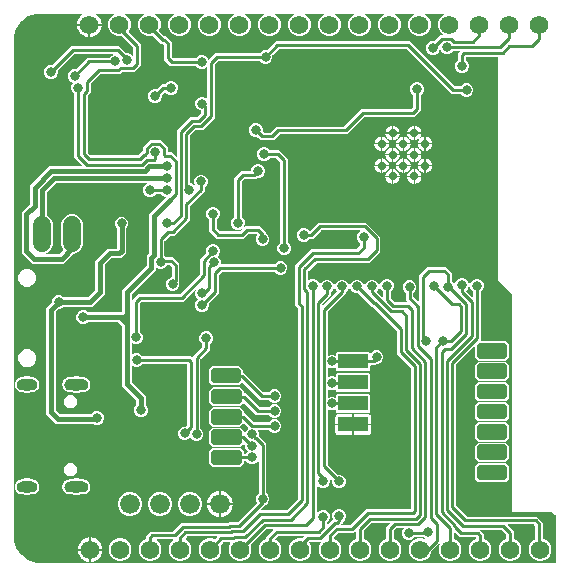
<source format=gbr>
G04 EAGLE Gerber RS-274X export*
G75*
%MOMM*%
%FSLAX34Y34*%
%LPD*%
%INBottom Copper*%
%IPPOS*%
%AMOC8*
5,1,8,0,0,1.08239X$1,22.5*%
G01*
%ADD10C,1.574800*%
%ADD11C,0.708000*%
%ADD12C,1.108000*%
%ADD13C,1.524000*%
%ADD14C,1.676400*%
%ADD15R,2.540000X1.270000*%
%ADD16C,0.635000*%
%ADD17C,0.800100*%
%ADD18C,0.254000*%
%ADD19C,0.406400*%

G36*
X487095Y-239383D02*
X487095Y-239383D01*
X487146Y-239381D01*
X487178Y-239363D01*
X487214Y-239355D01*
X487253Y-239322D01*
X487298Y-239298D01*
X487319Y-239268D01*
X487347Y-239245D01*
X487368Y-239198D01*
X487398Y-239156D01*
X487406Y-239114D01*
X487418Y-239086D01*
X487417Y-239056D01*
X487425Y-239014D01*
X487425Y-198755D01*
X487408Y-198681D01*
X487395Y-198606D01*
X487388Y-198596D01*
X487386Y-198586D01*
X487362Y-198557D01*
X487314Y-198486D01*
X484774Y-195946D01*
X484709Y-195906D01*
X484647Y-195862D01*
X484635Y-195860D01*
X484627Y-195855D01*
X484590Y-195851D01*
X484505Y-195835D01*
X451643Y-195835D01*
X450595Y-194788D01*
X450595Y-11430D01*
X450578Y-11356D01*
X450565Y-11281D01*
X450558Y-11271D01*
X450556Y-11261D01*
X450532Y-11232D01*
X450484Y-11161D01*
X438530Y793D01*
X438530Y189230D01*
X438519Y189280D01*
X438517Y189331D01*
X438499Y189363D01*
X438491Y189399D01*
X438458Y189438D01*
X438434Y189483D01*
X438404Y189504D01*
X438381Y189532D01*
X438334Y189553D01*
X438292Y189583D01*
X438250Y189591D01*
X438222Y189603D01*
X438192Y189602D01*
X438150Y189610D01*
X411883Y189610D01*
X411833Y189599D01*
X411782Y189597D01*
X411750Y189579D01*
X411714Y189571D01*
X411675Y189538D01*
X411630Y189514D01*
X411609Y189484D01*
X411581Y189461D01*
X411560Y189414D01*
X411530Y189372D01*
X411522Y189330D01*
X411510Y189302D01*
X411511Y189272D01*
X411503Y189230D01*
X411503Y186548D01*
X411520Y186474D01*
X411533Y186399D01*
X411540Y186389D01*
X411542Y186379D01*
X411566Y186350D01*
X411614Y186279D01*
X413099Y184794D01*
X413979Y182670D01*
X413979Y180370D01*
X413099Y178246D01*
X411474Y176621D01*
X409350Y175741D01*
X407050Y175741D01*
X404926Y176621D01*
X403301Y178246D01*
X402421Y180370D01*
X402421Y182670D01*
X403301Y184794D01*
X404786Y186279D01*
X404826Y186344D01*
X404870Y186406D01*
X404872Y186418D01*
X404877Y186426D01*
X404881Y186463D01*
X404897Y186548D01*
X404897Y192271D01*
X406159Y193533D01*
X406173Y193555D01*
X406193Y193571D01*
X406218Y193628D01*
X406251Y193680D01*
X406253Y193706D01*
X406264Y193730D01*
X406261Y193791D01*
X406267Y193853D01*
X406258Y193877D01*
X406257Y193903D01*
X406228Y193957D01*
X406206Y194015D01*
X406187Y194032D01*
X406174Y194055D01*
X406124Y194090D01*
X406079Y194132D01*
X406054Y194140D01*
X406033Y194155D01*
X405948Y194171D01*
X405912Y194182D01*
X405903Y194180D01*
X405891Y194182D01*
X400633Y194182D01*
X400559Y194165D01*
X400484Y194152D01*
X400474Y194145D01*
X400464Y194143D01*
X400435Y194119D01*
X400364Y194071D01*
X398879Y192586D01*
X396755Y191706D01*
X394455Y191706D01*
X392331Y192586D01*
X390706Y194211D01*
X390051Y195792D01*
X390043Y195803D01*
X390040Y195815D01*
X389993Y195873D01*
X389950Y195933D01*
X389938Y195939D01*
X389930Y195949D01*
X389862Y195979D01*
X389797Y196014D01*
X389784Y196015D01*
X389772Y196020D01*
X389698Y196017D01*
X389624Y196019D01*
X389612Y196014D01*
X389599Y196013D01*
X389534Y195978D01*
X389466Y195947D01*
X389458Y195937D01*
X389447Y195931D01*
X389404Y195870D01*
X389357Y195812D01*
X389354Y195800D01*
X389347Y195789D01*
X389339Y195748D01*
X388439Y193576D01*
X386814Y191951D01*
X384690Y191071D01*
X382390Y191071D01*
X380266Y191951D01*
X378641Y193576D01*
X377761Y195700D01*
X377761Y198000D01*
X378641Y200124D01*
X380266Y201749D01*
X382390Y202629D01*
X384491Y202629D01*
X384565Y202647D01*
X384640Y202660D01*
X384650Y202666D01*
X384660Y202669D01*
X384688Y202692D01*
X384760Y202741D01*
X389919Y207900D01*
X391576Y207900D01*
X391601Y207906D01*
X391627Y207903D01*
X391685Y207925D01*
X391745Y207939D01*
X391765Y207956D01*
X391789Y207965D01*
X391831Y208010D01*
X391879Y208049D01*
X391889Y208073D01*
X391907Y208092D01*
X391924Y208151D01*
X391950Y208208D01*
X391949Y208233D01*
X391956Y208258D01*
X391945Y208319D01*
X391943Y208381D01*
X391931Y208403D01*
X391926Y208429D01*
X391878Y208500D01*
X391860Y208533D01*
X391852Y208539D01*
X391845Y208549D01*
X389327Y211067D01*
X387857Y214615D01*
X387857Y218455D01*
X389327Y222003D01*
X392042Y224718D01*
X393514Y225328D01*
X393524Y225335D01*
X393537Y225338D01*
X393594Y225385D01*
X393654Y225429D01*
X393661Y225440D01*
X393671Y225448D01*
X393701Y225516D01*
X393736Y225582D01*
X393736Y225595D01*
X393741Y225607D01*
X393739Y225681D01*
X393741Y225755D01*
X393735Y225767D01*
X393735Y225780D01*
X393699Y225845D01*
X393668Y225912D01*
X393658Y225921D01*
X393652Y225932D01*
X393592Y225974D01*
X393534Y226021D01*
X393521Y226024D01*
X393510Y226032D01*
X393368Y226059D01*
X376252Y226059D01*
X376239Y226056D01*
X376226Y226058D01*
X376155Y226037D01*
X376083Y226020D01*
X376073Y226012D01*
X376061Y226008D01*
X376007Y225957D01*
X375949Y225910D01*
X375944Y225898D01*
X375935Y225889D01*
X375909Y225819D01*
X375879Y225751D01*
X375879Y225738D01*
X375875Y225726D01*
X375882Y225653D01*
X375885Y225578D01*
X375891Y225567D01*
X375893Y225554D01*
X375932Y225491D01*
X375968Y225426D01*
X375978Y225419D01*
X375985Y225408D01*
X376106Y225328D01*
X377578Y224718D01*
X380293Y222003D01*
X381763Y218455D01*
X381763Y214615D01*
X380293Y211067D01*
X377578Y208352D01*
X374030Y206882D01*
X370190Y206882D01*
X366642Y208352D01*
X363927Y211067D01*
X362457Y214615D01*
X362457Y218455D01*
X363927Y222003D01*
X366642Y224718D01*
X368114Y225328D01*
X368124Y225335D01*
X368137Y225338D01*
X368194Y225385D01*
X368254Y225429D01*
X368261Y225440D01*
X368271Y225448D01*
X368301Y225516D01*
X368336Y225582D01*
X368336Y225595D01*
X368341Y225607D01*
X368339Y225681D01*
X368341Y225755D01*
X368335Y225767D01*
X368335Y225780D01*
X368299Y225845D01*
X368268Y225912D01*
X368258Y225921D01*
X368252Y225932D01*
X368192Y225974D01*
X368134Y226021D01*
X368121Y226024D01*
X368110Y226032D01*
X367968Y226059D01*
X350852Y226059D01*
X350839Y226056D01*
X350826Y226058D01*
X350755Y226037D01*
X350683Y226020D01*
X350673Y226012D01*
X350661Y226008D01*
X350607Y225957D01*
X350549Y225910D01*
X350544Y225898D01*
X350535Y225889D01*
X350509Y225819D01*
X350478Y225751D01*
X350479Y225738D01*
X350474Y225726D01*
X350482Y225653D01*
X350485Y225578D01*
X350491Y225567D01*
X350493Y225554D01*
X350532Y225491D01*
X350568Y225426D01*
X350578Y225419D01*
X350585Y225408D01*
X350706Y225328D01*
X352178Y224718D01*
X354893Y222003D01*
X356363Y218455D01*
X356363Y214615D01*
X354893Y211067D01*
X352178Y208352D01*
X348630Y206882D01*
X344790Y206882D01*
X341242Y208352D01*
X338527Y211067D01*
X337057Y214615D01*
X337057Y218455D01*
X338527Y222003D01*
X341242Y224718D01*
X342714Y225328D01*
X342724Y225335D01*
X342737Y225338D01*
X342794Y225385D01*
X342855Y225429D01*
X342861Y225440D01*
X342871Y225448D01*
X342901Y225516D01*
X342936Y225582D01*
X342936Y225595D01*
X342942Y225607D01*
X342939Y225681D01*
X342941Y225755D01*
X342935Y225767D01*
X342935Y225780D01*
X342900Y225845D01*
X342868Y225912D01*
X342858Y225921D01*
X342852Y225932D01*
X342792Y225974D01*
X342734Y226021D01*
X342721Y226024D01*
X342710Y226032D01*
X342568Y226059D01*
X325452Y226059D01*
X325439Y226056D01*
X325426Y226058D01*
X325355Y226037D01*
X325283Y226020D01*
X325273Y226012D01*
X325261Y226008D01*
X325207Y225957D01*
X325149Y225910D01*
X325144Y225898D01*
X325135Y225889D01*
X325109Y225819D01*
X325078Y225751D01*
X325079Y225738D01*
X325074Y225726D01*
X325082Y225653D01*
X325085Y225578D01*
X325091Y225567D01*
X325093Y225554D01*
X325132Y225491D01*
X325168Y225426D01*
X325178Y225419D01*
X325185Y225408D01*
X325306Y225328D01*
X326778Y224718D01*
X329493Y222003D01*
X330963Y218455D01*
X330963Y214615D01*
X329493Y211067D01*
X326778Y208352D01*
X323230Y206882D01*
X319390Y206882D01*
X315842Y208352D01*
X313127Y211067D01*
X311657Y214615D01*
X311657Y218455D01*
X313127Y222003D01*
X315842Y224718D01*
X317314Y225328D01*
X317324Y225335D01*
X317337Y225338D01*
X317394Y225385D01*
X317455Y225429D01*
X317461Y225440D01*
X317471Y225448D01*
X317501Y225516D01*
X317536Y225582D01*
X317536Y225595D01*
X317542Y225607D01*
X317539Y225681D01*
X317541Y225755D01*
X317535Y225767D01*
X317535Y225780D01*
X317500Y225845D01*
X317468Y225912D01*
X317458Y225921D01*
X317452Y225932D01*
X317392Y225974D01*
X317334Y226021D01*
X317321Y226024D01*
X317310Y226032D01*
X317168Y226059D01*
X300052Y226059D01*
X300039Y226056D01*
X300026Y226058D01*
X299955Y226037D01*
X299883Y226020D01*
X299873Y226012D01*
X299861Y226008D01*
X299807Y225957D01*
X299749Y225910D01*
X299744Y225898D01*
X299735Y225889D01*
X299709Y225819D01*
X299678Y225751D01*
X299679Y225738D01*
X299674Y225726D01*
X299682Y225653D01*
X299685Y225578D01*
X299691Y225567D01*
X299693Y225554D01*
X299732Y225491D01*
X299768Y225426D01*
X299778Y225419D01*
X299785Y225408D01*
X299906Y225328D01*
X301378Y224718D01*
X304093Y222003D01*
X305563Y218455D01*
X305563Y214615D01*
X304093Y211067D01*
X301378Y208352D01*
X297830Y206882D01*
X293990Y206882D01*
X290442Y208352D01*
X287727Y211067D01*
X286257Y214615D01*
X286257Y218455D01*
X287727Y222003D01*
X290442Y224718D01*
X291914Y225328D01*
X291924Y225335D01*
X291937Y225338D01*
X291994Y225385D01*
X292055Y225429D01*
X292061Y225440D01*
X292071Y225448D01*
X292101Y225516D01*
X292136Y225582D01*
X292136Y225595D01*
X292142Y225607D01*
X292139Y225681D01*
X292141Y225755D01*
X292135Y225767D01*
X292135Y225780D01*
X292100Y225845D01*
X292068Y225912D01*
X292058Y225921D01*
X292052Y225932D01*
X291992Y225974D01*
X291934Y226021D01*
X291921Y226024D01*
X291910Y226032D01*
X291768Y226059D01*
X274652Y226059D01*
X274639Y226056D01*
X274626Y226058D01*
X274555Y226037D01*
X274483Y226020D01*
X274473Y226012D01*
X274461Y226008D01*
X274407Y225957D01*
X274349Y225910D01*
X274344Y225898D01*
X274335Y225889D01*
X274309Y225819D01*
X274278Y225751D01*
X274279Y225738D01*
X274274Y225726D01*
X274282Y225653D01*
X274285Y225578D01*
X274291Y225567D01*
X274293Y225554D01*
X274332Y225491D01*
X274368Y225426D01*
X274378Y225419D01*
X274385Y225408D01*
X274506Y225328D01*
X275978Y224718D01*
X278693Y222003D01*
X280163Y218455D01*
X280163Y214615D01*
X278693Y211067D01*
X275978Y208352D01*
X272430Y206882D01*
X268590Y206882D01*
X265042Y208352D01*
X262327Y211067D01*
X260857Y214615D01*
X260857Y218455D01*
X262327Y222003D01*
X265042Y224718D01*
X266514Y225328D01*
X266524Y225335D01*
X266537Y225338D01*
X266594Y225385D01*
X266655Y225429D01*
X266661Y225440D01*
X266671Y225448D01*
X266701Y225516D01*
X266736Y225582D01*
X266736Y225595D01*
X266742Y225607D01*
X266739Y225681D01*
X266741Y225755D01*
X266735Y225767D01*
X266735Y225780D01*
X266700Y225845D01*
X266668Y225912D01*
X266658Y225921D01*
X266652Y225932D01*
X266592Y225974D01*
X266534Y226021D01*
X266521Y226024D01*
X266510Y226032D01*
X266368Y226059D01*
X249252Y226059D01*
X249239Y226056D01*
X249226Y226058D01*
X249155Y226037D01*
X249083Y226020D01*
X249073Y226012D01*
X249061Y226008D01*
X249007Y225957D01*
X248949Y225910D01*
X248944Y225898D01*
X248935Y225889D01*
X248909Y225819D01*
X248878Y225751D01*
X248879Y225738D01*
X248874Y225726D01*
X248882Y225653D01*
X248885Y225578D01*
X248891Y225567D01*
X248893Y225554D01*
X248932Y225491D01*
X248968Y225426D01*
X248978Y225419D01*
X248985Y225408D01*
X249106Y225328D01*
X250578Y224718D01*
X253293Y222003D01*
X254763Y218455D01*
X254763Y214615D01*
X253293Y211067D01*
X250578Y208352D01*
X247030Y206882D01*
X243190Y206882D01*
X239642Y208352D01*
X236927Y211067D01*
X235457Y214615D01*
X235457Y218455D01*
X236927Y222003D01*
X239642Y224718D01*
X241114Y225328D01*
X241124Y225335D01*
X241137Y225338D01*
X241194Y225385D01*
X241255Y225429D01*
X241261Y225440D01*
X241271Y225448D01*
X241301Y225516D01*
X241336Y225582D01*
X241336Y225595D01*
X241342Y225607D01*
X241339Y225681D01*
X241341Y225755D01*
X241335Y225767D01*
X241335Y225780D01*
X241300Y225845D01*
X241268Y225912D01*
X241258Y225921D01*
X241252Y225932D01*
X241192Y225974D01*
X241134Y226021D01*
X241121Y226024D01*
X241110Y226032D01*
X240968Y226059D01*
X223852Y226059D01*
X223839Y226056D01*
X223826Y226058D01*
X223755Y226037D01*
X223683Y226020D01*
X223673Y226012D01*
X223661Y226008D01*
X223607Y225957D01*
X223549Y225910D01*
X223544Y225898D01*
X223535Y225889D01*
X223509Y225819D01*
X223478Y225751D01*
X223479Y225738D01*
X223474Y225726D01*
X223482Y225653D01*
X223485Y225578D01*
X223491Y225567D01*
X223493Y225554D01*
X223532Y225491D01*
X223568Y225426D01*
X223578Y225419D01*
X223585Y225408D01*
X223706Y225328D01*
X225178Y224718D01*
X227893Y222003D01*
X229363Y218455D01*
X229363Y214615D01*
X227893Y211067D01*
X225178Y208352D01*
X221630Y206882D01*
X217790Y206882D01*
X214242Y208352D01*
X211527Y211067D01*
X210057Y214615D01*
X210057Y218455D01*
X211527Y222003D01*
X214242Y224718D01*
X215714Y225328D01*
X215724Y225335D01*
X215737Y225338D01*
X215794Y225385D01*
X215855Y225429D01*
X215861Y225440D01*
X215871Y225448D01*
X215901Y225516D01*
X215936Y225582D01*
X215936Y225595D01*
X215942Y225607D01*
X215939Y225681D01*
X215941Y225755D01*
X215935Y225767D01*
X215935Y225780D01*
X215900Y225845D01*
X215868Y225912D01*
X215858Y225921D01*
X215852Y225932D01*
X215792Y225974D01*
X215734Y226021D01*
X215721Y226024D01*
X215710Y226032D01*
X215568Y226059D01*
X198452Y226059D01*
X198439Y226056D01*
X198426Y226058D01*
X198355Y226037D01*
X198283Y226020D01*
X198273Y226012D01*
X198261Y226008D01*
X198207Y225957D01*
X198149Y225910D01*
X198144Y225898D01*
X198135Y225889D01*
X198109Y225819D01*
X198078Y225751D01*
X198079Y225738D01*
X198074Y225726D01*
X198082Y225653D01*
X198085Y225578D01*
X198091Y225567D01*
X198093Y225554D01*
X198132Y225491D01*
X198168Y225426D01*
X198178Y225419D01*
X198185Y225408D01*
X198306Y225328D01*
X199778Y224718D01*
X202493Y222003D01*
X203963Y218455D01*
X203963Y214615D01*
X202493Y211067D01*
X199778Y208352D01*
X196230Y206882D01*
X192390Y206882D01*
X188842Y208352D01*
X186127Y211067D01*
X184657Y214615D01*
X184657Y218455D01*
X186127Y222003D01*
X188842Y224718D01*
X190314Y225328D01*
X190324Y225335D01*
X190337Y225338D01*
X190394Y225385D01*
X190455Y225429D01*
X190461Y225440D01*
X190471Y225448D01*
X190501Y225516D01*
X190536Y225582D01*
X190536Y225595D01*
X190542Y225607D01*
X190539Y225681D01*
X190541Y225755D01*
X190535Y225767D01*
X190535Y225780D01*
X190500Y225845D01*
X190468Y225912D01*
X190458Y225921D01*
X190452Y225932D01*
X190392Y225974D01*
X190334Y226021D01*
X190321Y226024D01*
X190310Y226032D01*
X190168Y226059D01*
X173052Y226059D01*
X173039Y226056D01*
X173026Y226058D01*
X172955Y226037D01*
X172883Y226020D01*
X172873Y226012D01*
X172861Y226008D01*
X172807Y225957D01*
X172749Y225910D01*
X172744Y225898D01*
X172735Y225889D01*
X172709Y225819D01*
X172678Y225751D01*
X172679Y225738D01*
X172674Y225726D01*
X172682Y225653D01*
X172685Y225578D01*
X172691Y225567D01*
X172693Y225554D01*
X172732Y225491D01*
X172768Y225426D01*
X172778Y225419D01*
X172785Y225408D01*
X172906Y225328D01*
X174378Y224718D01*
X177093Y222003D01*
X178563Y218455D01*
X178563Y214615D01*
X177093Y211067D01*
X174378Y208352D01*
X170830Y206882D01*
X166990Y206882D01*
X163442Y208352D01*
X160727Y211067D01*
X159257Y214615D01*
X159257Y218455D01*
X160727Y222003D01*
X163442Y224718D01*
X164914Y225328D01*
X164924Y225335D01*
X164937Y225338D01*
X164994Y225385D01*
X165055Y225429D01*
X165061Y225440D01*
X165071Y225448D01*
X165101Y225516D01*
X165136Y225582D01*
X165136Y225595D01*
X165142Y225607D01*
X165139Y225681D01*
X165141Y225755D01*
X165135Y225767D01*
X165135Y225780D01*
X165100Y225845D01*
X165068Y225912D01*
X165058Y225921D01*
X165052Y225932D01*
X164992Y225974D01*
X164934Y226021D01*
X164921Y226024D01*
X164910Y226032D01*
X164768Y226059D01*
X147652Y226059D01*
X147639Y226056D01*
X147626Y226058D01*
X147555Y226037D01*
X147483Y226020D01*
X147473Y226012D01*
X147461Y226008D01*
X147407Y225957D01*
X147349Y225910D01*
X147344Y225898D01*
X147335Y225889D01*
X147309Y225819D01*
X147278Y225751D01*
X147279Y225738D01*
X147274Y225726D01*
X147282Y225653D01*
X147285Y225578D01*
X147291Y225567D01*
X147293Y225554D01*
X147332Y225491D01*
X147368Y225426D01*
X147378Y225419D01*
X147385Y225408D01*
X147506Y225328D01*
X148978Y224718D01*
X151693Y222003D01*
X153163Y218455D01*
X153163Y214615D01*
X151991Y211787D01*
X151981Y211724D01*
X151963Y211663D01*
X151967Y211639D01*
X151963Y211616D01*
X151982Y211555D01*
X151993Y211492D01*
X152008Y211470D01*
X152014Y211450D01*
X152040Y211423D01*
X152074Y211372D01*
X156197Y207249D01*
X156261Y207209D01*
X156323Y207165D01*
X156335Y207163D01*
X156344Y207158D01*
X156381Y207154D01*
X156466Y207138D01*
X157578Y207138D01*
X162688Y202028D01*
X162688Y189486D01*
X162701Y189428D01*
X162701Y189427D01*
X162705Y189412D01*
X162718Y189337D01*
X162725Y189327D01*
X162727Y189317D01*
X162751Y189288D01*
X162799Y189217D01*
X163817Y188199D01*
X163881Y188159D01*
X163943Y188115D01*
X163955Y188113D01*
X163964Y188108D01*
X164001Y188104D01*
X164086Y188088D01*
X182932Y188088D01*
X183006Y188105D01*
X183081Y188118D01*
X183091Y188125D01*
X183101Y188127D01*
X183130Y188151D01*
X183201Y188199D01*
X184686Y189684D01*
X186810Y190564D01*
X189110Y190564D01*
X191234Y189684D01*
X192859Y188059D01*
X193215Y187200D01*
X193238Y187168D01*
X193251Y187132D01*
X193288Y187099D01*
X193316Y187059D01*
X193350Y187041D01*
X193378Y187015D01*
X193426Y187001D01*
X193469Y186977D01*
X193508Y186976D01*
X193545Y186965D01*
X193593Y186974D01*
X193642Y186972D01*
X193677Y186989D01*
X193715Y186995D01*
X193766Y187029D01*
X193800Y187045D01*
X193813Y187061D01*
X193835Y187076D01*
X199482Y192723D01*
X236907Y192723D01*
X236981Y192741D01*
X237056Y192754D01*
X237066Y192760D01*
X237076Y192763D01*
X237105Y192786D01*
X237176Y192835D01*
X238661Y194320D01*
X240785Y195200D01*
X242886Y195200D01*
X242960Y195217D01*
X243035Y195230D01*
X243045Y195237D01*
X243055Y195239D01*
X243083Y195263D01*
X243155Y195311D01*
X250536Y202693D01*
X363953Y202693D01*
X401942Y164704D01*
X402006Y164664D01*
X402068Y164620D01*
X402080Y164618D01*
X402089Y164613D01*
X402126Y164609D01*
X402211Y164593D01*
X407087Y164593D01*
X407161Y164610D01*
X407236Y164623D01*
X407246Y164630D01*
X407256Y164632D01*
X407285Y164656D01*
X407356Y164704D01*
X408841Y166189D01*
X410965Y167069D01*
X413265Y167069D01*
X415389Y166189D01*
X417014Y164564D01*
X417894Y162440D01*
X417894Y160140D01*
X417014Y158016D01*
X415389Y156391D01*
X413265Y155511D01*
X410965Y155511D01*
X408841Y156391D01*
X407356Y157876D01*
X407291Y157916D01*
X407229Y157960D01*
X407217Y157962D01*
X407209Y157967D01*
X407172Y157971D01*
X407087Y157987D01*
X399317Y157987D01*
X361328Y195976D01*
X361264Y196016D01*
X361202Y196060D01*
X361190Y196062D01*
X361181Y196067D01*
X361144Y196071D01*
X361059Y196087D01*
X253430Y196087D01*
X253356Y196070D01*
X253281Y196057D01*
X253271Y196050D01*
X253261Y196048D01*
X253233Y196024D01*
X253161Y195976D01*
X247826Y190640D01*
X247786Y190576D01*
X247742Y190514D01*
X247740Y190502D01*
X247734Y190493D01*
X247731Y190456D01*
X247714Y190371D01*
X247714Y188271D01*
X246834Y186147D01*
X245209Y184521D01*
X243085Y183641D01*
X240785Y183641D01*
X238661Y184521D01*
X237176Y186006D01*
X237111Y186046D01*
X237049Y186090D01*
X237037Y186092D01*
X237029Y186098D01*
X236992Y186101D01*
X236907Y186118D01*
X202376Y186118D01*
X202302Y186100D01*
X202227Y186087D01*
X202217Y186081D01*
X202207Y186078D01*
X202179Y186055D01*
X202107Y186006D01*
X198994Y182893D01*
X198954Y182829D01*
X198910Y182767D01*
X198908Y182755D01*
X198903Y182746D01*
X198899Y182709D01*
X198883Y182624D01*
X198883Y137581D01*
X188682Y127380D01*
X183124Y127380D01*
X183050Y127363D01*
X182976Y127350D01*
X182965Y127343D01*
X182956Y127341D01*
X182927Y127317D01*
X182855Y127269D01*
X178357Y122770D01*
X178317Y122705D01*
X178273Y122643D01*
X178271Y122631D01*
X178265Y122623D01*
X178262Y122586D01*
X178245Y122501D01*
X178245Y82994D01*
X178257Y82945D01*
X178259Y82894D01*
X178276Y82862D01*
X178285Y82826D01*
X178317Y82786D01*
X178342Y82742D01*
X178372Y82720D01*
X178395Y82692D01*
X178442Y82671D01*
X178483Y82642D01*
X178518Y82635D01*
X180693Y81734D01*
X181504Y80923D01*
X181515Y80916D01*
X181523Y80906D01*
X181588Y80871D01*
X181651Y80832D01*
X181664Y80830D01*
X181676Y80824D01*
X181750Y80822D01*
X181824Y80815D01*
X181836Y80820D01*
X181849Y80819D01*
X181916Y80850D01*
X181986Y80877D01*
X181994Y80886D01*
X182006Y80892D01*
X182053Y80949D01*
X182103Y81004D01*
X182107Y81016D01*
X182115Y81026D01*
X182131Y81099D01*
X182153Y81170D01*
X182150Y81183D01*
X182153Y81195D01*
X182124Y81337D01*
X181546Y82734D01*
X181546Y85033D01*
X182426Y87157D01*
X184051Y88783D01*
X186175Y89663D01*
X188475Y89663D01*
X190599Y88783D01*
X192224Y87157D01*
X193104Y85033D01*
X193104Y82734D01*
X192224Y80610D01*
X190739Y79125D01*
X190730Y79110D01*
X190725Y79106D01*
X190719Y79092D01*
X190699Y79060D01*
X190655Y78998D01*
X190653Y78986D01*
X190648Y78977D01*
X190644Y78940D01*
X190628Y78856D01*
X190628Y75405D01*
X178357Y63134D01*
X178317Y63069D01*
X178273Y63007D01*
X178271Y62995D01*
X178265Y62986D01*
X178262Y62949D01*
X178245Y62865D01*
X178245Y51539D01*
X176199Y49493D01*
X166725Y40018D01*
X164679Y37972D01*
X160911Y37972D01*
X160837Y37955D01*
X160762Y37942D01*
X160752Y37935D01*
X160742Y37933D01*
X160713Y37909D01*
X160642Y37861D01*
X156449Y33668D01*
X156409Y33604D01*
X156365Y33542D01*
X156363Y33530D01*
X156358Y33521D01*
X156354Y33484D01*
X156338Y33399D01*
X156338Y20903D01*
X156355Y20829D01*
X156368Y20754D01*
X156375Y20744D01*
X156377Y20734D01*
X156401Y20705D01*
X156449Y20634D01*
X157159Y19924D01*
X157224Y19884D01*
X157286Y19840D01*
X157298Y19838D01*
X157306Y19833D01*
X157343Y19829D01*
X157428Y19813D01*
X163293Y19813D01*
X169038Y14068D01*
X169038Y-2094D01*
X169002Y-2145D01*
X169000Y-2157D01*
X168994Y-2166D01*
X168991Y-2203D01*
X168974Y-2288D01*
X168974Y-4388D01*
X168094Y-6512D01*
X166469Y-8138D01*
X164345Y-9018D01*
X162045Y-9018D01*
X159921Y-8138D01*
X158296Y-6512D01*
X157416Y-4388D01*
X157416Y-2089D01*
X158296Y35D01*
X159921Y1661D01*
X162045Y2541D01*
X162052Y2541D01*
X162102Y2552D01*
X162153Y2554D01*
X162185Y2572D01*
X162221Y2580D01*
X162260Y2613D01*
X162305Y2637D01*
X162326Y2667D01*
X162354Y2690D01*
X162375Y2737D01*
X162405Y2779D01*
X162413Y2821D01*
X162425Y2849D01*
X162424Y2879D01*
X162432Y2921D01*
X162432Y11174D01*
X162415Y11248D01*
X162402Y11323D01*
X162395Y11333D01*
X162393Y11343D01*
X162369Y11372D01*
X162321Y11443D01*
X160668Y13096D01*
X160604Y13136D01*
X160542Y13180D01*
X160530Y13182D01*
X160521Y13187D01*
X160484Y13191D01*
X160399Y13207D01*
X158439Y13207D01*
X158378Y13193D01*
X158314Y13186D01*
X158294Y13173D01*
X158271Y13168D01*
X158222Y13127D01*
X158168Y13093D01*
X158153Y13071D01*
X158137Y13058D01*
X158122Y13023D01*
X158088Y12973D01*
X157934Y12601D01*
X156309Y10976D01*
X154185Y10096D01*
X151885Y10096D01*
X149815Y10953D01*
X149777Y10960D01*
X149742Y10975D01*
X149693Y10973D01*
X149644Y10981D01*
X149607Y10970D01*
X149569Y10969D01*
X149525Y10945D01*
X149478Y10931D01*
X149450Y10904D01*
X149417Y10886D01*
X149388Y10846D01*
X149352Y10812D01*
X149339Y10776D01*
X149317Y10744D01*
X149305Y10685D01*
X149292Y10649D01*
X149294Y10629D01*
X149289Y10602D01*
X149289Y8921D01*
X128636Y-11732D01*
X128618Y-11762D01*
X128603Y-11774D01*
X128586Y-11811D01*
X128552Y-11859D01*
X128550Y-11871D01*
X128545Y-11879D01*
X128542Y-11910D01*
X128532Y-11932D01*
X128533Y-11960D01*
X128525Y-12001D01*
X128525Y-16382D01*
X128531Y-16407D01*
X128528Y-16432D01*
X128550Y-16490D01*
X128564Y-16550D01*
X128581Y-16570D01*
X128590Y-16594D01*
X128635Y-16636D01*
X128674Y-16684D01*
X128698Y-16694D01*
X128717Y-16712D01*
X128776Y-16730D01*
X128833Y-16755D01*
X128858Y-16754D01*
X128883Y-16761D01*
X128944Y-16751D01*
X129006Y-16748D01*
X129028Y-16736D01*
X129054Y-16731D01*
X129125Y-16683D01*
X129158Y-16665D01*
X129164Y-16657D01*
X129174Y-16650D01*
X134522Y-11302D01*
X169289Y-11302D01*
X169363Y-11285D01*
X169438Y-11272D01*
X169448Y-11265D01*
X169458Y-11263D01*
X169487Y-11239D01*
X169558Y-11191D01*
X186324Y5575D01*
X186364Y5639D01*
X186408Y5701D01*
X186410Y5713D01*
X186415Y5722D01*
X186419Y5759D01*
X186424Y5785D01*
X186428Y5795D01*
X186428Y5806D01*
X186435Y5844D01*
X186435Y18194D01*
X188481Y20240D01*
X191645Y23404D01*
X191678Y23457D01*
X191718Y23507D01*
X191723Y23530D01*
X191736Y23551D01*
X191742Y23614D01*
X191756Y23676D01*
X191751Y23702D01*
X191753Y23723D01*
X191739Y23758D01*
X191727Y23818D01*
X191706Y23869D01*
X191706Y26169D01*
X192586Y28293D01*
X194211Y29918D01*
X196335Y30798D01*
X198635Y30798D01*
X200759Y29918D01*
X202384Y28293D01*
X203264Y26169D01*
X203264Y23869D01*
X202384Y21745D01*
X201355Y20716D01*
X201328Y20673D01*
X201293Y20635D01*
X201283Y20600D01*
X201264Y20569D01*
X201259Y20518D01*
X201244Y20469D01*
X201250Y20433D01*
X201247Y20396D01*
X201265Y20349D01*
X201274Y20298D01*
X201298Y20263D01*
X201309Y20234D01*
X201331Y20213D01*
X201355Y20178D01*
X203019Y18514D01*
X203899Y16390D01*
X203899Y14574D01*
X203911Y14524D01*
X203913Y14473D01*
X203930Y14441D01*
X203939Y14405D01*
X203971Y14366D01*
X203996Y14321D01*
X204026Y14300D01*
X204049Y14272D01*
X204096Y14251D01*
X204137Y14221D01*
X204179Y14213D01*
X204207Y14201D01*
X204238Y14202D01*
X204279Y14194D01*
X249703Y14194D01*
X249777Y14211D01*
X249852Y14224D01*
X249862Y14231D01*
X249872Y14233D01*
X249901Y14257D01*
X249972Y14305D01*
X251361Y15694D01*
X253485Y16574D01*
X255785Y16574D01*
X257909Y15694D01*
X259534Y14069D01*
X260414Y11945D01*
X260414Y9645D01*
X259534Y7521D01*
X257909Y5896D01*
X255785Y5016D01*
X253485Y5016D01*
X251361Y5896D01*
X249780Y7477D01*
X249715Y7517D01*
X249653Y7561D01*
X249641Y7563D01*
X249633Y7568D01*
X249596Y7572D01*
X249511Y7588D01*
X205265Y7588D01*
X205191Y7571D01*
X205116Y7558D01*
X205106Y7551D01*
X205096Y7549D01*
X205067Y7525D01*
X204996Y7477D01*
X202296Y4777D01*
X202256Y4713D01*
X202212Y4651D01*
X202210Y4638D01*
X202205Y4630D01*
X202201Y4593D01*
X202185Y4508D01*
X202185Y-11209D01*
X200139Y-13255D01*
X193851Y-19543D01*
X193811Y-19608D01*
X193767Y-19670D01*
X193765Y-19682D01*
X193759Y-19691D01*
X193756Y-19728D01*
X193739Y-19812D01*
X193739Y-21724D01*
X192859Y-23848D01*
X191234Y-25473D01*
X189110Y-26353D01*
X186810Y-26353D01*
X184686Y-25473D01*
X183061Y-23848D01*
X182181Y-21724D01*
X182181Y-19424D01*
X183061Y-17300D01*
X184408Y-15953D01*
X184434Y-15910D01*
X184469Y-15873D01*
X184480Y-15837D01*
X184499Y-15806D01*
X184504Y-15755D01*
X184518Y-15706D01*
X184512Y-15670D01*
X184516Y-15634D01*
X184497Y-15586D01*
X184489Y-15536D01*
X184465Y-15500D01*
X184454Y-15472D01*
X184431Y-15451D01*
X184408Y-15416D01*
X183061Y-14069D01*
X182181Y-11945D01*
X182181Y-9645D01*
X182676Y-8449D01*
X182679Y-8436D01*
X182685Y-8425D01*
X182692Y-8351D01*
X182704Y-8278D01*
X182701Y-8266D01*
X182702Y-8253D01*
X182676Y-8183D01*
X182654Y-8112D01*
X182645Y-8103D01*
X182640Y-8091D01*
X182586Y-8040D01*
X182535Y-7986D01*
X182523Y-7982D01*
X182513Y-7973D01*
X182442Y-7952D01*
X182372Y-7926D01*
X182360Y-7928D01*
X182347Y-7924D01*
X182274Y-7937D01*
X182200Y-7944D01*
X182189Y-7951D01*
X182176Y-7954D01*
X182056Y-8035D01*
X172183Y-17908D01*
X137416Y-17908D01*
X137342Y-17925D01*
X137267Y-17938D01*
X137257Y-17945D01*
X137247Y-17947D01*
X137218Y-17971D01*
X137147Y-18019D01*
X135939Y-19227D01*
X135899Y-19292D01*
X135855Y-19354D01*
X135853Y-19366D01*
X135847Y-19374D01*
X135844Y-19411D01*
X135827Y-19496D01*
X135827Y-43175D01*
X135845Y-43249D01*
X135858Y-43323D01*
X135864Y-43334D01*
X135867Y-43343D01*
X135890Y-43372D01*
X135931Y-43432D01*
X135934Y-43438D01*
X135936Y-43439D01*
X135939Y-43444D01*
X137424Y-44929D01*
X138304Y-47053D01*
X138304Y-49352D01*
X137424Y-51476D01*
X135798Y-53102D01*
X133674Y-53982D01*
X131375Y-53982D01*
X129251Y-53102D01*
X129174Y-53025D01*
X129152Y-53011D01*
X129136Y-52991D01*
X129079Y-52966D01*
X129027Y-52934D01*
X129001Y-52931D01*
X128977Y-52921D01*
X128916Y-52923D01*
X128854Y-52917D01*
X128830Y-52926D01*
X128804Y-52927D01*
X128750Y-52957D01*
X128692Y-52979D01*
X128675Y-52998D01*
X128652Y-53010D01*
X128617Y-53060D01*
X128575Y-53106D01*
X128567Y-53131D01*
X128552Y-53152D01*
X128536Y-53236D01*
X128525Y-53272D01*
X128527Y-53282D01*
X128525Y-53294D01*
X128525Y-62219D01*
X128531Y-62244D01*
X128528Y-62270D01*
X128538Y-62296D01*
X128538Y-62298D01*
X128541Y-62304D01*
X128550Y-62327D01*
X128564Y-62387D01*
X128581Y-62407D01*
X128590Y-62431D01*
X128635Y-62473D01*
X128674Y-62521D01*
X128698Y-62532D01*
X128717Y-62549D01*
X128776Y-62567D01*
X128833Y-62592D01*
X128858Y-62591D01*
X128883Y-62598D01*
X128944Y-62588D01*
X129006Y-62585D01*
X129028Y-62573D01*
X129054Y-62569D01*
X129125Y-62520D01*
X129158Y-62503D01*
X129164Y-62494D01*
X129174Y-62488D01*
X129441Y-62220D01*
X131565Y-61340D01*
X133865Y-61340D01*
X135989Y-62220D01*
X137474Y-63705D01*
X137539Y-63745D01*
X137601Y-63789D01*
X137613Y-63791D01*
X137621Y-63797D01*
X137658Y-63800D01*
X137743Y-63817D01*
X178216Y-63817D01*
X179563Y-65164D01*
X179585Y-65178D01*
X179601Y-65198D01*
X179658Y-65223D01*
X179710Y-65256D01*
X179736Y-65258D01*
X179760Y-65269D01*
X179821Y-65266D01*
X179883Y-65272D01*
X179907Y-65263D01*
X179933Y-65262D01*
X179987Y-65233D01*
X180045Y-65211D01*
X180062Y-65192D01*
X180085Y-65179D01*
X180120Y-65129D01*
X180162Y-65084D01*
X180170Y-65059D01*
X180185Y-65038D01*
X180201Y-64953D01*
X180212Y-64917D01*
X180210Y-64908D01*
X180212Y-64896D01*
X180212Y-64037D01*
X188356Y-55893D01*
X188396Y-55829D01*
X188440Y-55767D01*
X188442Y-55755D01*
X188447Y-55746D01*
X188451Y-55709D01*
X188467Y-55624D01*
X188467Y-53884D01*
X188450Y-53810D01*
X188437Y-53736D01*
X188430Y-53725D01*
X188428Y-53716D01*
X188404Y-53687D01*
X188356Y-53615D01*
X186871Y-52130D01*
X185991Y-50006D01*
X185991Y-47707D01*
X186871Y-45583D01*
X188496Y-43957D01*
X190620Y-43077D01*
X192920Y-43077D01*
X195044Y-43957D01*
X196669Y-45583D01*
X197549Y-47707D01*
X197549Y-50006D01*
X196669Y-52130D01*
X195184Y-53615D01*
X195144Y-53680D01*
X195100Y-53742D01*
X195098Y-53754D01*
X195093Y-53763D01*
X195089Y-53800D01*
X195073Y-53884D01*
X195073Y-58518D01*
X186929Y-66662D01*
X186889Y-66726D01*
X186845Y-66788D01*
X186843Y-66800D01*
X186838Y-66809D01*
X186834Y-66846D01*
X186818Y-66931D01*
X186818Y-125147D01*
X186835Y-125221D01*
X186848Y-125296D01*
X186855Y-125306D01*
X186857Y-125316D01*
X186881Y-125345D01*
X186929Y-125416D01*
X188414Y-126901D01*
X189294Y-129025D01*
X189294Y-131325D01*
X188414Y-133449D01*
X186789Y-135074D01*
X184665Y-135954D01*
X182365Y-135954D01*
X180241Y-135074D01*
X178616Y-133449D01*
X178542Y-133270D01*
X178519Y-133239D01*
X178505Y-133203D01*
X178469Y-133169D01*
X178441Y-133129D01*
X178407Y-133111D01*
X178378Y-133085D01*
X178331Y-133071D01*
X178288Y-133048D01*
X178249Y-133047D01*
X178212Y-133036D01*
X178164Y-133044D01*
X178114Y-133043D01*
X178079Y-133059D01*
X178042Y-133066D01*
X177991Y-133100D01*
X177957Y-133115D01*
X177944Y-133132D01*
X177921Y-133147D01*
X176629Y-134439D01*
X174505Y-135319D01*
X172205Y-135319D01*
X170081Y-134439D01*
X168456Y-132814D01*
X167576Y-130690D01*
X167576Y-128390D01*
X168456Y-126266D01*
X170081Y-124641D01*
X172205Y-123761D01*
X174306Y-123761D01*
X174380Y-123743D01*
X174455Y-123730D01*
X174465Y-123724D01*
X174475Y-123721D01*
X174503Y-123698D01*
X174575Y-123649D01*
X175529Y-122695D01*
X175569Y-122631D01*
X175613Y-122569D01*
X175615Y-122557D01*
X175620Y-122548D01*
X175624Y-122511D01*
X175640Y-122426D01*
X175640Y-70802D01*
X175629Y-70753D01*
X175627Y-70702D01*
X175609Y-70670D01*
X175601Y-70634D01*
X175568Y-70594D01*
X175544Y-70550D01*
X175514Y-70528D01*
X175491Y-70500D01*
X175444Y-70479D01*
X175402Y-70450D01*
X175360Y-70442D01*
X175332Y-70429D01*
X175302Y-70430D01*
X175260Y-70422D01*
X137743Y-70422D01*
X137669Y-70440D01*
X137594Y-70453D01*
X137584Y-70459D01*
X137574Y-70462D01*
X137545Y-70485D01*
X137474Y-70534D01*
X135989Y-72019D01*
X133865Y-72899D01*
X131565Y-72899D01*
X129441Y-72019D01*
X129174Y-71751D01*
X129152Y-71738D01*
X129136Y-71718D01*
X129079Y-71693D01*
X129027Y-71660D01*
X129001Y-71658D01*
X128977Y-71647D01*
X128916Y-71649D01*
X128854Y-71643D01*
X128830Y-71653D01*
X128804Y-71654D01*
X128750Y-71683D01*
X128692Y-71705D01*
X128675Y-71724D01*
X128652Y-71736D01*
X128617Y-71787D01*
X128575Y-71832D01*
X128567Y-71857D01*
X128552Y-71878D01*
X128536Y-71963D01*
X128525Y-71998D01*
X128527Y-72008D01*
X128525Y-72020D01*
X128525Y-85789D01*
X128537Y-85842D01*
X128538Y-85874D01*
X128547Y-85889D01*
X128555Y-85938D01*
X128562Y-85948D01*
X128564Y-85958D01*
X128588Y-85986D01*
X128636Y-86058D01*
X140590Y-98011D01*
X140590Y-105589D01*
X140607Y-105663D01*
X140620Y-105738D01*
X140627Y-105748D01*
X140629Y-105758D01*
X140653Y-105787D01*
X140701Y-105858D01*
X141424Y-106581D01*
X142304Y-108705D01*
X142304Y-111005D01*
X141424Y-113129D01*
X139799Y-114754D01*
X137675Y-115634D01*
X135375Y-115634D01*
X133251Y-114754D01*
X131626Y-113129D01*
X130746Y-111005D01*
X130746Y-108705D01*
X131626Y-106581D01*
X132349Y-105858D01*
X132389Y-105793D01*
X132433Y-105731D01*
X132435Y-105719D01*
X132440Y-105711D01*
X132444Y-105674D01*
X132460Y-105589D01*
X132460Y-101536D01*
X132443Y-101462D01*
X132430Y-101387D01*
X132423Y-101377D01*
X132421Y-101367D01*
X132397Y-101339D01*
X132349Y-101267D01*
X120395Y-89314D01*
X120395Y-38671D01*
X120378Y-38597D01*
X120365Y-38522D01*
X120358Y-38512D01*
X120356Y-38502D01*
X120332Y-38474D01*
X120284Y-38402D01*
X117173Y-35291D01*
X117108Y-35251D01*
X117046Y-35207D01*
X117034Y-35205D01*
X117025Y-35200D01*
X116988Y-35196D01*
X116904Y-35180D01*
X91896Y-35180D01*
X91822Y-35197D01*
X91747Y-35210D01*
X91737Y-35217D01*
X91727Y-35219D01*
X91698Y-35243D01*
X91627Y-35291D01*
X90904Y-36014D01*
X88780Y-36894D01*
X86480Y-36894D01*
X84356Y-36014D01*
X82731Y-34389D01*
X81851Y-32265D01*
X81851Y-29965D01*
X82731Y-27841D01*
X84356Y-26216D01*
X86480Y-25336D01*
X88780Y-25336D01*
X90904Y-26216D01*
X91627Y-26939D01*
X91692Y-26979D01*
X91754Y-27023D01*
X91766Y-27025D01*
X91774Y-27030D01*
X91811Y-27034D01*
X91896Y-27050D01*
X120015Y-27050D01*
X120065Y-27039D01*
X120116Y-27037D01*
X120148Y-27019D01*
X120184Y-27011D01*
X120223Y-26978D01*
X120268Y-26954D01*
X120289Y-26924D01*
X120317Y-26901D01*
X120338Y-26854D01*
X120368Y-26812D01*
X120376Y-26770D01*
X120388Y-26742D01*
X120387Y-26712D01*
X120395Y-26670D01*
X120395Y-8476D01*
X141048Y12177D01*
X141089Y12241D01*
X141132Y12303D01*
X141134Y12315D01*
X141140Y12324D01*
X141143Y12361D01*
X141160Y12446D01*
X141160Y20794D01*
X143525Y23159D01*
X143565Y23224D01*
X143609Y23286D01*
X143611Y23298D01*
X143616Y23306D01*
X143620Y23343D01*
X143636Y23428D01*
X143636Y56675D01*
X146129Y59167D01*
X157368Y70407D01*
X157382Y70429D01*
X157402Y70445D01*
X157427Y70501D01*
X157460Y70554D01*
X157462Y70579D01*
X157473Y70603D01*
X157470Y70665D01*
X157476Y70726D01*
X157467Y70750D01*
X157466Y70776D01*
X157437Y70831D01*
X157415Y70888D01*
X157396Y70906D01*
X157383Y70928D01*
X157333Y70964D01*
X157287Y71006D01*
X157263Y71013D01*
X157242Y71028D01*
X157157Y71045D01*
X157121Y71055D01*
X157111Y71053D01*
X157099Y71056D01*
X157029Y71056D01*
X154905Y71936D01*
X153420Y73421D01*
X153355Y73461D01*
X153293Y73505D01*
X153281Y73507D01*
X153272Y73512D01*
X153235Y73516D01*
X153151Y73532D01*
X149109Y73532D01*
X149035Y73515D01*
X148961Y73502D01*
X148950Y73495D01*
X148941Y73493D01*
X148912Y73469D01*
X148840Y73421D01*
X147355Y71936D01*
X145231Y71056D01*
X142932Y71056D01*
X140808Y71936D01*
X139182Y73561D01*
X138302Y75685D01*
X138302Y77985D01*
X139182Y80109D01*
X140808Y81734D01*
X141009Y81818D01*
X141020Y81825D01*
X141032Y81828D01*
X141089Y81875D01*
X141150Y81919D01*
X141156Y81930D01*
X141166Y81938D01*
X141196Y82006D01*
X141231Y82072D01*
X141231Y82085D01*
X141237Y82097D01*
X141234Y82171D01*
X141236Y82245D01*
X141231Y82257D01*
X141230Y82270D01*
X141195Y82335D01*
X141164Y82402D01*
X141154Y82411D01*
X141147Y82422D01*
X141087Y82465D01*
X141029Y82511D01*
X141016Y82514D01*
X141006Y82522D01*
X140863Y82549D01*
X64960Y82549D01*
X64886Y82532D01*
X64811Y82519D01*
X64801Y82512D01*
X64791Y82510D01*
X64763Y82486D01*
X64691Y82438D01*
X56881Y74628D01*
X56841Y74563D01*
X56797Y74501D01*
X56795Y74489D01*
X56790Y74480D01*
X56786Y74443D01*
X56770Y74359D01*
X56770Y55734D01*
X56784Y55672D01*
X56791Y55609D01*
X56804Y55588D01*
X56809Y55565D01*
X56850Y55516D01*
X56884Y55462D01*
X56906Y55447D01*
X56919Y55431D01*
X56954Y55416D01*
X57004Y55382D01*
X58029Y54958D01*
X60673Y52314D01*
X62104Y48860D01*
X62104Y29880D01*
X60673Y26426D01*
X58029Y23782D01*
X56651Y23211D01*
X56640Y23204D01*
X56628Y23201D01*
X56570Y23154D01*
X56510Y23110D01*
X56504Y23099D01*
X56494Y23091D01*
X56464Y23023D01*
X56429Y22957D01*
X56428Y22944D01*
X56423Y22932D01*
X56426Y22858D01*
X56424Y22784D01*
X56429Y22772D01*
X56430Y22759D01*
X56465Y22694D01*
X56496Y22627D01*
X56506Y22618D01*
X56512Y22607D01*
X56573Y22565D01*
X56631Y22518D01*
X56643Y22515D01*
X56654Y22507D01*
X56796Y22480D01*
X67374Y22480D01*
X67448Y22497D01*
X67523Y22510D01*
X67533Y22517D01*
X67543Y22519D01*
X67571Y22543D01*
X67643Y22591D01*
X70539Y25487D01*
X70565Y25530D01*
X70600Y25568D01*
X70611Y25603D01*
X70630Y25634D01*
X70635Y25685D01*
X70649Y25734D01*
X70643Y25770D01*
X70646Y25807D01*
X70628Y25854D01*
X70620Y25905D01*
X70596Y25940D01*
X70585Y25968D01*
X70562Y25989D01*
X70539Y26025D01*
X70137Y26426D01*
X68706Y29880D01*
X68706Y48860D01*
X70137Y52314D01*
X72781Y54958D01*
X76235Y56389D01*
X79975Y56389D01*
X83429Y54958D01*
X86073Y52314D01*
X87504Y48860D01*
X87504Y29880D01*
X86073Y26426D01*
X83429Y23782D01*
X79975Y22351D01*
X79057Y22351D01*
X78983Y22334D01*
X78908Y22321D01*
X78898Y22314D01*
X78888Y22312D01*
X78860Y22288D01*
X78788Y22240D01*
X70899Y14350D01*
X44036Y14350D01*
X35305Y23081D01*
X35305Y57564D01*
X37798Y60056D01*
X42433Y64691D01*
X42473Y64756D01*
X42517Y64818D01*
X42519Y64830D01*
X42524Y64838D01*
X42528Y64875D01*
X42544Y64960D01*
X42544Y80409D01*
X58910Y96775D01*
X86232Y96775D01*
X86257Y96781D01*
X86282Y96778D01*
X86340Y96800D01*
X86400Y96814D01*
X86420Y96831D01*
X86444Y96840D01*
X86486Y96885D01*
X86534Y96924D01*
X86544Y96948D01*
X86562Y96967D01*
X86580Y97026D01*
X86605Y97083D01*
X86604Y97108D01*
X86611Y97133D01*
X86601Y97194D01*
X86598Y97256D01*
X86586Y97278D01*
X86581Y97304D01*
X86533Y97375D01*
X86515Y97408D01*
X86507Y97414D01*
X86500Y97424D01*
X80073Y103851D01*
X80073Y158316D01*
X80055Y158390D01*
X80042Y158464D01*
X80036Y158475D01*
X80033Y158484D01*
X80010Y158513D01*
X79961Y158584D01*
X78476Y160070D01*
X77596Y162194D01*
X77596Y164493D01*
X78476Y166617D01*
X78761Y166902D01*
X78782Y166935D01*
X78810Y166961D01*
X78827Y167008D01*
X78853Y167050D01*
X78856Y167088D01*
X78870Y167124D01*
X78865Y167173D01*
X78869Y167222D01*
X78856Y167258D01*
X78852Y167296D01*
X78825Y167338D01*
X78808Y167384D01*
X78779Y167410D01*
X78759Y167443D01*
X78708Y167476D01*
X78681Y167502D01*
X78660Y167508D01*
X78638Y167523D01*
X76947Y168223D01*
X75321Y169849D01*
X74441Y171973D01*
X74441Y174272D01*
X75321Y176396D01*
X76947Y178022D01*
X79071Y178902D01*
X81171Y178902D01*
X81245Y178919D01*
X81320Y178932D01*
X81330Y178939D01*
X81340Y178941D01*
X81369Y178965D01*
X81440Y179013D01*
X91150Y188723D01*
X109771Y188723D01*
X109845Y188740D01*
X109919Y188753D01*
X109930Y188760D01*
X109939Y188762D01*
X109968Y188786D01*
X110040Y188834D01*
X111525Y190319D01*
X112952Y190911D01*
X112963Y190918D01*
X112976Y190921D01*
X113033Y190968D01*
X113093Y191012D01*
X113099Y191023D01*
X113109Y191031D01*
X113140Y191099D01*
X113174Y191165D01*
X113175Y191178D01*
X113180Y191190D01*
X113177Y191264D01*
X113179Y191338D01*
X113174Y191350D01*
X113174Y191363D01*
X113138Y191428D01*
X113107Y191495D01*
X113097Y191504D01*
X113091Y191515D01*
X113030Y191557D01*
X112972Y191604D01*
X112960Y191607D01*
X112949Y191615D01*
X112807Y191642D01*
X80075Y191642D01*
X80001Y191625D01*
X79926Y191612D01*
X79916Y191605D01*
X79906Y191603D01*
X79878Y191579D01*
X79806Y191531D01*
X66025Y177750D01*
X65985Y177685D01*
X65941Y177623D01*
X65939Y177611D01*
X65934Y177603D01*
X65930Y177566D01*
X65914Y177481D01*
X65914Y175380D01*
X65034Y173256D01*
X63408Y171631D01*
X61284Y170751D01*
X58985Y170751D01*
X56861Y171631D01*
X55235Y173256D01*
X54355Y175380D01*
X54355Y177680D01*
X55235Y179804D01*
X56861Y181429D01*
X58985Y182309D01*
X61085Y182309D01*
X61159Y182327D01*
X61234Y182340D01*
X61244Y182346D01*
X61254Y182349D01*
X61283Y182372D01*
X61354Y182421D01*
X77181Y198248D01*
X118208Y198248D01*
X123875Y192581D01*
X123940Y192541D01*
X124002Y192497D01*
X124014Y192495D01*
X124022Y192489D01*
X124059Y192486D01*
X124144Y192469D01*
X125727Y192469D01*
X127851Y191589D01*
X129398Y190042D01*
X129420Y190029D01*
X129436Y190009D01*
X129493Y189984D01*
X129545Y189951D01*
X129571Y189949D01*
X129595Y189938D01*
X129656Y189940D01*
X129718Y189934D01*
X129742Y189944D01*
X129768Y189945D01*
X129822Y189974D01*
X129880Y189996D01*
X129897Y190015D01*
X129920Y190027D01*
X129955Y190078D01*
X129997Y190123D01*
X130005Y190148D01*
X130020Y190169D01*
X130036Y190254D01*
X130047Y190289D01*
X130045Y190299D01*
X130047Y190311D01*
X130047Y196594D01*
X130030Y196668D01*
X130017Y196743D01*
X130010Y196753D01*
X130008Y196763D01*
X129984Y196792D01*
X129936Y196863D01*
X120028Y206771D01*
X119964Y206811D01*
X119902Y206855D01*
X119890Y206857D01*
X119881Y206862D01*
X119844Y206866D01*
X119759Y206882D01*
X116190Y206882D01*
X112642Y208352D01*
X109927Y211067D01*
X108457Y214615D01*
X108457Y218455D01*
X109927Y222003D01*
X112642Y224718D01*
X114114Y225328D01*
X114124Y225335D01*
X114137Y225338D01*
X114194Y225385D01*
X114255Y225429D01*
X114261Y225440D01*
X114271Y225448D01*
X114301Y225516D01*
X114336Y225582D01*
X114336Y225595D01*
X114342Y225607D01*
X114339Y225681D01*
X114341Y225755D01*
X114335Y225767D01*
X114335Y225780D01*
X114300Y225845D01*
X114268Y225912D01*
X114258Y225921D01*
X114252Y225932D01*
X114192Y225974D01*
X114134Y226021D01*
X114121Y226024D01*
X114110Y226032D01*
X113968Y226059D01*
X98490Y226059D01*
X98436Y226047D01*
X98381Y226043D01*
X98353Y226027D01*
X98321Y226020D01*
X98278Y225985D01*
X98230Y225957D01*
X98212Y225930D01*
X98187Y225910D01*
X98165Y225859D01*
X98134Y225813D01*
X98130Y225781D01*
X98117Y225751D01*
X98119Y225696D01*
X98111Y225641D01*
X98122Y225611D01*
X98123Y225578D01*
X98150Y225530D01*
X98167Y225477D01*
X98193Y225450D01*
X98206Y225426D01*
X98233Y225407D01*
X98266Y225371D01*
X99495Y224479D01*
X100654Y223320D01*
X101617Y221994D01*
X102362Y220533D01*
X102868Y218974D01*
X103125Y217355D01*
X103125Y217296D01*
X93091Y217296D01*
X93041Y217285D01*
X92990Y217283D01*
X92958Y217265D01*
X92922Y217257D01*
X92883Y217224D01*
X92838Y217200D01*
X92817Y217170D01*
X92789Y217147D01*
X92768Y217100D01*
X92739Y217058D01*
X92730Y217016D01*
X92718Y216988D01*
X92718Y216979D01*
X92718Y216978D01*
X92719Y216956D01*
X92711Y216916D01*
X92711Y216534D01*
X92709Y216534D01*
X92709Y216916D01*
X92697Y216966D01*
X92696Y217017D01*
X92678Y217049D01*
X92670Y217085D01*
X92637Y217124D01*
X92613Y217169D01*
X92583Y217190D01*
X92559Y217218D01*
X92513Y217239D01*
X92471Y217269D01*
X92429Y217277D01*
X92401Y217289D01*
X92371Y217288D01*
X92329Y217296D01*
X82295Y217296D01*
X82295Y217355D01*
X82552Y218974D01*
X83058Y220533D01*
X83803Y221994D01*
X84766Y223320D01*
X85925Y224479D01*
X87154Y225371D01*
X87190Y225413D01*
X87233Y225448D01*
X87246Y225478D01*
X87267Y225502D01*
X87281Y225556D01*
X87303Y225607D01*
X87302Y225639D01*
X87310Y225670D01*
X87299Y225724D01*
X87297Y225780D01*
X87281Y225808D01*
X87275Y225840D01*
X87241Y225883D01*
X87214Y225932D01*
X87188Y225951D01*
X87168Y225976D01*
X87118Y226000D01*
X87072Y226032D01*
X87036Y226039D01*
X87011Y226051D01*
X86978Y226050D01*
X86930Y226059D01*
X51435Y226059D01*
X51422Y226056D01*
X51405Y226058D01*
X47889Y225781D01*
X47855Y225771D01*
X47801Y225764D01*
X41112Y223591D01*
X41079Y223571D01*
X41006Y223537D01*
X35316Y219403D01*
X35291Y219374D01*
X35232Y219319D01*
X31098Y213629D01*
X31083Y213593D01*
X31044Y213523D01*
X28871Y206834D01*
X28868Y206798D01*
X28854Y206746D01*
X28577Y203230D01*
X28579Y203217D01*
X28576Y203200D01*
X28576Y-216535D01*
X28579Y-216548D01*
X28577Y-216565D01*
X28854Y-220081D01*
X28864Y-220115D01*
X28871Y-220169D01*
X31044Y-226858D01*
X31064Y-226891D01*
X31098Y-226964D01*
X35232Y-232654D01*
X35261Y-232679D01*
X35316Y-232738D01*
X41006Y-236872D01*
X41042Y-236887D01*
X41112Y-236926D01*
X47801Y-239099D01*
X47837Y-239102D01*
X47889Y-239116D01*
X51405Y-239393D01*
X51418Y-239391D01*
X51435Y-239394D01*
X487045Y-239394D01*
X487095Y-239383D01*
G37*
%LPC*%
G36*
X142225Y-237618D02*
X142225Y-237618D01*
X138677Y-236148D01*
X135962Y-233433D01*
X134492Y-229885D01*
X134492Y-226045D01*
X135962Y-222497D01*
X138677Y-219782D01*
X140608Y-218982D01*
X140659Y-218945D01*
X140715Y-218915D01*
X140729Y-218895D01*
X140748Y-218881D01*
X140778Y-218825D01*
X140815Y-218773D01*
X140820Y-218747D01*
X140830Y-218728D01*
X140831Y-218690D01*
X140842Y-218631D01*
X140842Y-216437D01*
X144682Y-212597D01*
X163459Y-212597D01*
X163533Y-212580D01*
X163607Y-212567D01*
X163618Y-212560D01*
X163627Y-212558D01*
X163656Y-212534D01*
X163728Y-212486D01*
X170728Y-205485D01*
X209619Y-205485D01*
X209693Y-205468D01*
X209768Y-205455D01*
X209778Y-205448D01*
X209787Y-205446D01*
X209816Y-205422D01*
X209888Y-205374D01*
X210665Y-204596D01*
X217930Y-204596D01*
X218004Y-204579D01*
X218079Y-204566D01*
X218089Y-204559D01*
X218099Y-204557D01*
X218128Y-204533D01*
X218199Y-204485D01*
X234298Y-188386D01*
X234332Y-188332D01*
X234372Y-188283D01*
X234377Y-188259D01*
X234390Y-188239D01*
X234396Y-188176D01*
X234410Y-188114D01*
X234404Y-188087D01*
X234406Y-188066D01*
X234393Y-188031D01*
X234381Y-187972D01*
X233616Y-186125D01*
X233616Y-183826D01*
X234496Y-181702D01*
X235981Y-180217D01*
X236021Y-180152D01*
X236065Y-180090D01*
X236067Y-180078D01*
X236072Y-180069D01*
X236076Y-180032D01*
X236092Y-179948D01*
X236092Y-153364D01*
X236086Y-153339D01*
X236089Y-153313D01*
X236067Y-153255D01*
X236053Y-153195D01*
X236036Y-153175D01*
X236027Y-153151D01*
X235982Y-153109D01*
X235943Y-153061D01*
X235919Y-153051D01*
X235900Y-153033D01*
X235841Y-153016D01*
X235784Y-152991D01*
X235759Y-152991D01*
X235734Y-152984D01*
X235673Y-152995D01*
X235611Y-152997D01*
X235589Y-153009D01*
X235563Y-153014D01*
X235492Y-153062D01*
X235459Y-153080D01*
X235453Y-153088D01*
X235443Y-153095D01*
X233779Y-154759D01*
X231655Y-155639D01*
X229355Y-155639D01*
X227231Y-154759D01*
X225746Y-153274D01*
X225681Y-153234D01*
X225619Y-153190D01*
X225607Y-153188D01*
X225599Y-153183D01*
X225562Y-153179D01*
X225477Y-153163D01*
X223774Y-153163D01*
X223724Y-153174D01*
X223673Y-153176D01*
X223641Y-153194D01*
X223605Y-153202D01*
X223566Y-153235D01*
X223521Y-153259D01*
X223500Y-153289D01*
X223472Y-153312D01*
X223451Y-153359D01*
X223421Y-153401D01*
X223413Y-153443D01*
X223401Y-153471D01*
X223402Y-153501D01*
X223394Y-153543D01*
X223394Y-155087D01*
X220492Y-157989D01*
X197338Y-157989D01*
X194436Y-155087D01*
X194436Y-144633D01*
X197338Y-141731D01*
X220492Y-141731D01*
X223394Y-144633D01*
X223394Y-146177D01*
X223405Y-146227D01*
X223407Y-146278D01*
X223425Y-146310D01*
X223433Y-146346D01*
X223466Y-146385D01*
X223490Y-146430D01*
X223520Y-146451D01*
X223543Y-146479D01*
X223590Y-146500D01*
X223632Y-146530D01*
X223674Y-146538D01*
X223702Y-146550D01*
X223732Y-146549D01*
X223774Y-146557D01*
X225477Y-146557D01*
X225551Y-146540D01*
X225626Y-146527D01*
X225636Y-146520D01*
X225646Y-146518D01*
X225675Y-146494D01*
X225746Y-146446D01*
X226953Y-145239D01*
X226979Y-145196D01*
X227014Y-145159D01*
X227025Y-145123D01*
X227044Y-145092D01*
X227049Y-145041D01*
X227063Y-144992D01*
X227057Y-144956D01*
X227061Y-144920D01*
X227042Y-144872D01*
X227034Y-144822D01*
X227010Y-144786D01*
X226999Y-144758D01*
X226976Y-144737D01*
X226953Y-144702D01*
X225606Y-143355D01*
X224726Y-141231D01*
X224726Y-139384D01*
X224714Y-139334D01*
X224712Y-139288D01*
X224701Y-139267D01*
X224695Y-139235D01*
X224689Y-139225D01*
X224686Y-139215D01*
X224663Y-139187D01*
X224635Y-139145D01*
X224629Y-139136D01*
X224627Y-139134D01*
X224614Y-139115D01*
X223686Y-138187D01*
X223643Y-138160D01*
X223606Y-138125D01*
X223570Y-138115D01*
X223539Y-138096D01*
X223488Y-138091D01*
X223439Y-138076D01*
X223403Y-138083D01*
X223367Y-138079D01*
X223319Y-138097D01*
X223269Y-138106D01*
X223233Y-138130D01*
X223205Y-138141D01*
X223184Y-138163D01*
X223149Y-138187D01*
X220492Y-140844D01*
X197338Y-140844D01*
X194436Y-137942D01*
X194436Y-127488D01*
X197338Y-124586D01*
X220492Y-124586D01*
X223394Y-127488D01*
X223394Y-129032D01*
X223405Y-129082D01*
X223407Y-129133D01*
X223425Y-129165D01*
X223433Y-129201D01*
X223466Y-129240D01*
X223490Y-129285D01*
X223520Y-129306D01*
X223543Y-129334D01*
X223590Y-129355D01*
X223632Y-129385D01*
X223674Y-129393D01*
X223702Y-129405D01*
X223732Y-129404D01*
X223774Y-129412D01*
X224364Y-129412D01*
X224426Y-129398D01*
X224489Y-129391D01*
X224509Y-129378D01*
X224533Y-129373D01*
X224582Y-129332D01*
X224635Y-129298D01*
X224650Y-129276D01*
X224666Y-129263D01*
X224682Y-129228D01*
X224715Y-129178D01*
X225606Y-127028D01*
X227231Y-125403D01*
X227282Y-125382D01*
X227314Y-125359D01*
X227349Y-125345D01*
X227383Y-125309D01*
X227423Y-125280D01*
X227441Y-125246D01*
X227467Y-125218D01*
X227481Y-125171D01*
X227504Y-125127D01*
X227505Y-125089D01*
X227516Y-125052D01*
X227508Y-125004D01*
X227509Y-124954D01*
X227493Y-124919D01*
X227487Y-124881D01*
X227453Y-124831D01*
X227437Y-124797D01*
X227421Y-124784D01*
X227406Y-124761D01*
X223686Y-121042D01*
X223643Y-121015D01*
X223606Y-120980D01*
X223570Y-120970D01*
X223539Y-120951D01*
X223488Y-120946D01*
X223439Y-120931D01*
X223403Y-120938D01*
X223367Y-120934D01*
X223319Y-120952D01*
X223269Y-120961D01*
X223233Y-120985D01*
X223205Y-120996D01*
X223184Y-121018D01*
X223149Y-121042D01*
X220492Y-123699D01*
X197338Y-123699D01*
X194436Y-120797D01*
X194436Y-110343D01*
X197338Y-107441D01*
X220492Y-107441D01*
X223394Y-110343D01*
X223394Y-111887D01*
X223405Y-111937D01*
X223407Y-111988D01*
X223425Y-112020D01*
X223433Y-112056D01*
X223466Y-112095D01*
X223490Y-112140D01*
X223520Y-112161D01*
X223543Y-112189D01*
X223590Y-112210D01*
X223632Y-112240D01*
X223674Y-112248D01*
X223702Y-112260D01*
X223732Y-112259D01*
X223774Y-112267D01*
X224253Y-112267D01*
X231762Y-119776D01*
X231826Y-119816D01*
X231888Y-119860D01*
X231900Y-119862D01*
X231909Y-119867D01*
X231946Y-119871D01*
X232031Y-119887D01*
X244582Y-119887D01*
X244656Y-119870D01*
X244731Y-119857D01*
X244741Y-119850D01*
X244751Y-119848D01*
X244780Y-119824D01*
X244851Y-119776D01*
X246336Y-118291D01*
X248460Y-117411D01*
X250760Y-117411D01*
X252884Y-118291D01*
X254509Y-119916D01*
X255389Y-122040D01*
X255389Y-124340D01*
X254509Y-126464D01*
X252884Y-128089D01*
X250760Y-128969D01*
X248460Y-128969D01*
X246336Y-128089D01*
X244851Y-126604D01*
X244786Y-126564D01*
X244724Y-126520D01*
X244712Y-126518D01*
X244704Y-126513D01*
X244667Y-126509D01*
X244582Y-126493D01*
X235752Y-126493D01*
X235714Y-126502D01*
X235676Y-126500D01*
X235631Y-126521D01*
X235583Y-126532D01*
X235553Y-126557D01*
X235518Y-126573D01*
X235487Y-126611D01*
X235449Y-126642D01*
X235433Y-126678D01*
X235409Y-126707D01*
X235399Y-126755D01*
X235378Y-126801D01*
X235380Y-126839D01*
X235371Y-126877D01*
X235383Y-126936D01*
X235385Y-126974D01*
X235395Y-126992D01*
X235400Y-127019D01*
X236284Y-129152D01*
X236284Y-131064D01*
X236298Y-131121D01*
X236298Y-131124D01*
X236299Y-131125D01*
X236302Y-131138D01*
X236315Y-131213D01*
X236321Y-131223D01*
X236324Y-131233D01*
X236347Y-131261D01*
X236396Y-131333D01*
X242698Y-137635D01*
X242698Y-179948D01*
X242715Y-180022D01*
X242728Y-180096D01*
X242735Y-180107D01*
X242737Y-180116D01*
X242761Y-180145D01*
X242809Y-180217D01*
X244294Y-181702D01*
X245174Y-183826D01*
X245174Y-186125D01*
X244294Y-188249D01*
X242669Y-189875D01*
X241855Y-190212D01*
X241853Y-190213D01*
X241851Y-190213D01*
X241731Y-190295D01*
X238112Y-193914D01*
X238098Y-193936D01*
X238078Y-193952D01*
X238053Y-194009D01*
X238020Y-194061D01*
X238018Y-194087D01*
X238007Y-194111D01*
X238010Y-194172D01*
X238004Y-194234D01*
X238013Y-194258D01*
X238014Y-194284D01*
X238043Y-194338D01*
X238065Y-194396D01*
X238084Y-194413D01*
X238097Y-194436D01*
X238147Y-194471D01*
X238192Y-194513D01*
X238217Y-194521D01*
X238238Y-194536D01*
X238323Y-194552D01*
X238359Y-194563D01*
X238368Y-194561D01*
X238380Y-194563D01*
X259459Y-194563D01*
X259533Y-194546D01*
X259608Y-194533D01*
X259618Y-194526D01*
X259628Y-194524D01*
X259657Y-194500D01*
X259728Y-194452D01*
X269382Y-184798D01*
X269422Y-184734D01*
X269466Y-184672D01*
X269468Y-184660D01*
X269473Y-184651D01*
X269477Y-184614D01*
X269493Y-184529D01*
X269493Y-23497D01*
X269476Y-23423D01*
X269463Y-23348D01*
X269456Y-23338D01*
X269454Y-23328D01*
X269430Y-23299D01*
X269382Y-23228D01*
X267017Y-20863D01*
X267017Y12723D01*
X280583Y26290D01*
X318514Y26290D01*
X318588Y26307D01*
X318663Y26320D01*
X318673Y26327D01*
X318683Y26329D01*
X318712Y26353D01*
X318783Y26401D01*
X321484Y29102D01*
X321524Y29167D01*
X321568Y29229D01*
X321570Y29241D01*
X321576Y29249D01*
X321579Y29286D01*
X321596Y29371D01*
X321596Y31581D01*
X321578Y31655D01*
X321565Y31729D01*
X321559Y31740D01*
X321556Y31749D01*
X321532Y31778D01*
X321484Y31849D01*
X319999Y33335D01*
X319119Y35459D01*
X319119Y37758D01*
X319999Y39882D01*
X321625Y41508D01*
X322054Y41686D01*
X322065Y41693D01*
X322077Y41696D01*
X322135Y41744D01*
X322195Y41787D01*
X322201Y41798D01*
X322211Y41806D01*
X322241Y41874D01*
X322276Y41940D01*
X322277Y41953D01*
X322282Y41965D01*
X322279Y42039D01*
X322281Y42113D01*
X322276Y42125D01*
X322275Y42138D01*
X322240Y42203D01*
X322209Y42270D01*
X322199Y42279D01*
X322193Y42290D01*
X322132Y42333D01*
X322074Y42379D01*
X322062Y42382D01*
X322051Y42390D01*
X321909Y42417D01*
X289181Y42417D01*
X289107Y42400D01*
X289032Y42387D01*
X289022Y42380D01*
X289012Y42378D01*
X288983Y42354D01*
X288912Y42306D01*
X282038Y35432D01*
X279348Y35432D01*
X279274Y35415D01*
X279199Y35402D01*
X279189Y35395D01*
X279179Y35393D01*
X279150Y35369D01*
X279079Y35321D01*
X277594Y33836D01*
X275470Y32956D01*
X273170Y32956D01*
X271046Y33836D01*
X269421Y35461D01*
X268541Y37585D01*
X268541Y39885D01*
X269421Y42009D01*
X271046Y43634D01*
X273170Y44514D01*
X275470Y44514D01*
X277594Y43634D01*
X278977Y42251D01*
X279021Y42224D01*
X279058Y42189D01*
X279093Y42179D01*
X279124Y42159D01*
X279175Y42155D01*
X279224Y42140D01*
X279260Y42146D01*
X279297Y42143D01*
X279345Y42161D01*
X279395Y42170D01*
X279430Y42194D01*
X279459Y42204D01*
X279480Y42227D01*
X279515Y42251D01*
X286287Y49023D01*
X327123Y49023D01*
X339218Y36928D01*
X339218Y24032D01*
X337172Y21986D01*
X332344Y17158D01*
X330298Y15112D01*
X285371Y15112D01*
X285297Y15095D01*
X285222Y15082D01*
X285212Y15075D01*
X285202Y15073D01*
X285173Y15049D01*
X285102Y15001D01*
X278306Y8205D01*
X278266Y8140D01*
X278222Y8078D01*
X278220Y8066D01*
X278214Y8058D01*
X278211Y8021D01*
X278194Y7936D01*
X278194Y828D01*
X278203Y790D01*
X278202Y752D01*
X278222Y707D01*
X278234Y659D01*
X278258Y630D01*
X278274Y595D01*
X278313Y564D01*
X278344Y526D01*
X278379Y510D01*
X278409Y486D01*
X278457Y475D01*
X278502Y455D01*
X278541Y456D01*
X278578Y448D01*
X278637Y460D01*
X278675Y461D01*
X278694Y471D01*
X278720Y477D01*
X280790Y1334D01*
X283090Y1334D01*
X285214Y454D01*
X286839Y-1171D01*
X287748Y-3365D01*
X287759Y-3410D01*
X287767Y-3420D01*
X287771Y-3433D01*
X287822Y-3487D01*
X287869Y-3544D01*
X287881Y-3549D01*
X287890Y-3559D01*
X287959Y-3585D01*
X288027Y-3615D01*
X288040Y-3614D01*
X288052Y-3619D01*
X288126Y-3611D01*
X288200Y-3608D01*
X288212Y-3602D01*
X288224Y-3601D01*
X288287Y-3561D01*
X288352Y-3526D01*
X288360Y-3515D01*
X288371Y-3508D01*
X288451Y-3387D01*
X289106Y-1806D01*
X290731Y-181D01*
X292855Y699D01*
X295155Y699D01*
X297279Y-181D01*
X298904Y-1806D01*
X299784Y-3930D01*
X299784Y-6230D01*
X298904Y-8354D01*
X297419Y-9839D01*
X297406Y-9859D01*
X297390Y-9873D01*
X297371Y-9915D01*
X297335Y-9966D01*
X297333Y-9978D01*
X297328Y-9986D01*
X297325Y-10019D01*
X297319Y-10031D01*
X297320Y-10047D01*
X297308Y-10108D01*
X297308Y-12798D01*
X289926Y-20180D01*
X289886Y-20244D01*
X289842Y-20306D01*
X289840Y-20318D01*
X289835Y-20327D01*
X289831Y-20364D01*
X289815Y-20449D01*
X289815Y-20827D01*
X289821Y-20852D01*
X289818Y-20877D01*
X289840Y-20935D01*
X289854Y-20995D01*
X289871Y-21015D01*
X289880Y-21039D01*
X289925Y-21081D01*
X289964Y-21129D01*
X289988Y-21139D01*
X290007Y-21157D01*
X290066Y-21175D01*
X290123Y-21200D01*
X290148Y-21199D01*
X290173Y-21206D01*
X290234Y-21196D01*
X290296Y-21193D01*
X290318Y-21181D01*
X290344Y-21176D01*
X290415Y-21128D01*
X290448Y-21110D01*
X290454Y-21102D01*
X290464Y-21095D01*
X302237Y-9323D01*
X302264Y-9279D01*
X302298Y-9242D01*
X302309Y-9206D01*
X302328Y-9175D01*
X302333Y-9125D01*
X302347Y-9076D01*
X302341Y-9039D01*
X302345Y-9003D01*
X302327Y-8955D01*
X302318Y-8905D01*
X302294Y-8869D01*
X302283Y-8841D01*
X302261Y-8820D01*
X302237Y-8785D01*
X301806Y-8354D01*
X300926Y-6230D01*
X300926Y-3930D01*
X301806Y-1806D01*
X303431Y-181D01*
X305555Y699D01*
X307855Y699D01*
X309979Y-181D01*
X311604Y-1806D01*
X312484Y-3930D01*
X312484Y-6230D01*
X311604Y-8354D01*
X310119Y-9839D01*
X310106Y-9859D01*
X310090Y-9873D01*
X310071Y-9915D01*
X310035Y-9966D01*
X310033Y-9978D01*
X310028Y-9986D01*
X310025Y-10019D01*
X310019Y-10031D01*
X310020Y-10047D01*
X310008Y-10108D01*
X310008Y-10893D01*
X294498Y-26403D01*
X294458Y-26467D01*
X294414Y-26529D01*
X294412Y-26541D01*
X294407Y-26550D01*
X294403Y-26587D01*
X294387Y-26672D01*
X294387Y-63307D01*
X294396Y-63345D01*
X294394Y-63383D01*
X294415Y-63428D01*
X294426Y-63476D01*
X294451Y-63505D01*
X294467Y-63540D01*
X294505Y-63571D01*
X294536Y-63609D01*
X294572Y-63625D01*
X294601Y-63649D01*
X294649Y-63660D01*
X294695Y-63680D01*
X294733Y-63679D01*
X294771Y-63687D01*
X294830Y-63675D01*
X294868Y-63674D01*
X294886Y-63664D01*
X294913Y-63658D01*
X296983Y-62801D01*
X299282Y-62801D01*
X301225Y-63606D01*
X301263Y-63612D01*
X301299Y-63628D01*
X301348Y-63626D01*
X301396Y-63634D01*
X301433Y-63623D01*
X301472Y-63621D01*
X301515Y-63598D01*
X301562Y-63583D01*
X301590Y-63557D01*
X301624Y-63538D01*
X301652Y-63498D01*
X301688Y-63464D01*
X301701Y-63428D01*
X301724Y-63397D01*
X301735Y-63337D01*
X301748Y-63302D01*
X301746Y-63281D01*
X301751Y-63254D01*
X301751Y-61493D01*
X302793Y-60451D01*
X329667Y-60451D01*
X330595Y-61379D01*
X330638Y-61406D01*
X330676Y-61441D01*
X330711Y-61451D01*
X330742Y-61471D01*
X330793Y-61476D01*
X330842Y-61490D01*
X330878Y-61484D01*
X330915Y-61487D01*
X330962Y-61469D01*
X331012Y-61460D01*
X331048Y-61437D01*
X331076Y-61426D01*
X331097Y-61403D01*
X331133Y-61379D01*
X332641Y-59871D01*
X334765Y-58991D01*
X337065Y-58991D01*
X339189Y-59871D01*
X340814Y-61496D01*
X341694Y-63620D01*
X341694Y-65920D01*
X340814Y-68044D01*
X339189Y-69669D01*
X337065Y-70549D01*
X336234Y-70549D01*
X336160Y-70567D01*
X336085Y-70580D01*
X336075Y-70586D01*
X336065Y-70589D01*
X336037Y-70612D01*
X335965Y-70661D01*
X334743Y-71883D01*
X331089Y-71883D01*
X331039Y-71894D01*
X330988Y-71896D01*
X330956Y-71914D01*
X330920Y-71922D01*
X330881Y-71955D01*
X330836Y-71979D01*
X330815Y-72009D01*
X330787Y-72032D01*
X330766Y-72079D01*
X330736Y-72121D01*
X330728Y-72163D01*
X330716Y-72191D01*
X330717Y-72221D01*
X330709Y-72263D01*
X330709Y-75667D01*
X329667Y-76709D01*
X302793Y-76709D01*
X301751Y-75667D01*
X301751Y-73906D01*
X301742Y-73868D01*
X301744Y-73830D01*
X301723Y-73785D01*
X301712Y-73737D01*
X301687Y-73707D01*
X301671Y-73672D01*
X301633Y-73641D01*
X301602Y-73603D01*
X301566Y-73587D01*
X301537Y-73563D01*
X301489Y-73552D01*
X301443Y-73532D01*
X301405Y-73534D01*
X301367Y-73525D01*
X301308Y-73537D01*
X301270Y-73539D01*
X301252Y-73549D01*
X301225Y-73554D01*
X299282Y-74359D01*
X296983Y-74359D01*
X294913Y-73502D01*
X294875Y-73495D01*
X294839Y-73480D01*
X294790Y-73482D01*
X294742Y-73474D01*
X294705Y-73485D01*
X294666Y-73486D01*
X294623Y-73510D01*
X294576Y-73524D01*
X294548Y-73551D01*
X294514Y-73569D01*
X294486Y-73609D01*
X294450Y-73643D01*
X294437Y-73679D01*
X294414Y-73711D01*
X294403Y-73770D01*
X294390Y-73806D01*
X294392Y-73826D01*
X294387Y-73853D01*
X294387Y-81722D01*
X294396Y-81760D01*
X294394Y-81798D01*
X294415Y-81843D01*
X294426Y-81891D01*
X294451Y-81920D01*
X294467Y-81955D01*
X294505Y-81986D01*
X294536Y-82024D01*
X294572Y-82040D01*
X294601Y-82064D01*
X294649Y-82075D01*
X294695Y-82095D01*
X294733Y-82094D01*
X294771Y-82102D01*
X294830Y-82090D01*
X294868Y-82089D01*
X294886Y-82079D01*
X294913Y-82073D01*
X296983Y-81216D01*
X299282Y-81216D01*
X301226Y-82021D01*
X301263Y-82027D01*
X301299Y-82043D01*
X301348Y-82041D01*
X301396Y-82049D01*
X301433Y-82038D01*
X301472Y-82036D01*
X301515Y-82013D01*
X301562Y-81998D01*
X301590Y-81972D01*
X301624Y-81953D01*
X301652Y-81913D01*
X301688Y-81879D01*
X301702Y-81843D01*
X301724Y-81812D01*
X301735Y-81752D01*
X301748Y-81717D01*
X301746Y-81696D01*
X301751Y-81669D01*
X301751Y-79273D01*
X302793Y-78231D01*
X329667Y-78231D01*
X330709Y-79273D01*
X330709Y-93447D01*
X329667Y-94489D01*
X302793Y-94489D01*
X301751Y-93447D01*
X301751Y-92321D01*
X301742Y-92283D01*
X301744Y-92245D01*
X301723Y-92200D01*
X301712Y-92152D01*
X301687Y-92122D01*
X301671Y-92087D01*
X301633Y-92056D01*
X301602Y-92018D01*
X301566Y-92002D01*
X301537Y-91978D01*
X301489Y-91967D01*
X301443Y-91947D01*
X301405Y-91949D01*
X301367Y-91940D01*
X301308Y-91952D01*
X301270Y-91954D01*
X301252Y-91964D01*
X301226Y-91969D01*
X299282Y-92774D01*
X296983Y-92774D01*
X294913Y-91917D01*
X294875Y-91910D01*
X294839Y-91895D01*
X294790Y-91897D01*
X294742Y-91889D01*
X294705Y-91900D01*
X294666Y-91901D01*
X294623Y-91925D01*
X294576Y-91939D01*
X294548Y-91966D01*
X294514Y-91984D01*
X294486Y-92024D01*
X294450Y-92058D01*
X294437Y-92094D01*
X294414Y-92126D01*
X294403Y-92185D01*
X294390Y-92221D01*
X294392Y-92241D01*
X294387Y-92268D01*
X294387Y-98867D01*
X294396Y-98905D01*
X294394Y-98943D01*
X294415Y-98988D01*
X294426Y-99036D01*
X294451Y-99065D01*
X294467Y-99100D01*
X294505Y-99131D01*
X294536Y-99169D01*
X294572Y-99185D01*
X294601Y-99209D01*
X294649Y-99220D01*
X294695Y-99240D01*
X294733Y-99239D01*
X294771Y-99247D01*
X294830Y-99235D01*
X294868Y-99234D01*
X294886Y-99224D01*
X294913Y-99218D01*
X296983Y-98361D01*
X299282Y-98361D01*
X301226Y-99166D01*
X301263Y-99172D01*
X301299Y-99188D01*
X301348Y-99186D01*
X301396Y-99194D01*
X301433Y-99183D01*
X301472Y-99181D01*
X301515Y-99158D01*
X301562Y-99143D01*
X301590Y-99117D01*
X301624Y-99098D01*
X301652Y-99058D01*
X301688Y-99024D01*
X301702Y-98988D01*
X301724Y-98957D01*
X301735Y-98897D01*
X301748Y-98862D01*
X301746Y-98841D01*
X301751Y-98814D01*
X301751Y-97053D01*
X302793Y-96011D01*
X329667Y-96011D01*
X330709Y-97053D01*
X330709Y-111227D01*
X329667Y-112269D01*
X302793Y-112269D01*
X301751Y-111227D01*
X301751Y-109466D01*
X301742Y-109428D01*
X301744Y-109390D01*
X301723Y-109345D01*
X301712Y-109297D01*
X301687Y-109267D01*
X301671Y-109232D01*
X301633Y-109201D01*
X301602Y-109163D01*
X301566Y-109147D01*
X301537Y-109123D01*
X301489Y-109112D01*
X301443Y-109092D01*
X301405Y-109094D01*
X301367Y-109085D01*
X301308Y-109097D01*
X301270Y-109099D01*
X301252Y-109109D01*
X301226Y-109114D01*
X299282Y-109919D01*
X296983Y-109919D01*
X294913Y-109062D01*
X294875Y-109055D01*
X294839Y-109040D01*
X294790Y-109042D01*
X294742Y-109034D01*
X294705Y-109045D01*
X294666Y-109046D01*
X294623Y-109070D01*
X294576Y-109084D01*
X294548Y-109111D01*
X294514Y-109129D01*
X294486Y-109169D01*
X294450Y-109203D01*
X294437Y-109239D01*
X294414Y-109271D01*
X294403Y-109330D01*
X294390Y-109366D01*
X294392Y-109386D01*
X294387Y-109413D01*
X294387Y-155573D01*
X294404Y-155647D01*
X294417Y-155722D01*
X294424Y-155732D01*
X294426Y-155742D01*
X294450Y-155771D01*
X294498Y-155842D01*
X302945Y-164289D01*
X303010Y-164329D01*
X303072Y-164373D01*
X303084Y-164375D01*
X303092Y-164381D01*
X303129Y-164384D01*
X303214Y-164401D01*
X305315Y-164401D01*
X307439Y-165281D01*
X309064Y-166906D01*
X309944Y-169030D01*
X309944Y-171330D01*
X309064Y-173454D01*
X307439Y-175079D01*
X305315Y-175959D01*
X303015Y-175959D01*
X300891Y-175079D01*
X299266Y-173454D01*
X298386Y-171330D01*
X298386Y-169229D01*
X298368Y-169155D01*
X298355Y-169080D01*
X298349Y-169070D01*
X298346Y-169060D01*
X298323Y-169031D01*
X298274Y-168960D01*
X297183Y-167869D01*
X297172Y-167862D01*
X297164Y-167851D01*
X297098Y-167816D01*
X297036Y-167777D01*
X297023Y-167776D01*
X297011Y-167770D01*
X296937Y-167768D01*
X296863Y-167761D01*
X296851Y-167765D01*
X296838Y-167765D01*
X296771Y-167796D01*
X296701Y-167822D01*
X296692Y-167832D01*
X296681Y-167837D01*
X296634Y-167895D01*
X296583Y-167949D01*
X296580Y-167962D01*
X296572Y-167972D01*
X296555Y-168044D01*
X296534Y-168115D01*
X296537Y-168128D01*
X296534Y-168141D01*
X296563Y-168283D01*
X296609Y-168395D01*
X296609Y-170695D01*
X295729Y-172819D01*
X294104Y-174444D01*
X291980Y-175324D01*
X289680Y-175324D01*
X287556Y-174444D01*
X285892Y-172780D01*
X285870Y-172766D01*
X285854Y-172746D01*
X285797Y-172721D01*
X285745Y-172689D01*
X285719Y-172686D01*
X285695Y-172676D01*
X285634Y-172678D01*
X285572Y-172672D01*
X285548Y-172681D01*
X285522Y-172682D01*
X285468Y-172712D01*
X285410Y-172734D01*
X285393Y-172753D01*
X285370Y-172765D01*
X285335Y-172815D01*
X285293Y-172861D01*
X285285Y-172885D01*
X285270Y-172907D01*
X285254Y-172991D01*
X285243Y-173027D01*
X285245Y-173037D01*
X285243Y-173049D01*
X285243Y-196458D01*
X285249Y-196483D01*
X285246Y-196509D01*
X285268Y-196566D01*
X285282Y-196626D01*
X285299Y-196646D01*
X285308Y-196670D01*
X285353Y-196712D01*
X285392Y-196760D01*
X285416Y-196771D01*
X285435Y-196788D01*
X285494Y-196806D01*
X285551Y-196831D01*
X285576Y-196830D01*
X285601Y-196837D01*
X285662Y-196827D01*
X285724Y-196824D01*
X285746Y-196812D01*
X285772Y-196808D01*
X285843Y-196759D01*
X285876Y-196742D01*
X285882Y-196733D01*
X285892Y-196727D01*
X287556Y-195062D01*
X289680Y-194182D01*
X291980Y-194182D01*
X294104Y-195062D01*
X295729Y-196688D01*
X296609Y-198812D01*
X296609Y-201111D01*
X295729Y-203235D01*
X294244Y-204720D01*
X294204Y-204785D01*
X294160Y-204847D01*
X294158Y-204859D01*
X294153Y-204868D01*
X294149Y-204905D01*
X294133Y-204989D01*
X294133Y-206258D01*
X294139Y-206283D01*
X294136Y-206308D01*
X294158Y-206366D01*
X294172Y-206426D01*
X294189Y-206446D01*
X294198Y-206470D01*
X294243Y-206512D01*
X294282Y-206560D01*
X294306Y-206571D01*
X294325Y-206588D01*
X294384Y-206606D01*
X294441Y-206631D01*
X294466Y-206630D01*
X294491Y-206637D01*
X294552Y-206627D01*
X294614Y-206624D01*
X294636Y-206612D01*
X294662Y-206608D01*
X294733Y-206559D01*
X294766Y-206542D01*
X294772Y-206533D01*
X294782Y-206527D01*
X298904Y-202404D01*
X298927Y-202367D01*
X298935Y-202360D01*
X298942Y-202345D01*
X298978Y-202301D01*
X298983Y-202278D01*
X298995Y-202257D01*
X298999Y-202217D01*
X299006Y-202202D01*
X299005Y-202178D01*
X299015Y-202132D01*
X299010Y-202105D01*
X299012Y-202085D01*
X299001Y-202054D01*
X299000Y-202029D01*
X298992Y-202014D01*
X298987Y-201990D01*
X298386Y-200540D01*
X298386Y-198240D01*
X299266Y-196116D01*
X300891Y-194491D01*
X303015Y-193611D01*
X305315Y-193611D01*
X307439Y-194491D01*
X309064Y-196116D01*
X309944Y-198240D01*
X309944Y-200540D01*
X309064Y-202664D01*
X307579Y-204149D01*
X307567Y-204169D01*
X307552Y-204181D01*
X307535Y-204220D01*
X307495Y-204276D01*
X307493Y-204288D01*
X307488Y-204296D01*
X307484Y-204332D01*
X307481Y-204339D01*
X307482Y-204347D01*
X307468Y-204418D01*
X307468Y-205076D01*
X306311Y-206233D01*
X306297Y-206255D01*
X306277Y-206271D01*
X306252Y-206328D01*
X306219Y-206380D01*
X306217Y-206406D01*
X306206Y-206430D01*
X306209Y-206491D01*
X306203Y-206553D01*
X306212Y-206577D01*
X306213Y-206603D01*
X306242Y-206657D01*
X306264Y-206715D01*
X306283Y-206732D01*
X306296Y-206755D01*
X306346Y-206790D01*
X306391Y-206832D01*
X306416Y-206840D01*
X306437Y-206855D01*
X306522Y-206871D01*
X306558Y-206882D01*
X306567Y-206880D01*
X306579Y-206882D01*
X313954Y-206882D01*
X314028Y-206865D01*
X314102Y-206852D01*
X314113Y-206845D01*
X314122Y-206843D01*
X314151Y-206819D01*
X314223Y-206771D01*
X327129Y-193865D01*
X364363Y-193865D01*
X364413Y-193853D01*
X364464Y-193851D01*
X364496Y-193834D01*
X364532Y-193825D01*
X364571Y-193793D01*
X364616Y-193768D01*
X364637Y-193738D01*
X364665Y-193715D01*
X364686Y-193668D01*
X364716Y-193627D01*
X364724Y-193585D01*
X364736Y-193557D01*
X364735Y-193526D01*
X364743Y-193485D01*
X364743Y-74009D01*
X364726Y-73935D01*
X364713Y-73860D01*
X364706Y-73850D01*
X364704Y-73840D01*
X364680Y-73811D01*
X364632Y-73740D01*
X355232Y-64341D01*
X355232Y-64340D01*
X353186Y-62294D01*
X353186Y-42651D01*
X353169Y-42577D01*
X353156Y-42502D01*
X353149Y-42492D01*
X353147Y-42482D01*
X353123Y-42454D01*
X353075Y-42382D01*
X333157Y-22464D01*
X333092Y-22424D01*
X333030Y-22380D01*
X333018Y-22378D01*
X333009Y-22373D01*
X332972Y-22369D01*
X332888Y-22353D01*
X332007Y-22353D01*
X320625Y-10971D01*
X320560Y-10931D01*
X320498Y-10887D01*
X320486Y-10885D01*
X320478Y-10879D01*
X320441Y-10876D01*
X320356Y-10859D01*
X318255Y-10859D01*
X316131Y-9979D01*
X314506Y-8354D01*
X313626Y-6230D01*
X313626Y-3930D01*
X314506Y-1806D01*
X316131Y-181D01*
X318255Y699D01*
X320555Y699D01*
X322679Y-181D01*
X324304Y-1806D01*
X325184Y-3930D01*
X325184Y-6031D01*
X325202Y-6105D01*
X325215Y-6180D01*
X325221Y-6190D01*
X325224Y-6200D01*
X325248Y-6229D01*
X325296Y-6300D01*
X325752Y-6756D01*
X325763Y-6763D01*
X325771Y-6774D01*
X325837Y-6809D01*
X325899Y-6848D01*
X325912Y-6849D01*
X325924Y-6855D01*
X325998Y-6857D01*
X326072Y-6864D01*
X326084Y-6860D01*
X326097Y-6860D01*
X326164Y-6829D01*
X326234Y-6803D01*
X326243Y-6793D01*
X326254Y-6788D01*
X326301Y-6730D01*
X326352Y-6676D01*
X326355Y-6663D01*
X326363Y-6653D01*
X326380Y-6581D01*
X326401Y-6509D01*
X326398Y-6497D01*
X326401Y-6484D01*
X326372Y-6342D01*
X326326Y-6230D01*
X326326Y-3930D01*
X327206Y-1806D01*
X328831Y-181D01*
X330955Y699D01*
X333255Y699D01*
X335379Y-181D01*
X337004Y-1806D01*
X337884Y-3930D01*
X337884Y-6230D01*
X337004Y-8354D01*
X336256Y-9102D01*
X336229Y-9146D01*
X336194Y-9183D01*
X336184Y-9218D01*
X336164Y-9249D01*
X336160Y-9300D01*
X336145Y-9349D01*
X336151Y-9385D01*
X336148Y-9422D01*
X336166Y-9470D01*
X336175Y-9520D01*
X336199Y-9555D01*
X336209Y-9584D01*
X336232Y-9605D01*
X336256Y-9640D01*
X340853Y-14237D01*
X340875Y-14251D01*
X340891Y-14271D01*
X340948Y-14296D01*
X341000Y-14329D01*
X341026Y-14331D01*
X341050Y-14342D01*
X341111Y-14339D01*
X341173Y-14345D01*
X341197Y-14336D01*
X341223Y-14335D01*
X341277Y-14306D01*
X341335Y-14284D01*
X341352Y-14265D01*
X341375Y-14252D01*
X341410Y-14202D01*
X341452Y-14157D01*
X341460Y-14132D01*
X341475Y-14111D01*
X341491Y-14026D01*
X341502Y-13990D01*
X341500Y-13981D01*
X341502Y-13969D01*
X341502Y-9473D01*
X341485Y-9399D01*
X341472Y-9324D01*
X341465Y-9314D01*
X341463Y-9304D01*
X341439Y-9275D01*
X341391Y-9204D01*
X339906Y-7719D01*
X339026Y-5595D01*
X339026Y-3295D01*
X339906Y-1171D01*
X341531Y454D01*
X343655Y1334D01*
X345955Y1334D01*
X348079Y454D01*
X349704Y-1171D01*
X350584Y-3295D01*
X350584Y-5595D01*
X349704Y-7719D01*
X348219Y-9204D01*
X348179Y-9269D01*
X348135Y-9331D01*
X348133Y-9343D01*
X348128Y-9351D01*
X348124Y-9388D01*
X348108Y-9473D01*
X348108Y-14984D01*
X348125Y-15058D01*
X348138Y-15133D01*
X348145Y-15143D01*
X348147Y-15153D01*
X348171Y-15182D01*
X348219Y-15253D01*
X351142Y-18176D01*
X351206Y-18216D01*
X351268Y-18260D01*
X351280Y-18262D01*
X351289Y-18267D01*
X351326Y-18271D01*
X351411Y-18287D01*
X361314Y-18287D01*
X361339Y-18281D01*
X361364Y-18284D01*
X361422Y-18262D01*
X361482Y-18248D01*
X361502Y-18231D01*
X361526Y-18222D01*
X361568Y-18177D01*
X361616Y-18138D01*
X361626Y-18114D01*
X361644Y-18095D01*
X361662Y-18036D01*
X361687Y-17979D01*
X361686Y-17954D01*
X361693Y-17929D01*
X361683Y-17868D01*
X361680Y-17806D01*
X361668Y-17784D01*
X361663Y-17758D01*
X361615Y-17687D01*
X361597Y-17654D01*
X361589Y-17648D01*
X361582Y-17638D01*
X360552Y-16608D01*
X360552Y-10743D01*
X360535Y-10669D01*
X360522Y-10594D01*
X360515Y-10584D01*
X360513Y-10574D01*
X360489Y-10545D01*
X360441Y-10474D01*
X358956Y-8989D01*
X358076Y-6865D01*
X358076Y-4565D01*
X358956Y-2441D01*
X360581Y-816D01*
X362705Y64D01*
X365005Y64D01*
X367129Y-816D01*
X368754Y-2441D01*
X369634Y-4565D01*
X369634Y-6865D01*
X368754Y-8989D01*
X367269Y-10474D01*
X367229Y-10539D01*
X367185Y-10601D01*
X367183Y-10613D01*
X367178Y-10621D01*
X367174Y-10658D01*
X367158Y-10743D01*
X367158Y-13714D01*
X367175Y-13788D01*
X367188Y-13863D01*
X367195Y-13873D01*
X367197Y-13883D01*
X367221Y-13912D01*
X367269Y-13983D01*
X371460Y-18174D01*
X371482Y-18188D01*
X371498Y-18208D01*
X371555Y-18233D01*
X371607Y-18266D01*
X371633Y-18268D01*
X371657Y-18279D01*
X371718Y-18276D01*
X371780Y-18282D01*
X371804Y-18273D01*
X371830Y-18272D01*
X371884Y-18243D01*
X371942Y-18221D01*
X371959Y-18202D01*
X371982Y-18189D01*
X372017Y-18139D01*
X372059Y-18094D01*
X372067Y-18069D01*
X372082Y-18048D01*
X372098Y-17963D01*
X372109Y-17927D01*
X372107Y-17918D01*
X372109Y-17906D01*
X372109Y4670D01*
X378997Y11558D01*
X394433Y11558D01*
X399543Y6448D01*
X399543Y-687D01*
X399560Y-761D01*
X399573Y-836D01*
X399580Y-846D01*
X399582Y-856D01*
X399606Y-885D01*
X399654Y-956D01*
X401139Y-2441D01*
X401794Y-4022D01*
X401802Y-4033D01*
X401805Y-4045D01*
X401852Y-4103D01*
X401895Y-4163D01*
X401907Y-4169D01*
X401915Y-4179D01*
X401983Y-4209D01*
X402048Y-4244D01*
X402061Y-4245D01*
X402073Y-4250D01*
X402147Y-4247D01*
X402221Y-4249D01*
X402233Y-4244D01*
X402246Y-4243D01*
X402311Y-4208D01*
X402379Y-4177D01*
X402387Y-4167D01*
X402398Y-4161D01*
X402441Y-4100D01*
X402488Y-4042D01*
X402491Y-4030D01*
X402498Y-4019D01*
X402526Y-3877D01*
X402526Y-2660D01*
X403406Y-536D01*
X405031Y1089D01*
X407155Y1969D01*
X409455Y1969D01*
X411579Y1089D01*
X413204Y-536D01*
X414084Y-2660D01*
X414084Y-4960D01*
X413204Y-7084D01*
X411821Y-8467D01*
X411794Y-8511D01*
X411759Y-8548D01*
X411749Y-8583D01*
X411729Y-8614D01*
X411725Y-8665D01*
X411710Y-8714D01*
X411716Y-8750D01*
X411713Y-8787D01*
X411731Y-8835D01*
X411740Y-8885D01*
X411764Y-8920D01*
X411774Y-8949D01*
X411797Y-8970D01*
X411821Y-9005D01*
X417053Y-14237D01*
X417075Y-14251D01*
X417091Y-14271D01*
X417148Y-14296D01*
X417200Y-14329D01*
X417226Y-14331D01*
X417250Y-14342D01*
X417311Y-14339D01*
X417373Y-14345D01*
X417397Y-14336D01*
X417423Y-14335D01*
X417477Y-14306D01*
X417535Y-14284D01*
X417552Y-14265D01*
X417575Y-14252D01*
X417610Y-14202D01*
X417652Y-14157D01*
X417660Y-14132D01*
X417675Y-14111D01*
X417691Y-14026D01*
X417702Y-13990D01*
X417700Y-13981D01*
X417702Y-13969D01*
X417702Y-9473D01*
X417685Y-9399D01*
X417672Y-9324D01*
X417665Y-9314D01*
X417663Y-9304D01*
X417639Y-9275D01*
X417591Y-9204D01*
X416106Y-7719D01*
X415226Y-5595D01*
X415226Y-3295D01*
X416106Y-1171D01*
X417731Y454D01*
X419855Y1334D01*
X422155Y1334D01*
X424279Y454D01*
X425904Y-1171D01*
X426784Y-3295D01*
X426784Y-5595D01*
X425904Y-7719D01*
X424419Y-9204D01*
X424379Y-9269D01*
X424335Y-9331D01*
X424333Y-9343D01*
X424328Y-9351D01*
X424324Y-9388D01*
X424308Y-9473D01*
X424308Y-50229D01*
X423625Y-50912D01*
X423614Y-50930D01*
X423602Y-50940D01*
X423601Y-50943D01*
X423592Y-50950D01*
X423566Y-51007D01*
X423534Y-51059D01*
X423531Y-51085D01*
X423521Y-51109D01*
X423523Y-51170D01*
X423517Y-51232D01*
X423526Y-51256D01*
X423527Y-51282D01*
X423557Y-51336D01*
X423579Y-51394D01*
X423598Y-51411D01*
X423610Y-51434D01*
X423660Y-51469D01*
X423706Y-51511D01*
X423731Y-51519D01*
X423752Y-51534D01*
X423836Y-51550D01*
X423872Y-51561D01*
X423882Y-51559D01*
X423894Y-51561D01*
X445282Y-51561D01*
X448184Y-54463D01*
X448184Y-64917D01*
X445282Y-67819D01*
X422128Y-67819D01*
X419226Y-64917D01*
X419226Y-56229D01*
X419220Y-56204D01*
X419223Y-56178D01*
X419201Y-56120D01*
X419187Y-56060D01*
X419170Y-56040D01*
X419161Y-56016D01*
X419116Y-55974D01*
X419077Y-55927D01*
X419053Y-55916D01*
X419034Y-55898D01*
X418975Y-55881D01*
X418918Y-55856D01*
X418893Y-55857D01*
X418868Y-55849D01*
X418807Y-55860D01*
X418745Y-55862D01*
X418723Y-55875D01*
X418697Y-55879D01*
X418626Y-55927D01*
X418593Y-55945D01*
X418587Y-55953D01*
X418577Y-55960D01*
X403464Y-71073D01*
X403455Y-71088D01*
X403449Y-71093D01*
X403441Y-71110D01*
X403424Y-71138D01*
X403380Y-71200D01*
X403378Y-71212D01*
X403373Y-71220D01*
X403369Y-71257D01*
X403353Y-71342D01*
X403353Y-190532D01*
X403370Y-190606D01*
X403383Y-190681D01*
X403390Y-190691D01*
X403392Y-190701D01*
X403416Y-190730D01*
X403464Y-190801D01*
X412449Y-199786D01*
X412514Y-199826D01*
X412576Y-199870D01*
X412588Y-199872D01*
X412596Y-199877D01*
X412633Y-199881D01*
X412718Y-199897D01*
X471903Y-199897D01*
X477013Y-205007D01*
X477013Y-218368D01*
X477027Y-218430D01*
X477034Y-218493D01*
X477047Y-218513D01*
X477052Y-218537D01*
X477093Y-218586D01*
X477127Y-218639D01*
X477149Y-218654D01*
X477162Y-218670D01*
X477197Y-218686D01*
X477247Y-218719D01*
X479813Y-219782D01*
X482528Y-222497D01*
X483998Y-226045D01*
X483998Y-229885D01*
X482528Y-233433D01*
X479813Y-236148D01*
X476265Y-237618D01*
X472425Y-237618D01*
X468877Y-236148D01*
X466162Y-233433D01*
X464692Y-229885D01*
X464692Y-226045D01*
X466162Y-222497D01*
X468877Y-219782D01*
X470173Y-219245D01*
X470224Y-219208D01*
X470280Y-219178D01*
X470294Y-219158D01*
X470313Y-219144D01*
X470343Y-219088D01*
X470380Y-219036D01*
X470385Y-219010D01*
X470395Y-218991D01*
X470396Y-218954D01*
X470399Y-218936D01*
X470400Y-218933D01*
X470400Y-218930D01*
X470407Y-218894D01*
X470407Y-207901D01*
X470390Y-207827D01*
X470377Y-207752D01*
X470370Y-207742D01*
X470368Y-207732D01*
X470344Y-207703D01*
X470296Y-207632D01*
X469278Y-206614D01*
X469214Y-206574D01*
X469152Y-206530D01*
X469140Y-206528D01*
X469131Y-206523D01*
X469094Y-206519D01*
X469009Y-206503D01*
X447549Y-206503D01*
X447524Y-206509D01*
X447499Y-206506D01*
X447441Y-206528D01*
X447381Y-206542D01*
X447361Y-206559D01*
X447337Y-206568D01*
X447295Y-206613D01*
X447247Y-206652D01*
X447237Y-206676D01*
X447219Y-206695D01*
X447201Y-206754D01*
X447176Y-206811D01*
X447177Y-206836D01*
X447170Y-206861D01*
X447180Y-206922D01*
X447183Y-206984D01*
X447195Y-207006D01*
X447200Y-207032D01*
X447248Y-207103D01*
X447266Y-207136D01*
X447274Y-207142D01*
X447281Y-207152D01*
X450202Y-210073D01*
X452248Y-212119D01*
X452248Y-218631D01*
X452262Y-218693D01*
X452269Y-218756D01*
X452282Y-218776D01*
X452287Y-218800D01*
X452328Y-218849D01*
X452362Y-218902D01*
X452384Y-218917D01*
X452397Y-218933D01*
X452432Y-218949D01*
X452482Y-218982D01*
X454413Y-219782D01*
X457128Y-222497D01*
X458598Y-226045D01*
X458598Y-229885D01*
X457128Y-233433D01*
X454413Y-236148D01*
X450865Y-237618D01*
X447025Y-237618D01*
X443477Y-236148D01*
X440762Y-233433D01*
X439292Y-229885D01*
X439292Y-226045D01*
X440762Y-222497D01*
X443477Y-219782D01*
X445408Y-218982D01*
X445459Y-218945D01*
X445515Y-218915D01*
X445529Y-218895D01*
X445548Y-218881D01*
X445578Y-218825D01*
X445615Y-218773D01*
X445620Y-218747D01*
X445630Y-218728D01*
X445631Y-218690D01*
X445642Y-218631D01*
X445642Y-215013D01*
X445625Y-214939D01*
X445612Y-214864D01*
X445605Y-214854D01*
X445603Y-214844D01*
X445579Y-214815D01*
X445531Y-214744D01*
X441973Y-211186D01*
X441909Y-211146D01*
X441847Y-211102D01*
X441835Y-211100D01*
X441826Y-211095D01*
X441789Y-211091D01*
X441704Y-211075D01*
X424077Y-211075D01*
X424052Y-211081D01*
X424026Y-211078D01*
X423968Y-211100D01*
X423908Y-211114D01*
X423888Y-211131D01*
X423864Y-211140D01*
X423822Y-211185D01*
X423774Y-211224D01*
X423764Y-211248D01*
X423746Y-211267D01*
X423729Y-211326D01*
X423704Y-211383D01*
X423705Y-211408D01*
X423697Y-211433D01*
X423708Y-211494D01*
X423710Y-211556D01*
X423723Y-211578D01*
X423727Y-211604D01*
X423775Y-211675D01*
X423793Y-211708D01*
X423801Y-211714D01*
X423808Y-211724D01*
X426848Y-214764D01*
X426848Y-218631D01*
X426862Y-218693D01*
X426869Y-218756D01*
X426882Y-218776D01*
X426887Y-218800D01*
X426928Y-218849D01*
X426962Y-218902D01*
X426984Y-218917D01*
X426997Y-218933D01*
X427032Y-218949D01*
X427082Y-218982D01*
X429013Y-219782D01*
X431728Y-222497D01*
X433198Y-226045D01*
X433198Y-229885D01*
X431728Y-233433D01*
X429013Y-236148D01*
X425465Y-237618D01*
X421625Y-237618D01*
X418077Y-236148D01*
X415362Y-233433D01*
X413892Y-229885D01*
X413892Y-226045D01*
X415362Y-222497D01*
X418077Y-219782D01*
X420008Y-218982D01*
X420059Y-218945D01*
X420115Y-218915D01*
X420129Y-218895D01*
X420148Y-218881D01*
X420178Y-218825D01*
X420215Y-218773D01*
X420220Y-218747D01*
X420230Y-218728D01*
X420231Y-218690D01*
X420242Y-218631D01*
X420242Y-217678D01*
X420231Y-217628D01*
X420229Y-217577D01*
X420211Y-217545D01*
X420203Y-217509D01*
X420170Y-217470D01*
X420146Y-217425D01*
X420116Y-217404D01*
X420093Y-217376D01*
X420046Y-217355D01*
X420004Y-217325D01*
X419962Y-217317D01*
X419934Y-217305D01*
X419904Y-217306D01*
X419862Y-217298D01*
X406429Y-217298D01*
X402097Y-212966D01*
X402075Y-212952D01*
X402059Y-212932D01*
X402002Y-212907D01*
X401950Y-212874D01*
X401924Y-212872D01*
X401900Y-212861D01*
X401839Y-212864D01*
X401777Y-212858D01*
X401753Y-212867D01*
X401727Y-212868D01*
X401673Y-212897D01*
X401615Y-212919D01*
X401598Y-212938D01*
X401575Y-212951D01*
X401540Y-213001D01*
X401498Y-213046D01*
X401490Y-213071D01*
X401475Y-213092D01*
X401459Y-213177D01*
X401448Y-213213D01*
X401450Y-213222D01*
X401448Y-213234D01*
X401448Y-218631D01*
X401462Y-218693D01*
X401469Y-218756D01*
X401482Y-218776D01*
X401487Y-218800D01*
X401528Y-218849D01*
X401562Y-218902D01*
X401584Y-218917D01*
X401597Y-218933D01*
X401632Y-218949D01*
X401682Y-218982D01*
X403613Y-219782D01*
X406328Y-222497D01*
X407798Y-226045D01*
X407798Y-229885D01*
X406328Y-233433D01*
X403613Y-236148D01*
X400065Y-237618D01*
X396225Y-237618D01*
X392677Y-236148D01*
X389962Y-233433D01*
X388492Y-229885D01*
X388492Y-226045D01*
X389745Y-223020D01*
X389747Y-223007D01*
X389754Y-222996D01*
X389761Y-222923D01*
X389773Y-222849D01*
X389769Y-222837D01*
X389771Y-222824D01*
X389744Y-222755D01*
X389723Y-222683D01*
X389714Y-222674D01*
X389709Y-222662D01*
X389654Y-222611D01*
X389604Y-222557D01*
X389592Y-222553D01*
X389582Y-222544D01*
X389511Y-222523D01*
X389441Y-222497D01*
X389428Y-222499D01*
X389416Y-222495D01*
X389343Y-222508D01*
X389269Y-222515D01*
X389258Y-222522D01*
X389245Y-222525D01*
X389125Y-222606D01*
X382509Y-229222D01*
X382469Y-229286D01*
X382425Y-229348D01*
X382423Y-229360D01*
X382418Y-229369D01*
X382414Y-229406D01*
X382411Y-229421D01*
X382405Y-229435D01*
X382405Y-229451D01*
X382398Y-229491D01*
X382398Y-229885D01*
X380928Y-233433D01*
X378213Y-236148D01*
X374665Y-237618D01*
X370825Y-237618D01*
X367277Y-236148D01*
X364562Y-233433D01*
X363092Y-229885D01*
X363092Y-226045D01*
X364562Y-222497D01*
X367277Y-219782D01*
X370825Y-218312D01*
X374665Y-218312D01*
X376156Y-218930D01*
X376168Y-218932D01*
X376179Y-218939D01*
X376253Y-218946D01*
X376326Y-218958D01*
X376339Y-218954D01*
X376352Y-218955D01*
X376421Y-218929D01*
X376492Y-218907D01*
X376502Y-218898D01*
X376514Y-218894D01*
X376564Y-218839D01*
X376618Y-218788D01*
X376623Y-218776D01*
X376632Y-218766D01*
X376653Y-218695D01*
X376678Y-218626D01*
X376677Y-218613D01*
X376681Y-218600D01*
X376668Y-218527D01*
X376660Y-218453D01*
X376653Y-218442D01*
X376651Y-218430D01*
X376570Y-218309D01*
X375733Y-217473D01*
X375668Y-217433D01*
X375606Y-217389D01*
X375594Y-217387D01*
X375586Y-217381D01*
X375549Y-217378D01*
X375464Y-217361D01*
X368248Y-217361D01*
X368174Y-217379D01*
X368099Y-217392D01*
X368089Y-217398D01*
X368079Y-217401D01*
X368050Y-217424D01*
X367979Y-217473D01*
X366494Y-218958D01*
X364370Y-219838D01*
X362070Y-219838D01*
X359946Y-218958D01*
X358321Y-217332D01*
X357441Y-215208D01*
X357441Y-212909D01*
X358321Y-210785D01*
X358779Y-210327D01*
X358792Y-210305D01*
X358812Y-210289D01*
X358837Y-210232D01*
X358870Y-210180D01*
X358872Y-210154D01*
X358883Y-210130D01*
X358881Y-210069D01*
X358887Y-210007D01*
X358877Y-209983D01*
X358876Y-209957D01*
X358847Y-209903D01*
X358825Y-209845D01*
X358806Y-209828D01*
X358794Y-209805D01*
X358743Y-209770D01*
X358698Y-209728D01*
X358673Y-209720D01*
X358652Y-209705D01*
X358567Y-209689D01*
X358532Y-209678D01*
X358522Y-209680D01*
X358510Y-209678D01*
X352681Y-209678D01*
X352607Y-209695D01*
X352532Y-209708D01*
X352522Y-209715D01*
X352512Y-209717D01*
X352483Y-209741D01*
X352412Y-209789D01*
X350759Y-211442D01*
X350719Y-211506D01*
X350675Y-211568D01*
X350673Y-211580D01*
X350668Y-211589D01*
X350664Y-211626D01*
X350648Y-211711D01*
X350648Y-218631D01*
X350662Y-218693D01*
X350669Y-218756D01*
X350682Y-218776D01*
X350687Y-218800D01*
X350728Y-218849D01*
X350762Y-218902D01*
X350784Y-218917D01*
X350797Y-218933D01*
X350832Y-218949D01*
X350882Y-218982D01*
X352813Y-219782D01*
X355528Y-222497D01*
X356998Y-226045D01*
X356998Y-229885D01*
X355528Y-233433D01*
X352813Y-236148D01*
X349265Y-237618D01*
X345425Y-237618D01*
X341877Y-236148D01*
X339162Y-233433D01*
X337692Y-229885D01*
X337692Y-226045D01*
X339162Y-222497D01*
X341877Y-219782D01*
X343808Y-218982D01*
X343859Y-218945D01*
X343915Y-218915D01*
X343929Y-218895D01*
X343948Y-218881D01*
X343978Y-218825D01*
X344015Y-218773D01*
X344020Y-218747D01*
X344030Y-218728D01*
X344031Y-218690D01*
X344042Y-218631D01*
X344042Y-208817D01*
X347104Y-205755D01*
X347118Y-205733D01*
X347138Y-205717D01*
X347163Y-205660D01*
X347196Y-205608D01*
X347198Y-205582D01*
X347209Y-205558D01*
X347206Y-205497D01*
X347212Y-205435D01*
X347203Y-205411D01*
X347202Y-205385D01*
X347173Y-205331D01*
X347151Y-205273D01*
X347132Y-205256D01*
X347119Y-205233D01*
X347069Y-205198D01*
X347024Y-205156D01*
X346999Y-205148D01*
X346978Y-205133D01*
X346893Y-205117D01*
X346857Y-205106D01*
X346848Y-205108D01*
X346836Y-205106D01*
X331853Y-205106D01*
X331779Y-205123D01*
X331704Y-205136D01*
X331694Y-205143D01*
X331684Y-205145D01*
X331655Y-205169D01*
X331584Y-205217D01*
X325359Y-211442D01*
X325319Y-211506D01*
X325275Y-211568D01*
X325273Y-211580D01*
X325268Y-211589D01*
X325264Y-211626D01*
X325248Y-211711D01*
X325248Y-218631D01*
X325262Y-218693D01*
X325269Y-218756D01*
X325282Y-218776D01*
X325287Y-218800D01*
X325328Y-218849D01*
X325362Y-218902D01*
X325384Y-218917D01*
X325397Y-218933D01*
X325432Y-218949D01*
X325482Y-218982D01*
X327413Y-219782D01*
X330128Y-222497D01*
X331598Y-226045D01*
X331598Y-229885D01*
X330128Y-233433D01*
X327413Y-236148D01*
X323865Y-237618D01*
X320025Y-237618D01*
X316477Y-236148D01*
X313762Y-233433D01*
X312292Y-229885D01*
X312292Y-226045D01*
X313762Y-222497D01*
X316477Y-219782D01*
X318408Y-218982D01*
X318459Y-218945D01*
X318515Y-218915D01*
X318529Y-218895D01*
X318548Y-218881D01*
X318578Y-218825D01*
X318615Y-218773D01*
X318620Y-218747D01*
X318630Y-218728D01*
X318631Y-218690D01*
X318642Y-218631D01*
X318642Y-212611D01*
X318636Y-212586D01*
X318639Y-212560D01*
X318617Y-212502D01*
X318603Y-212442D01*
X318586Y-212422D01*
X318577Y-212398D01*
X318532Y-212356D01*
X318493Y-212308D01*
X318469Y-212298D01*
X318450Y-212280D01*
X318391Y-212263D01*
X318334Y-212237D01*
X318309Y-212238D01*
X318284Y-212231D01*
X318223Y-212242D01*
X318161Y-212244D01*
X318139Y-212256D01*
X318113Y-212261D01*
X318042Y-212309D01*
X318009Y-212327D01*
X318003Y-212335D01*
X317993Y-212342D01*
X316847Y-213488D01*
X303786Y-213488D01*
X303712Y-213505D01*
X303637Y-213518D01*
X303627Y-213525D01*
X303617Y-213527D01*
X303588Y-213551D01*
X303517Y-213599D01*
X299959Y-217157D01*
X299919Y-217221D01*
X299875Y-217283D01*
X299873Y-217295D01*
X299868Y-217304D01*
X299864Y-217341D01*
X299848Y-217426D01*
X299848Y-218631D01*
X299862Y-218693D01*
X299869Y-218756D01*
X299882Y-218776D01*
X299887Y-218800D01*
X299928Y-218849D01*
X299962Y-218902D01*
X299984Y-218917D01*
X299997Y-218933D01*
X300032Y-218949D01*
X300082Y-218982D01*
X302013Y-219782D01*
X304728Y-222497D01*
X306198Y-226045D01*
X306198Y-229885D01*
X304728Y-233433D01*
X302013Y-236148D01*
X298465Y-237618D01*
X294625Y-237618D01*
X291077Y-236148D01*
X288362Y-233433D01*
X286892Y-229885D01*
X286892Y-226045D01*
X288362Y-222497D01*
X289102Y-221757D01*
X289116Y-221735D01*
X289136Y-221719D01*
X289161Y-221662D01*
X289194Y-221610D01*
X289196Y-221584D01*
X289207Y-221560D01*
X289204Y-221499D01*
X289210Y-221437D01*
X289201Y-221413D01*
X289200Y-221387D01*
X289170Y-221333D01*
X289148Y-221275D01*
X289130Y-221258D01*
X289117Y-221235D01*
X289067Y-221200D01*
X289021Y-221158D01*
X288997Y-221150D01*
X288976Y-221135D01*
X288891Y-221119D01*
X288855Y-221108D01*
X288845Y-221110D01*
X288833Y-221108D01*
X279656Y-221108D01*
X279582Y-221125D01*
X279507Y-221138D01*
X279497Y-221145D01*
X279487Y-221147D01*
X279458Y-221171D01*
X279387Y-221219D01*
X278987Y-221619D01*
X278960Y-221662D01*
X278926Y-221699D01*
X278915Y-221735D01*
X278896Y-221766D01*
X278891Y-221816D01*
X278877Y-221865D01*
X278883Y-221902D01*
X278879Y-221938D01*
X278897Y-221986D01*
X278906Y-222036D01*
X278930Y-222072D01*
X278941Y-222100D01*
X278963Y-222121D01*
X278987Y-222156D01*
X279328Y-222497D01*
X280798Y-226045D01*
X280798Y-229885D01*
X279328Y-233433D01*
X276613Y-236148D01*
X273065Y-237618D01*
X269225Y-237618D01*
X265677Y-236148D01*
X262962Y-233433D01*
X261492Y-229885D01*
X261492Y-226045D01*
X262962Y-222497D01*
X265677Y-219782D01*
X269225Y-218312D01*
X272794Y-218312D01*
X272868Y-218295D01*
X272943Y-218282D01*
X272953Y-218275D01*
X272963Y-218273D01*
X272992Y-218249D01*
X273063Y-218201D01*
X274587Y-216677D01*
X274601Y-216655D01*
X274621Y-216639D01*
X274646Y-216582D01*
X274679Y-216530D01*
X274681Y-216504D01*
X274692Y-216480D01*
X274689Y-216419D01*
X274695Y-216357D01*
X274686Y-216333D01*
X274685Y-216307D01*
X274656Y-216253D01*
X274634Y-216195D01*
X274615Y-216178D01*
X274602Y-216155D01*
X274552Y-216120D01*
X274507Y-216078D01*
X274482Y-216070D01*
X274461Y-216055D01*
X274376Y-216039D01*
X274340Y-216028D01*
X274331Y-216030D01*
X274319Y-216028D01*
X252986Y-216028D01*
X252912Y-216045D01*
X252837Y-216058D01*
X252827Y-216065D01*
X252817Y-216067D01*
X252788Y-216091D01*
X252717Y-216139D01*
X250103Y-218753D01*
X250083Y-218786D01*
X250055Y-218812D01*
X250037Y-218858D01*
X250011Y-218900D01*
X250008Y-218938D01*
X249994Y-218975D01*
X250000Y-219024D01*
X249995Y-219073D01*
X250009Y-219109D01*
X250013Y-219147D01*
X250039Y-219188D01*
X250056Y-219235D01*
X250085Y-219261D01*
X250105Y-219293D01*
X250156Y-219327D01*
X250184Y-219352D01*
X250204Y-219358D01*
X250226Y-219373D01*
X251213Y-219782D01*
X253928Y-222497D01*
X255398Y-226045D01*
X255398Y-229885D01*
X253928Y-233433D01*
X251213Y-236148D01*
X247665Y-237618D01*
X243825Y-237618D01*
X240277Y-236148D01*
X237562Y-233433D01*
X236092Y-229885D01*
X236092Y-226045D01*
X237562Y-222497D01*
X240277Y-219782D01*
X242208Y-218982D01*
X242259Y-218945D01*
X242315Y-218915D01*
X242329Y-218895D01*
X242348Y-218881D01*
X242378Y-218825D01*
X242415Y-218773D01*
X242420Y-218747D01*
X242430Y-218728D01*
X242431Y-218690D01*
X242442Y-218631D01*
X242442Y-217072D01*
X248552Y-210962D01*
X248566Y-210940D01*
X248586Y-210924D01*
X248611Y-210867D01*
X248644Y-210815D01*
X248646Y-210789D01*
X248657Y-210765D01*
X248654Y-210704D01*
X248660Y-210642D01*
X248651Y-210618D01*
X248650Y-210592D01*
X248621Y-210538D01*
X248599Y-210480D01*
X248580Y-210463D01*
X248567Y-210440D01*
X248517Y-210405D01*
X248472Y-210363D01*
X248447Y-210355D01*
X248426Y-210340D01*
X248341Y-210324D01*
X248305Y-210313D01*
X248296Y-210315D01*
X248284Y-210313D01*
X242826Y-210313D01*
X242752Y-210330D01*
X242677Y-210343D01*
X242667Y-210350D01*
X242657Y-210352D01*
X242628Y-210376D01*
X242557Y-210424D01*
X229281Y-223700D01*
X229247Y-223754D01*
X229207Y-223804D01*
X229202Y-223827D01*
X229189Y-223847D01*
X229183Y-223911D01*
X229169Y-223973D01*
X229175Y-223999D01*
X229173Y-224020D01*
X229186Y-224055D01*
X229198Y-224115D01*
X229998Y-226045D01*
X229998Y-229885D01*
X228528Y-233433D01*
X225813Y-236148D01*
X222265Y-237618D01*
X218425Y-237618D01*
X214877Y-236148D01*
X212162Y-233433D01*
X210692Y-229885D01*
X210692Y-226045D01*
X212162Y-222497D01*
X212267Y-222392D01*
X212281Y-222370D01*
X212301Y-222354D01*
X212326Y-222297D01*
X212359Y-222245D01*
X212361Y-222219D01*
X212372Y-222195D01*
X212369Y-222134D01*
X212375Y-222072D01*
X212366Y-222048D01*
X212365Y-222022D01*
X212335Y-221968D01*
X212313Y-221910D01*
X212295Y-221893D01*
X212282Y-221870D01*
X212232Y-221835D01*
X212186Y-221793D01*
X212162Y-221785D01*
X212141Y-221770D01*
X212056Y-221754D01*
X212020Y-221743D01*
X212010Y-221745D01*
X211998Y-221743D01*
X205996Y-221743D01*
X205922Y-221760D01*
X205847Y-221773D01*
X205837Y-221780D01*
X205827Y-221782D01*
X205798Y-221806D01*
X205727Y-221854D01*
X203881Y-223700D01*
X203847Y-223754D01*
X203807Y-223804D01*
X203802Y-223827D01*
X203789Y-223847D01*
X203783Y-223911D01*
X203769Y-223973D01*
X203775Y-223999D01*
X203773Y-224020D01*
X203786Y-224055D01*
X203798Y-224115D01*
X204598Y-226045D01*
X204598Y-229885D01*
X203128Y-233433D01*
X200413Y-236148D01*
X196865Y-237618D01*
X193025Y-237618D01*
X189477Y-236148D01*
X186762Y-233433D01*
X185292Y-229885D01*
X185292Y-226045D01*
X186762Y-222497D01*
X189477Y-219782D01*
X193025Y-218312D01*
X196865Y-218312D01*
X198795Y-219112D01*
X198858Y-219122D01*
X198919Y-219140D01*
X198943Y-219136D01*
X198966Y-219140D01*
X199027Y-219121D01*
X199090Y-219111D01*
X199112Y-219095D01*
X199132Y-219089D01*
X199159Y-219063D01*
X199210Y-219029D01*
X200927Y-217312D01*
X200941Y-217290D01*
X200961Y-217274D01*
X200986Y-217217D01*
X201019Y-217165D01*
X201021Y-217139D01*
X201032Y-217115D01*
X201029Y-217054D01*
X201035Y-216992D01*
X201026Y-216968D01*
X201025Y-216942D01*
X200996Y-216888D01*
X200974Y-216830D01*
X200955Y-216813D01*
X200942Y-216790D01*
X200892Y-216755D01*
X200847Y-216713D01*
X200822Y-216705D01*
X200801Y-216690D01*
X200716Y-216674D01*
X200680Y-216663D01*
X200671Y-216665D01*
X200659Y-216663D01*
X175516Y-216663D01*
X175442Y-216680D01*
X175367Y-216693D01*
X175357Y-216700D01*
X175347Y-216702D01*
X175318Y-216726D01*
X175247Y-216774D01*
X173454Y-218567D01*
X173434Y-218600D01*
X173406Y-218626D01*
X173388Y-218672D01*
X173362Y-218714D01*
X173359Y-218752D01*
X173345Y-218789D01*
X173351Y-218838D01*
X173346Y-218887D01*
X173360Y-218923D01*
X173364Y-218961D01*
X173390Y-219002D01*
X173407Y-219049D01*
X173436Y-219075D01*
X173456Y-219107D01*
X173507Y-219141D01*
X173535Y-219166D01*
X173555Y-219172D01*
X173577Y-219187D01*
X175013Y-219782D01*
X177728Y-222497D01*
X179198Y-226045D01*
X179198Y-229885D01*
X177728Y-233433D01*
X175013Y-236148D01*
X171465Y-237618D01*
X167625Y-237618D01*
X164077Y-236148D01*
X161362Y-233433D01*
X159892Y-229885D01*
X159892Y-226045D01*
X161362Y-222497D01*
X164007Y-219852D01*
X164021Y-219830D01*
X164041Y-219814D01*
X164066Y-219757D01*
X164099Y-219705D01*
X164101Y-219679D01*
X164112Y-219655D01*
X164109Y-219594D01*
X164115Y-219532D01*
X164106Y-219508D01*
X164105Y-219482D01*
X164075Y-219428D01*
X164053Y-219370D01*
X164035Y-219353D01*
X164022Y-219330D01*
X163972Y-219295D01*
X163926Y-219253D01*
X163902Y-219245D01*
X163881Y-219230D01*
X163796Y-219214D01*
X163760Y-219203D01*
X163750Y-219205D01*
X163738Y-219203D01*
X149952Y-219203D01*
X149927Y-219209D01*
X149901Y-219206D01*
X149843Y-219228D01*
X149783Y-219242D01*
X149763Y-219259D01*
X149739Y-219268D01*
X149697Y-219313D01*
X149649Y-219352D01*
X149639Y-219376D01*
X149621Y-219395D01*
X149604Y-219454D01*
X149578Y-219511D01*
X149579Y-219536D01*
X149572Y-219561D01*
X149583Y-219622D01*
X149585Y-219684D01*
X149597Y-219706D01*
X149602Y-219732D01*
X149650Y-219803D01*
X149668Y-219836D01*
X149676Y-219842D01*
X149683Y-219852D01*
X152328Y-222497D01*
X153798Y-226045D01*
X153798Y-229885D01*
X152328Y-233433D01*
X149613Y-236148D01*
X146065Y-237618D01*
X142225Y-237618D01*
G37*
%LPD*%
G36*
X166762Y104853D02*
X166762Y104853D01*
X166788Y104854D01*
X166843Y104884D01*
X166900Y104906D01*
X166918Y104925D01*
X166940Y104937D01*
X166976Y104987D01*
X167018Y105033D01*
X167025Y105058D01*
X167040Y105079D01*
X167057Y105163D01*
X167067Y105199D01*
X167065Y105209D01*
X167068Y105221D01*
X167068Y127289D01*
X178337Y138558D01*
X183894Y138558D01*
X183968Y138575D01*
X184043Y138588D01*
X184053Y138595D01*
X184063Y138597D01*
X184092Y138621D01*
X184163Y138669D01*
X187086Y141592D01*
X187126Y141656D01*
X187170Y141718D01*
X187172Y141730D01*
X187177Y141739D01*
X187181Y141776D01*
X187197Y141861D01*
X187197Y143610D01*
X187183Y143672D01*
X187176Y143735D01*
X187163Y143756D01*
X187158Y143779D01*
X187117Y143828D01*
X187083Y143882D01*
X187061Y143896D01*
X187048Y143913D01*
X187013Y143928D01*
X186963Y143962D01*
X184782Y144865D01*
X183157Y146490D01*
X182277Y148614D01*
X182277Y150914D01*
X183157Y153038D01*
X184782Y154663D01*
X186906Y155543D01*
X189206Y155543D01*
X191330Y154663D01*
X191628Y154365D01*
X191650Y154351D01*
X191666Y154331D01*
X191723Y154306D01*
X191775Y154274D01*
X191801Y154271D01*
X191825Y154261D01*
X191886Y154263D01*
X191948Y154257D01*
X191972Y154266D01*
X191998Y154267D01*
X192052Y154297D01*
X192110Y154319D01*
X192127Y154338D01*
X192150Y154350D01*
X192185Y154400D01*
X192227Y154446D01*
X192235Y154470D01*
X192250Y154492D01*
X192266Y154576D01*
X192277Y154612D01*
X192275Y154622D01*
X192277Y154634D01*
X192277Y180011D01*
X192271Y180036D01*
X192274Y180062D01*
X192252Y180120D01*
X192238Y180180D01*
X192221Y180200D01*
X192212Y180224D01*
X192167Y180266D01*
X192128Y180314D01*
X192104Y180324D01*
X192085Y180342D01*
X192026Y180359D01*
X191969Y180384D01*
X191944Y180384D01*
X191919Y180391D01*
X191858Y180380D01*
X191796Y180378D01*
X191774Y180366D01*
X191748Y180361D01*
X191677Y180313D01*
X191644Y180295D01*
X191638Y180287D01*
X191628Y180280D01*
X191234Y179886D01*
X189110Y179006D01*
X186810Y179006D01*
X184686Y179886D01*
X183201Y181371D01*
X183136Y181411D01*
X183074Y181455D01*
X183062Y181457D01*
X183054Y181462D01*
X183017Y181466D01*
X182932Y181482D01*
X161192Y181482D01*
X156082Y186592D01*
X156082Y199134D01*
X156065Y199208D01*
X156052Y199283D01*
X156045Y199293D01*
X156043Y199303D01*
X156019Y199332D01*
X155971Y199403D01*
X154953Y200421D01*
X154889Y200461D01*
X154827Y200505D01*
X154815Y200507D01*
X154806Y200512D01*
X154769Y200516D01*
X154684Y200532D01*
X153572Y200532D01*
X146877Y207227D01*
X146823Y207261D01*
X146773Y207301D01*
X146750Y207306D01*
X146730Y207319D01*
X146666Y207325D01*
X146604Y207339D01*
X146578Y207333D01*
X146557Y207335D01*
X146522Y207322D01*
X146462Y207310D01*
X145430Y206882D01*
X141590Y206882D01*
X138042Y208352D01*
X135327Y211067D01*
X133857Y214615D01*
X133857Y218455D01*
X135327Y222003D01*
X138042Y224718D01*
X139514Y225328D01*
X139524Y225335D01*
X139537Y225338D01*
X139594Y225385D01*
X139655Y225429D01*
X139661Y225440D01*
X139671Y225448D01*
X139701Y225516D01*
X139736Y225582D01*
X139736Y225595D01*
X139742Y225607D01*
X139739Y225681D01*
X139741Y225755D01*
X139735Y225767D01*
X139735Y225780D01*
X139700Y225845D01*
X139668Y225912D01*
X139658Y225921D01*
X139652Y225932D01*
X139592Y225974D01*
X139534Y226021D01*
X139521Y226024D01*
X139510Y226032D01*
X139368Y226059D01*
X122252Y226059D01*
X122239Y226056D01*
X122226Y226058D01*
X122155Y226037D01*
X122083Y226020D01*
X122073Y226012D01*
X122061Y226008D01*
X122007Y225957D01*
X121949Y225910D01*
X121944Y225898D01*
X121935Y225889D01*
X121909Y225819D01*
X121878Y225751D01*
X121879Y225738D01*
X121874Y225726D01*
X121882Y225653D01*
X121885Y225578D01*
X121891Y225567D01*
X121893Y225554D01*
X121932Y225491D01*
X121968Y225426D01*
X121978Y225419D01*
X121985Y225408D01*
X122106Y225328D01*
X123578Y224718D01*
X126293Y222003D01*
X127763Y218455D01*
X127763Y214615D01*
X126293Y211067D01*
X125952Y210726D01*
X125925Y210683D01*
X125891Y210645D01*
X125880Y210610D01*
X125861Y210579D01*
X125856Y210528D01*
X125842Y210479D01*
X125848Y210443D01*
X125844Y210407D01*
X125862Y210359D01*
X125871Y210309D01*
X125895Y210273D01*
X125906Y210245D01*
X125928Y210224D01*
X125952Y210189D01*
X136653Y199488D01*
X136653Y182147D01*
X130845Y176339D01*
X120514Y176339D01*
X120440Y176321D01*
X120365Y176308D01*
X120355Y176302D01*
X120345Y176299D01*
X120316Y176276D01*
X120245Y176227D01*
X119086Y175069D01*
X102427Y175069D01*
X102353Y175051D01*
X102278Y175038D01*
X102268Y175032D01*
X102258Y175029D01*
X102230Y175006D01*
X102158Y174957D01*
X93838Y166637D01*
X93798Y166573D01*
X93754Y166511D01*
X93752Y166499D01*
X93747Y166490D01*
X93743Y166453D01*
X93734Y166405D01*
X93734Y166404D01*
X93727Y166368D01*
X93727Y159056D01*
X91681Y157010D01*
X91362Y156691D01*
X91353Y156677D01*
X91352Y156677D01*
X91351Y156673D01*
X91321Y156626D01*
X91278Y156564D01*
X91276Y156552D01*
X91270Y156543D01*
X91267Y156506D01*
X91250Y156422D01*
X91250Y108639D01*
X91268Y108565D01*
X91281Y108490D01*
X91287Y108480D01*
X91290Y108470D01*
X91313Y108441D01*
X91362Y108370D01*
X93701Y106030D01*
X93766Y105990D01*
X93828Y105946D01*
X93840Y105944D01*
X93849Y105939D01*
X93886Y105935D01*
X93970Y105919D01*
X134071Y105919D01*
X134145Y105936D01*
X134220Y105949D01*
X134230Y105956D01*
X134240Y105958D01*
X134269Y105982D01*
X134340Y106030D01*
X138053Y109743D01*
X138084Y109744D01*
X138103Y109754D01*
X138130Y109759D01*
X138140Y109766D01*
X138150Y109768D01*
X138179Y109792D01*
X138207Y109811D01*
X138236Y109827D01*
X138241Y109834D01*
X138250Y109840D01*
X138252Y109842D01*
X138265Y109863D01*
X138284Y109878D01*
X138304Y109923D01*
X138336Y109968D01*
X138338Y109980D01*
X138343Y109989D01*
X138346Y110017D01*
X138355Y110037D01*
X138354Y110062D01*
X138363Y110111D01*
X138363Y113190D01*
X144427Y119254D01*
X153002Y119254D01*
X155048Y117208D01*
X157020Y115236D01*
X159066Y113190D01*
X159066Y109093D01*
X159077Y109043D01*
X159079Y108992D01*
X159097Y108960D01*
X159105Y108924D01*
X159138Y108885D01*
X159162Y108840D01*
X159192Y108819D01*
X159215Y108791D01*
X159262Y108770D01*
X159304Y108740D01*
X159346Y108732D01*
X159374Y108720D01*
X159404Y108721D01*
X159446Y108713D01*
X162658Y108713D01*
X166419Y104952D01*
X166441Y104939D01*
X166457Y104919D01*
X166513Y104893D01*
X166566Y104861D01*
X166591Y104858D01*
X166615Y104848D01*
X166677Y104850D01*
X166738Y104844D01*
X166762Y104853D01*
G37*
%LPC*%
G36*
X97910Y-121984D02*
X97910Y-121984D01*
X96907Y-121569D01*
X96905Y-121568D01*
X96904Y-121567D01*
X96762Y-121540D01*
X64356Y-121540D01*
X56260Y-113444D01*
X56260Y-23081D01*
X60784Y-18557D01*
X60824Y-18493D01*
X60868Y-18431D01*
X60870Y-18418D01*
X60876Y-18410D01*
X60879Y-18373D01*
X60896Y-18288D01*
X60896Y-17265D01*
X61776Y-15141D01*
X63401Y-13516D01*
X65525Y-12636D01*
X67825Y-12636D01*
X69949Y-13516D01*
X70672Y-14239D01*
X70737Y-14279D01*
X70799Y-14323D01*
X70811Y-14325D01*
X70819Y-14330D01*
X70856Y-14334D01*
X70941Y-14350D01*
X91504Y-14350D01*
X91578Y-14333D01*
X91653Y-14320D01*
X91663Y-14313D01*
X91673Y-14311D01*
X91701Y-14287D01*
X91773Y-14239D01*
X97424Y-8588D01*
X97464Y-8523D01*
X97508Y-8461D01*
X97510Y-8449D01*
X97515Y-8441D01*
X97519Y-8404D01*
X97535Y-8319D01*
X97535Y16289D01*
X108171Y26925D01*
X115570Y26925D01*
X115620Y26936D01*
X115671Y26938D01*
X115703Y26956D01*
X115739Y26964D01*
X115778Y26997D01*
X115823Y27021D01*
X115844Y27051D01*
X115872Y27074D01*
X115893Y27121D01*
X115923Y27163D01*
X115931Y27205D01*
X115943Y27233D01*
X115942Y27263D01*
X115950Y27305D01*
X115950Y44058D01*
X115933Y44132D01*
X115920Y44206D01*
X115913Y44217D01*
X115911Y44226D01*
X115887Y44255D01*
X115839Y44327D01*
X115116Y45050D01*
X114236Y47174D01*
X114236Y49473D01*
X115116Y51597D01*
X116741Y53223D01*
X118865Y54103D01*
X121165Y54103D01*
X123289Y53223D01*
X124914Y51597D01*
X125794Y49473D01*
X125794Y47174D01*
X124914Y45050D01*
X124191Y44327D01*
X124151Y44262D01*
X124107Y44200D01*
X124105Y44188D01*
X124100Y44179D01*
X124096Y44142D01*
X124080Y44058D01*
X124080Y23081D01*
X119794Y18795D01*
X111696Y18795D01*
X111622Y18778D01*
X111547Y18765D01*
X111537Y18758D01*
X111527Y18756D01*
X111499Y18732D01*
X111427Y18684D01*
X105776Y13033D01*
X105736Y12968D01*
X105692Y12906D01*
X105690Y12894D01*
X105685Y12885D01*
X105681Y12848D01*
X105665Y12764D01*
X105665Y-11844D01*
X103172Y-14336D01*
X97521Y-19987D01*
X95029Y-22480D01*
X70941Y-22480D01*
X70867Y-22497D01*
X70792Y-22510D01*
X70782Y-22517D01*
X70772Y-22519D01*
X70743Y-22543D01*
X70672Y-22591D01*
X69949Y-23314D01*
X67825Y-24194D01*
X66802Y-24194D01*
X66728Y-24212D01*
X66653Y-24225D01*
X66643Y-24231D01*
X66633Y-24234D01*
X66604Y-24257D01*
X66533Y-24306D01*
X64501Y-26337D01*
X64461Y-26402D01*
X64417Y-26464D01*
X64415Y-26476D01*
X64410Y-26485D01*
X64406Y-26522D01*
X64390Y-26606D01*
X64390Y-109919D01*
X64407Y-109993D01*
X64420Y-110068D01*
X64427Y-110078D01*
X64429Y-110088D01*
X64453Y-110116D01*
X64501Y-110188D01*
X67612Y-113299D01*
X67677Y-113339D01*
X67739Y-113383D01*
X67751Y-113385D01*
X67760Y-113390D01*
X67797Y-113394D01*
X67881Y-113410D01*
X93708Y-113410D01*
X93770Y-113396D01*
X93833Y-113389D01*
X93853Y-113376D01*
X93877Y-113371D01*
X93926Y-113330D01*
X93980Y-113296D01*
X93994Y-113274D01*
X94011Y-113261D01*
X94026Y-113226D01*
X94059Y-113176D01*
X94161Y-112931D01*
X95786Y-111306D01*
X97910Y-110426D01*
X100210Y-110426D01*
X102334Y-111306D01*
X103959Y-112931D01*
X104839Y-115055D01*
X104839Y-117355D01*
X103959Y-119479D01*
X102334Y-121104D01*
X100210Y-121984D01*
X97910Y-121984D01*
G37*
%LPD*%
%LPC*%
G36*
X237708Y118617D02*
X237708Y118617D01*
X235662Y120663D01*
X234836Y121489D01*
X234772Y121529D01*
X234710Y121573D01*
X234698Y121575D01*
X234689Y121580D01*
X234652Y121584D01*
X234567Y121600D01*
X232467Y121600D01*
X230343Y122480D01*
X228717Y124106D01*
X227837Y126230D01*
X227837Y128529D01*
X228717Y130653D01*
X230343Y132279D01*
X232467Y133159D01*
X234766Y133159D01*
X236890Y132279D01*
X238516Y130653D01*
X239396Y128529D01*
X239396Y126429D01*
X239413Y126355D01*
X239426Y126280D01*
X239433Y126270D01*
X239435Y126260D01*
X239459Y126231D01*
X239507Y126160D01*
X240333Y125334D01*
X240397Y125294D01*
X240459Y125250D01*
X240471Y125248D01*
X240480Y125243D01*
X240517Y125239D01*
X240602Y125223D01*
X246124Y125223D01*
X246198Y125240D01*
X246273Y125253D01*
X246283Y125260D01*
X246293Y125262D01*
X246322Y125286D01*
X246393Y125334D01*
X249316Y128257D01*
X251362Y130303D01*
X308354Y130303D01*
X308428Y130320D01*
X308503Y130333D01*
X308513Y130340D01*
X308523Y130342D01*
X308552Y130366D01*
X308623Y130414D01*
X323117Y144908D01*
X364869Y144908D01*
X364943Y144925D01*
X365018Y144938D01*
X365028Y144945D01*
X365038Y144947D01*
X365067Y144971D01*
X365138Y145019D01*
X366791Y146672D01*
X366804Y146693D01*
X366824Y146709D01*
X366844Y146755D01*
X366875Y146798D01*
X366877Y146810D01*
X366882Y146819D01*
X366885Y146846D01*
X366895Y146867D01*
X366893Y146895D01*
X366902Y146941D01*
X366902Y156897D01*
X366885Y156971D01*
X366872Y157046D01*
X366865Y157056D01*
X366863Y157066D01*
X366839Y157095D01*
X366791Y157166D01*
X365306Y158651D01*
X364426Y160775D01*
X364426Y163075D01*
X365306Y165199D01*
X366931Y166824D01*
X369055Y167704D01*
X371355Y167704D01*
X373479Y166824D01*
X375104Y165199D01*
X375984Y163075D01*
X375984Y160775D01*
X375104Y158651D01*
X373619Y157166D01*
X373579Y157101D01*
X373535Y157039D01*
X373533Y157027D01*
X373528Y157019D01*
X373524Y156982D01*
X373508Y156897D01*
X373508Y144047D01*
X367763Y138302D01*
X326011Y138302D01*
X325937Y138285D01*
X325862Y138272D01*
X325852Y138265D01*
X325842Y138263D01*
X325813Y138239D01*
X325742Y138191D01*
X311248Y123697D01*
X254256Y123697D01*
X254182Y123680D01*
X254107Y123667D01*
X254097Y123660D01*
X254087Y123658D01*
X254058Y123634D01*
X253987Y123586D01*
X251064Y120663D01*
X249018Y118617D01*
X237708Y118617D01*
G37*
%LPD*%
%LPC*%
G36*
X256660Y21526D02*
X256660Y21526D01*
X254536Y22406D01*
X252911Y24031D01*
X252031Y26155D01*
X252031Y28455D01*
X252911Y30579D01*
X254396Y32064D01*
X254436Y32129D01*
X254480Y32191D01*
X254482Y32203D01*
X254487Y32211D01*
X254491Y32248D01*
X254507Y32333D01*
X254507Y100074D01*
X254490Y100148D01*
X254477Y100223D01*
X254470Y100233D01*
X254468Y100243D01*
X254444Y100272D01*
X254396Y100343D01*
X250838Y103901D01*
X250774Y103941D01*
X250712Y103985D01*
X250700Y103987D01*
X250691Y103992D01*
X250654Y103996D01*
X250569Y104012D01*
X245693Y104012D01*
X245619Y103995D01*
X245544Y103982D01*
X245534Y103975D01*
X245524Y103973D01*
X245495Y103949D01*
X245424Y103901D01*
X243939Y102416D01*
X241815Y101536D01*
X239515Y101536D01*
X237391Y102416D01*
X235766Y104041D01*
X234886Y106165D01*
X234886Y108465D01*
X235766Y110589D01*
X237391Y112214D01*
X239515Y113094D01*
X241815Y113094D01*
X243939Y112214D01*
X245424Y110729D01*
X245489Y110689D01*
X245551Y110645D01*
X245563Y110643D01*
X245571Y110638D01*
X245608Y110634D01*
X245693Y110618D01*
X253463Y110618D01*
X261113Y102968D01*
X261113Y32333D01*
X261130Y32259D01*
X261143Y32184D01*
X261150Y32174D01*
X261152Y32164D01*
X261176Y32135D01*
X261224Y32064D01*
X262709Y30579D01*
X263589Y28455D01*
X263589Y26155D01*
X262709Y24031D01*
X261084Y22406D01*
X258960Y21526D01*
X256660Y21526D01*
G37*
%LPD*%
%LPC*%
G36*
X248460Y-103569D02*
X248460Y-103569D01*
X246336Y-102689D01*
X244851Y-101204D01*
X244786Y-101164D01*
X244724Y-101120D01*
X244712Y-101118D01*
X244704Y-101113D01*
X244667Y-101109D01*
X244582Y-101093D01*
X237392Y-101093D01*
X222734Y-86435D01*
X222690Y-86408D01*
X222653Y-86373D01*
X222618Y-86363D01*
X222587Y-86343D01*
X222536Y-86338D01*
X222487Y-86324D01*
X222451Y-86330D01*
X222414Y-86327D01*
X222366Y-86345D01*
X222316Y-86354D01*
X222281Y-86377D01*
X222252Y-86388D01*
X222231Y-86411D01*
X222196Y-86435D01*
X219857Y-88774D01*
X196703Y-88774D01*
X193801Y-85872D01*
X193801Y-75418D01*
X196703Y-72516D01*
X219857Y-72516D01*
X222759Y-75418D01*
X222759Y-76962D01*
X222770Y-77012D01*
X222772Y-77063D01*
X222787Y-77090D01*
X222791Y-77111D01*
X222795Y-77117D01*
X222798Y-77131D01*
X222831Y-77170D01*
X222855Y-77215D01*
X222866Y-77223D01*
X222872Y-77231D01*
X240017Y-94376D01*
X240081Y-94416D01*
X240143Y-94460D01*
X240155Y-94462D01*
X240164Y-94467D01*
X240201Y-94471D01*
X240286Y-94487D01*
X244582Y-94487D01*
X244656Y-94470D01*
X244731Y-94457D01*
X244741Y-94450D01*
X244751Y-94448D01*
X244780Y-94424D01*
X244851Y-94376D01*
X246336Y-92891D01*
X248460Y-92011D01*
X250760Y-92011D01*
X252884Y-92891D01*
X254509Y-94516D01*
X255389Y-96640D01*
X255389Y-98940D01*
X254509Y-101064D01*
X252884Y-102689D01*
X250760Y-103569D01*
X248460Y-103569D01*
G37*
%LPD*%
%LPC*%
G36*
X248460Y-116269D02*
X248460Y-116269D01*
X246336Y-115389D01*
X244851Y-113904D01*
X244786Y-113864D01*
X244724Y-113820D01*
X244712Y-113818D01*
X244704Y-113813D01*
X244667Y-113809D01*
X244582Y-113793D01*
X234217Y-113793D01*
X224004Y-103580D01*
X223960Y-103553D01*
X223923Y-103518D01*
X223888Y-103508D01*
X223857Y-103488D01*
X223806Y-103483D01*
X223757Y-103469D01*
X223721Y-103475D01*
X223684Y-103472D01*
X223636Y-103490D01*
X223586Y-103499D01*
X223551Y-103522D01*
X223522Y-103533D01*
X223501Y-103556D01*
X223466Y-103580D01*
X220492Y-106554D01*
X197338Y-106554D01*
X194436Y-103652D01*
X194436Y-93198D01*
X197338Y-90296D01*
X220492Y-90296D01*
X223394Y-93198D01*
X223394Y-94742D01*
X223405Y-94792D01*
X223407Y-94843D01*
X223425Y-94875D01*
X223433Y-94911D01*
X223466Y-94950D01*
X223490Y-94995D01*
X223520Y-95016D01*
X223543Y-95044D01*
X223590Y-95065D01*
X223632Y-95095D01*
X223674Y-95103D01*
X223702Y-95115D01*
X223732Y-95114D01*
X223774Y-95122D01*
X224888Y-95122D01*
X236842Y-107076D01*
X236906Y-107116D01*
X236968Y-107160D01*
X236980Y-107162D01*
X236989Y-107167D01*
X237026Y-107171D01*
X237111Y-107187D01*
X244582Y-107187D01*
X244656Y-107170D01*
X244731Y-107157D01*
X244741Y-107150D01*
X244751Y-107148D01*
X244780Y-107124D01*
X244851Y-107076D01*
X246336Y-105591D01*
X248460Y-104711D01*
X250760Y-104711D01*
X252884Y-105591D01*
X254509Y-107216D01*
X255389Y-109340D01*
X255389Y-111640D01*
X254509Y-113764D01*
X252884Y-115389D01*
X250760Y-116269D01*
X248460Y-116269D01*
G37*
%LPD*%
%LPC*%
G36*
X238245Y29146D02*
X238245Y29146D01*
X236121Y30026D01*
X234496Y31651D01*
X233616Y33775D01*
X233616Y36075D01*
X234496Y38199D01*
X234609Y38312D01*
X234620Y38330D01*
X234630Y38338D01*
X234640Y38360D01*
X234671Y38393D01*
X234681Y38428D01*
X234701Y38459D01*
X234705Y38510D01*
X234720Y38559D01*
X234714Y38595D01*
X234717Y38632D01*
X234699Y38680D01*
X234690Y38730D01*
X234666Y38765D01*
X234656Y38794D01*
X234633Y38815D01*
X234609Y38850D01*
X234328Y39131D01*
X234264Y39171D01*
X234202Y39215D01*
X234190Y39217D01*
X234181Y39222D01*
X234144Y39226D01*
X234059Y39242D01*
X227586Y39242D01*
X227512Y39225D01*
X227437Y39212D01*
X227427Y39205D01*
X227417Y39203D01*
X227388Y39179D01*
X227317Y39131D01*
X223618Y35432D01*
X200562Y35432D01*
X194182Y41812D01*
X194182Y51487D01*
X194165Y51561D01*
X194159Y51596D01*
X194159Y51598D01*
X194158Y51598D01*
X194152Y51636D01*
X194145Y51646D01*
X194143Y51656D01*
X194119Y51685D01*
X194081Y51742D01*
X194076Y51750D01*
X194074Y51751D01*
X194071Y51756D01*
X192586Y53241D01*
X191706Y55365D01*
X191706Y57665D01*
X192586Y59789D01*
X194211Y61414D01*
X196335Y62294D01*
X198635Y62294D01*
X200759Y61414D01*
X202384Y59789D01*
X203264Y57665D01*
X203264Y55365D01*
X202384Y53241D01*
X200899Y51756D01*
X200888Y51738D01*
X200875Y51728D01*
X200860Y51693D01*
X200859Y51691D01*
X200815Y51629D01*
X200813Y51617D01*
X200808Y51609D01*
X200804Y51572D01*
X200788Y51487D01*
X200788Y44706D01*
X200805Y44632D01*
X200818Y44557D01*
X200825Y44547D01*
X200827Y44537D01*
X200851Y44508D01*
X200899Y44437D01*
X203187Y42149D01*
X203251Y42109D01*
X203313Y42065D01*
X203325Y42063D01*
X203334Y42058D01*
X203371Y42054D01*
X203456Y42038D01*
X220724Y42038D01*
X220798Y42055D01*
X220873Y42068D01*
X220883Y42075D01*
X220893Y42077D01*
X220922Y42101D01*
X220993Y42149D01*
X224692Y45848D01*
X236953Y45848D01*
X242698Y40103D01*
X242698Y39953D01*
X242715Y39879D01*
X242728Y39804D01*
X242735Y39794D01*
X242737Y39784D01*
X242761Y39755D01*
X242809Y39684D01*
X244294Y38199D01*
X245174Y36075D01*
X245174Y33775D01*
X244294Y31651D01*
X242669Y30026D01*
X240545Y29146D01*
X238245Y29146D01*
G37*
%LPD*%
%LPC*%
G36*
X217296Y43122D02*
X217296Y43122D01*
X215172Y44002D01*
X213547Y45627D01*
X212667Y47751D01*
X212667Y50051D01*
X213547Y52175D01*
X215032Y53660D01*
X215072Y53725D01*
X215116Y53787D01*
X215118Y53799D01*
X215123Y53807D01*
X215127Y53844D01*
X215143Y53929D01*
X215143Y86464D01*
X217189Y88510D01*
X219471Y90792D01*
X221517Y92838D01*
X229426Y92838D01*
X229475Y92849D01*
X229526Y92851D01*
X229558Y92869D01*
X229594Y92877D01*
X229634Y92910D01*
X229678Y92934D01*
X229700Y92964D01*
X229728Y92987D01*
X229749Y93034D01*
X229778Y93076D01*
X229786Y93118D01*
X229799Y93146D01*
X229798Y93176D01*
X229806Y93218D01*
X229806Y93860D01*
X230686Y95984D01*
X232311Y97609D01*
X234435Y98489D01*
X236735Y98489D01*
X238859Y97609D01*
X240484Y95984D01*
X241364Y93860D01*
X241364Y91560D01*
X240484Y89436D01*
X238859Y87811D01*
X236735Y86931D01*
X234634Y86931D01*
X234560Y86913D01*
X234485Y86900D01*
X234475Y86894D01*
X234465Y86891D01*
X234437Y86868D01*
X234365Y86819D01*
X233778Y86232D01*
X224411Y86232D01*
X224337Y86215D01*
X224262Y86202D01*
X224252Y86195D01*
X224242Y86193D01*
X224213Y86169D01*
X224142Y86121D01*
X221860Y83839D01*
X221820Y83775D01*
X221776Y83713D01*
X221774Y83701D01*
X221769Y83692D01*
X221765Y83655D01*
X221749Y83571D01*
X221749Y53929D01*
X221766Y53855D01*
X221779Y53780D01*
X221786Y53770D01*
X221788Y53760D01*
X221812Y53731D01*
X221860Y53660D01*
X223345Y52175D01*
X224225Y50051D01*
X224225Y47751D01*
X223345Y45627D01*
X221720Y44002D01*
X219596Y43122D01*
X217296Y43122D01*
G37*
%LPD*%
%LPC*%
G36*
X422128Y-119254D02*
X422128Y-119254D01*
X419226Y-116352D01*
X419226Y-105898D01*
X422128Y-102996D01*
X445282Y-102996D01*
X448184Y-105898D01*
X448184Y-116352D01*
X445282Y-119254D01*
X422128Y-119254D01*
G37*
%LPD*%
%LPC*%
G36*
X422128Y-136399D02*
X422128Y-136399D01*
X419226Y-133497D01*
X419226Y-123043D01*
X422128Y-120141D01*
X445282Y-120141D01*
X448184Y-123043D01*
X448184Y-133497D01*
X445282Y-136399D01*
X422128Y-136399D01*
G37*
%LPD*%
%LPC*%
G36*
X422128Y-170689D02*
X422128Y-170689D01*
X419226Y-167787D01*
X419226Y-157333D01*
X422128Y-154431D01*
X445282Y-154431D01*
X448184Y-157333D01*
X448184Y-167787D01*
X445282Y-170689D01*
X422128Y-170689D01*
G37*
%LPD*%
%LPC*%
G36*
X422128Y-153544D02*
X422128Y-153544D01*
X419226Y-150642D01*
X419226Y-140188D01*
X422128Y-137286D01*
X445282Y-137286D01*
X448184Y-140188D01*
X448184Y-150642D01*
X445282Y-153544D01*
X422128Y-153544D01*
G37*
%LPD*%
%LPC*%
G36*
X422128Y-102109D02*
X422128Y-102109D01*
X419226Y-99207D01*
X419226Y-88753D01*
X422128Y-85851D01*
X445282Y-85851D01*
X448184Y-88753D01*
X448184Y-99207D01*
X445282Y-102109D01*
X422128Y-102109D01*
G37*
%LPD*%
%LPC*%
G36*
X422128Y-84964D02*
X422128Y-84964D01*
X419226Y-82062D01*
X419226Y-71608D01*
X422128Y-68706D01*
X445282Y-68706D01*
X448184Y-71608D01*
X448184Y-82062D01*
X445282Y-84964D01*
X422128Y-84964D01*
G37*
%LPD*%
%LPC*%
G36*
X175779Y-199391D02*
X175779Y-199391D01*
X172044Y-197844D01*
X169186Y-194986D01*
X167639Y-191251D01*
X167639Y-187209D01*
X169186Y-183474D01*
X172044Y-180616D01*
X175779Y-179069D01*
X179821Y-179069D01*
X183556Y-180616D01*
X186414Y-183474D01*
X187961Y-187209D01*
X187961Y-191251D01*
X186414Y-194986D01*
X183556Y-197844D01*
X179821Y-199391D01*
X175779Y-199391D01*
G37*
%LPD*%
%LPC*%
G36*
X124979Y-199391D02*
X124979Y-199391D01*
X121244Y-197844D01*
X118386Y-194986D01*
X116839Y-191251D01*
X116839Y-187209D01*
X118386Y-183474D01*
X121244Y-180616D01*
X124979Y-179069D01*
X129021Y-179069D01*
X132756Y-180616D01*
X135614Y-183474D01*
X137161Y-187209D01*
X137161Y-191251D01*
X135614Y-194986D01*
X132756Y-197844D01*
X129021Y-199391D01*
X124979Y-199391D01*
G37*
%LPD*%
%LPC*%
G36*
X150379Y-199391D02*
X150379Y-199391D01*
X146644Y-197844D01*
X143786Y-194986D01*
X142239Y-191251D01*
X142239Y-187209D01*
X143786Y-183474D01*
X146644Y-180616D01*
X150379Y-179069D01*
X154421Y-179069D01*
X158156Y-180616D01*
X161014Y-183474D01*
X162561Y-187209D01*
X162561Y-191251D01*
X161014Y-194986D01*
X158156Y-197844D01*
X154421Y-199391D01*
X150379Y-199391D01*
G37*
%LPD*%
%LPC*%
G36*
X116825Y-237618D02*
X116825Y-237618D01*
X113277Y-236148D01*
X110562Y-233433D01*
X109092Y-229885D01*
X109092Y-226045D01*
X110562Y-222497D01*
X113277Y-219782D01*
X116825Y-218312D01*
X120665Y-218312D01*
X124213Y-219782D01*
X126928Y-222497D01*
X128398Y-226045D01*
X128398Y-229885D01*
X126928Y-233433D01*
X124213Y-236148D01*
X120665Y-237618D01*
X116825Y-237618D01*
G37*
%LPD*%
%LPC*%
G36*
X80249Y-95514D02*
X80249Y-95514D01*
X77929Y-94553D01*
X77927Y-94552D01*
X77926Y-94551D01*
X77784Y-94524D01*
X76978Y-94524D01*
X76924Y-94536D01*
X76869Y-94540D01*
X76836Y-94557D01*
X76809Y-94563D01*
X76784Y-94584D01*
X76758Y-94598D01*
X76123Y-94526D01*
X76105Y-94528D01*
X76081Y-94524D01*
X75474Y-94524D01*
X75461Y-94527D01*
X75449Y-94525D01*
X75317Y-94559D01*
X74835Y-94391D01*
X74800Y-94387D01*
X74752Y-94372D01*
X74231Y-94313D01*
X74227Y-94310D01*
X74192Y-94270D01*
X74159Y-94257D01*
X74132Y-94235D01*
X74080Y-94224D01*
X74031Y-94204D01*
X73991Y-94205D01*
X73963Y-94199D01*
X73932Y-94207D01*
X73931Y-94207D01*
X73490Y-93930D01*
X73458Y-93919D01*
X73414Y-93893D01*
X72919Y-93720D01*
X72916Y-93716D01*
X72890Y-93669D01*
X72862Y-93649D01*
X72840Y-93622D01*
X72792Y-93600D01*
X72749Y-93570D01*
X72709Y-93562D01*
X72683Y-93550D01*
X72651Y-93551D01*
X72650Y-93551D01*
X72282Y-93182D01*
X72253Y-93164D01*
X72216Y-93129D01*
X71772Y-92851D01*
X71770Y-92846D01*
X71755Y-92794D01*
X71732Y-92769D01*
X71717Y-92738D01*
X71675Y-92705D01*
X71639Y-92666D01*
X71603Y-92650D01*
X71580Y-92632D01*
X71548Y-92625D01*
X71271Y-92184D01*
X71246Y-92160D01*
X71218Y-92118D01*
X70847Y-91747D01*
X70846Y-91742D01*
X70843Y-91689D01*
X70826Y-91659D01*
X70819Y-91625D01*
X70785Y-91584D01*
X70759Y-91538D01*
X70727Y-91514D01*
X70708Y-91491D01*
X70679Y-91478D01*
X70507Y-90986D01*
X70488Y-90957D01*
X70470Y-90910D01*
X70191Y-90466D01*
X70191Y-90460D01*
X70200Y-90408D01*
X70191Y-90375D01*
X70190Y-90340D01*
X70167Y-90293D01*
X70152Y-90242D01*
X70126Y-90212D01*
X70113Y-90185D01*
X70087Y-90166D01*
X70028Y-89648D01*
X70017Y-89616D01*
X70009Y-89565D01*
X69836Y-89071D01*
X69838Y-89065D01*
X69858Y-89017D01*
X69856Y-88982D01*
X69864Y-88948D01*
X69851Y-88897D01*
X69848Y-88844D01*
X69829Y-88808D01*
X69822Y-88780D01*
X69802Y-88756D01*
X69802Y-88755D01*
X69860Y-88238D01*
X69856Y-88203D01*
X69860Y-88152D01*
X69801Y-87632D01*
X69804Y-87627D01*
X69835Y-87584D01*
X69840Y-87550D01*
X69855Y-87518D01*
X69854Y-87465D01*
X69863Y-87413D01*
X69853Y-87374D01*
X69852Y-87345D01*
X69838Y-87317D01*
X69838Y-87316D01*
X70009Y-86825D01*
X70013Y-86790D01*
X70028Y-86742D01*
X70087Y-86221D01*
X70091Y-86217D01*
X70130Y-86181D01*
X70144Y-86150D01*
X70165Y-86122D01*
X70176Y-86070D01*
X70196Y-86021D01*
X70195Y-85981D01*
X70201Y-85953D01*
X70193Y-85922D01*
X70193Y-85921D01*
X70470Y-85480D01*
X70481Y-85448D01*
X70507Y-85404D01*
X70680Y-84909D01*
X70684Y-84906D01*
X70731Y-84880D01*
X70751Y-84852D01*
X70778Y-84830D01*
X70800Y-84782D01*
X70830Y-84739D01*
X70838Y-84699D01*
X70850Y-84673D01*
X70849Y-84641D01*
X70849Y-84640D01*
X71218Y-84272D01*
X71236Y-84243D01*
X71271Y-84206D01*
X71549Y-83762D01*
X71554Y-83760D01*
X71606Y-83745D01*
X71631Y-83722D01*
X71662Y-83707D01*
X71695Y-83665D01*
X71734Y-83629D01*
X71750Y-83593D01*
X71768Y-83570D01*
X71775Y-83538D01*
X72216Y-83261D01*
X72240Y-83236D01*
X72282Y-83208D01*
X72653Y-82837D01*
X72658Y-82836D01*
X72711Y-82833D01*
X72741Y-82816D01*
X72775Y-82809D01*
X72816Y-82775D01*
X72862Y-82749D01*
X72886Y-82717D01*
X72909Y-82698D01*
X72922Y-82669D01*
X73414Y-82497D01*
X73443Y-82478D01*
X73490Y-82460D01*
X73934Y-82181D01*
X73940Y-82181D01*
X73992Y-82190D01*
X74025Y-82181D01*
X74060Y-82180D01*
X74107Y-82157D01*
X74158Y-82142D01*
X74188Y-82116D01*
X74215Y-82103D01*
X74234Y-82077D01*
X74752Y-82018D01*
X74784Y-82007D01*
X74835Y-81999D01*
X75317Y-81831D01*
X75321Y-81831D01*
X75331Y-81839D01*
X75474Y-81866D01*
X76081Y-81866D01*
X76099Y-81862D01*
X76123Y-81864D01*
X76760Y-81792D01*
X76791Y-81807D01*
X76836Y-81839D01*
X76872Y-81846D01*
X76897Y-81858D01*
X76931Y-81857D01*
X76978Y-81866D01*
X77783Y-81866D01*
X77785Y-81866D01*
X77787Y-81866D01*
X77929Y-81837D01*
X80249Y-80876D01*
X83161Y-80876D01*
X85481Y-81837D01*
X85483Y-81838D01*
X85484Y-81839D01*
X85627Y-81866D01*
X86432Y-81866D01*
X86486Y-81854D01*
X86541Y-81850D01*
X86574Y-81833D01*
X86601Y-81827D01*
X86626Y-81806D01*
X86652Y-81792D01*
X87287Y-81864D01*
X87305Y-81862D01*
X87329Y-81866D01*
X87936Y-81866D01*
X87949Y-81863D01*
X87961Y-81865D01*
X88093Y-81831D01*
X88575Y-81999D01*
X88610Y-82003D01*
X88658Y-82018D01*
X89179Y-82077D01*
X89183Y-82080D01*
X89218Y-82120D01*
X89251Y-82133D01*
X89278Y-82155D01*
X89330Y-82166D01*
X89379Y-82186D01*
X89419Y-82185D01*
X89447Y-82191D01*
X89478Y-82183D01*
X89479Y-82183D01*
X89920Y-82460D01*
X89952Y-82471D01*
X89996Y-82497D01*
X90491Y-82670D01*
X90494Y-82674D01*
X90520Y-82721D01*
X90548Y-82741D01*
X90570Y-82768D01*
X90618Y-82790D01*
X90661Y-82820D01*
X90701Y-82828D01*
X90727Y-82840D01*
X90759Y-82839D01*
X90760Y-82839D01*
X91128Y-83208D01*
X91157Y-83226D01*
X91194Y-83261D01*
X91638Y-83539D01*
X91640Y-83544D01*
X91655Y-83596D01*
X91678Y-83621D01*
X91693Y-83652D01*
X91735Y-83685D01*
X91771Y-83724D01*
X91807Y-83740D01*
X91830Y-83758D01*
X91862Y-83765D01*
X92139Y-84206D01*
X92164Y-84230D01*
X92192Y-84272D01*
X92563Y-84643D01*
X92564Y-84648D01*
X92567Y-84701D01*
X92584Y-84731D01*
X92591Y-84765D01*
X92625Y-84806D01*
X92651Y-84852D01*
X92683Y-84876D01*
X92702Y-84899D01*
X92731Y-84912D01*
X92903Y-85404D01*
X92922Y-85433D01*
X92940Y-85480D01*
X93219Y-85924D01*
X93219Y-85930D01*
X93210Y-85982D01*
X93219Y-86015D01*
X93220Y-86050D01*
X93243Y-86097D01*
X93258Y-86148D01*
X93284Y-86178D01*
X93297Y-86205D01*
X93323Y-86224D01*
X93382Y-86742D01*
X93393Y-86774D01*
X93401Y-86825D01*
X93574Y-87319D01*
X93572Y-87325D01*
X93552Y-87373D01*
X93554Y-87408D01*
X93546Y-87442D01*
X93559Y-87493D01*
X93562Y-87546D01*
X93581Y-87582D01*
X93588Y-87610D01*
X93608Y-87634D01*
X93608Y-87635D01*
X93550Y-88152D01*
X93554Y-88187D01*
X93550Y-88238D01*
X93609Y-88758D01*
X93606Y-88763D01*
X93575Y-88806D01*
X93570Y-88840D01*
X93555Y-88872D01*
X93556Y-88925D01*
X93547Y-88977D01*
X93557Y-89016D01*
X93558Y-89045D01*
X93572Y-89073D01*
X93572Y-89074D01*
X93401Y-89565D01*
X93397Y-89600D01*
X93382Y-89648D01*
X93323Y-90169D01*
X93320Y-90173D01*
X93280Y-90208D01*
X93267Y-90241D01*
X93245Y-90268D01*
X93234Y-90320D01*
X93214Y-90369D01*
X93215Y-90409D01*
X93209Y-90437D01*
X93217Y-90468D01*
X93217Y-90469D01*
X92940Y-90910D01*
X92929Y-90942D01*
X92903Y-90986D01*
X92730Y-91481D01*
X92726Y-91484D01*
X92679Y-91510D01*
X92659Y-91538D01*
X92632Y-91560D01*
X92610Y-91608D01*
X92580Y-91651D01*
X92572Y-91691D01*
X92560Y-91717D01*
X92561Y-91749D01*
X92561Y-91750D01*
X92192Y-92118D01*
X92174Y-92147D01*
X92139Y-92184D01*
X91861Y-92628D01*
X91856Y-92630D01*
X91804Y-92645D01*
X91779Y-92668D01*
X91748Y-92683D01*
X91715Y-92725D01*
X91676Y-92761D01*
X91660Y-92797D01*
X91642Y-92820D01*
X91635Y-92852D01*
X91194Y-93129D01*
X91170Y-93154D01*
X91128Y-93182D01*
X90757Y-93553D01*
X90752Y-93554D01*
X90699Y-93557D01*
X90669Y-93574D01*
X90635Y-93581D01*
X90594Y-93615D01*
X90548Y-93641D01*
X90524Y-93673D01*
X90501Y-93692D01*
X90488Y-93721D01*
X89996Y-93893D01*
X89967Y-93912D01*
X89920Y-93930D01*
X89476Y-94209D01*
X89470Y-94209D01*
X89418Y-94200D01*
X89385Y-94209D01*
X89350Y-94210D01*
X89303Y-94233D01*
X89252Y-94248D01*
X89222Y-94274D01*
X89195Y-94287D01*
X89176Y-94313D01*
X88658Y-94372D01*
X88626Y-94383D01*
X88575Y-94391D01*
X88093Y-94559D01*
X88089Y-94559D01*
X88079Y-94551D01*
X87936Y-94524D01*
X87329Y-94524D01*
X87311Y-94528D01*
X87287Y-94526D01*
X86650Y-94598D01*
X86619Y-94583D01*
X86574Y-94551D01*
X86538Y-94544D01*
X86513Y-94532D01*
X86479Y-94533D01*
X86432Y-94524D01*
X85626Y-94524D01*
X85625Y-94524D01*
X85623Y-94524D01*
X85481Y-94553D01*
X83161Y-95514D01*
X80249Y-95514D01*
G37*
%LPD*%
%LPC*%
G36*
X80249Y-182014D02*
X80249Y-182014D01*
X77929Y-181053D01*
X77927Y-181052D01*
X77926Y-181051D01*
X77784Y-181024D01*
X76978Y-181024D01*
X76924Y-181036D01*
X76869Y-181040D01*
X76836Y-181057D01*
X76809Y-181063D01*
X76784Y-181084D01*
X76758Y-181098D01*
X76123Y-181026D01*
X76105Y-181028D01*
X76081Y-181024D01*
X75474Y-181024D01*
X75461Y-181027D01*
X75449Y-181025D01*
X75317Y-181059D01*
X74835Y-180891D01*
X74800Y-180887D01*
X74752Y-180872D01*
X74231Y-180813D01*
X74227Y-180810D01*
X74192Y-180770D01*
X74159Y-180757D01*
X74132Y-180735D01*
X74080Y-180724D01*
X74031Y-180704D01*
X73991Y-180705D01*
X73963Y-180699D01*
X73932Y-180707D01*
X73931Y-180707D01*
X73490Y-180430D01*
X73458Y-180419D01*
X73414Y-180393D01*
X72919Y-180220D01*
X72916Y-180216D01*
X72890Y-180169D01*
X72862Y-180149D01*
X72840Y-180122D01*
X72792Y-180100D01*
X72749Y-180070D01*
X72709Y-180062D01*
X72683Y-180050D01*
X72651Y-180051D01*
X72650Y-180051D01*
X72282Y-179682D01*
X72253Y-179664D01*
X72216Y-179629D01*
X71772Y-179351D01*
X71770Y-179346D01*
X71755Y-179294D01*
X71732Y-179269D01*
X71717Y-179238D01*
X71675Y-179205D01*
X71639Y-179166D01*
X71603Y-179150D01*
X71580Y-179132D01*
X71548Y-179125D01*
X71271Y-178684D01*
X71246Y-178660D01*
X71218Y-178618D01*
X70847Y-178247D01*
X70846Y-178242D01*
X70843Y-178189D01*
X70826Y-178159D01*
X70819Y-178125D01*
X70785Y-178084D01*
X70759Y-178038D01*
X70727Y-178014D01*
X70708Y-177991D01*
X70679Y-177978D01*
X70507Y-177486D01*
X70488Y-177457D01*
X70470Y-177410D01*
X70191Y-176966D01*
X70191Y-176960D01*
X70200Y-176908D01*
X70191Y-176875D01*
X70190Y-176840D01*
X70167Y-176793D01*
X70152Y-176742D01*
X70126Y-176712D01*
X70113Y-176685D01*
X70087Y-176666D01*
X70028Y-176148D01*
X70017Y-176116D01*
X70009Y-176065D01*
X69836Y-175571D01*
X69838Y-175565D01*
X69858Y-175517D01*
X69856Y-175482D01*
X69864Y-175448D01*
X69851Y-175397D01*
X69848Y-175344D01*
X69829Y-175308D01*
X69822Y-175280D01*
X69802Y-175256D01*
X69802Y-175255D01*
X69860Y-174738D01*
X69856Y-174703D01*
X69860Y-174652D01*
X69801Y-174132D01*
X69804Y-174127D01*
X69835Y-174084D01*
X69840Y-174050D01*
X69855Y-174018D01*
X69854Y-173965D01*
X69863Y-173913D01*
X69853Y-173874D01*
X69852Y-173845D01*
X69838Y-173817D01*
X69838Y-173816D01*
X70009Y-173325D01*
X70011Y-173306D01*
X70013Y-173303D01*
X70013Y-173296D01*
X70013Y-173290D01*
X70028Y-173242D01*
X70087Y-172721D01*
X70111Y-172701D01*
X70113Y-172697D01*
X70130Y-172682D01*
X70143Y-172649D01*
X70165Y-172622D01*
X70176Y-172570D01*
X70196Y-172521D01*
X70195Y-172481D01*
X70201Y-172453D01*
X70193Y-172422D01*
X70193Y-172421D01*
X70470Y-171980D01*
X70481Y-171948D01*
X70507Y-171904D01*
X70680Y-171409D01*
X70684Y-171406D01*
X70731Y-171380D01*
X70751Y-171352D01*
X70778Y-171330D01*
X70800Y-171282D01*
X70830Y-171239D01*
X70838Y-171199D01*
X70850Y-171173D01*
X70849Y-171141D01*
X70849Y-171140D01*
X71218Y-170772D01*
X71236Y-170743D01*
X71271Y-170706D01*
X71549Y-170262D01*
X71554Y-170260D01*
X71606Y-170245D01*
X71631Y-170222D01*
X71662Y-170207D01*
X71695Y-170165D01*
X71734Y-170129D01*
X71750Y-170093D01*
X71768Y-170070D01*
X71775Y-170038D01*
X72216Y-169761D01*
X72240Y-169736D01*
X72282Y-169708D01*
X72653Y-169337D01*
X72658Y-169336D01*
X72711Y-169333D01*
X72741Y-169316D01*
X72775Y-169309D01*
X72816Y-169275D01*
X72862Y-169249D01*
X72886Y-169217D01*
X72909Y-169198D01*
X72922Y-169169D01*
X73414Y-168997D01*
X73443Y-168978D01*
X73490Y-168960D01*
X73934Y-168681D01*
X73940Y-168681D01*
X73992Y-168690D01*
X74025Y-168681D01*
X74060Y-168680D01*
X74107Y-168657D01*
X74158Y-168642D01*
X74188Y-168616D01*
X74215Y-168603D01*
X74234Y-168577D01*
X74752Y-168518D01*
X74784Y-168507D01*
X74835Y-168499D01*
X75317Y-168331D01*
X75321Y-168331D01*
X75331Y-168339D01*
X75474Y-168366D01*
X76081Y-168366D01*
X76099Y-168362D01*
X76123Y-168364D01*
X76760Y-168292D01*
X76791Y-168307D01*
X76836Y-168339D01*
X76872Y-168346D01*
X76897Y-168358D01*
X76931Y-168357D01*
X76978Y-168366D01*
X77783Y-168366D01*
X77785Y-168366D01*
X77787Y-168366D01*
X77929Y-168337D01*
X80249Y-167376D01*
X83161Y-167376D01*
X85481Y-168337D01*
X85483Y-168338D01*
X85484Y-168339D01*
X85627Y-168366D01*
X86432Y-168366D01*
X86486Y-168354D01*
X86541Y-168350D01*
X86574Y-168333D01*
X86601Y-168327D01*
X86626Y-168306D01*
X86652Y-168292D01*
X87287Y-168364D01*
X87305Y-168362D01*
X87329Y-168366D01*
X87936Y-168366D01*
X87949Y-168363D01*
X87961Y-168365D01*
X88093Y-168331D01*
X88575Y-168499D01*
X88610Y-168503D01*
X88658Y-168518D01*
X89179Y-168577D01*
X89183Y-168580D01*
X89218Y-168620D01*
X89251Y-168633D01*
X89278Y-168655D01*
X89330Y-168666D01*
X89379Y-168686D01*
X89419Y-168685D01*
X89447Y-168691D01*
X89478Y-168683D01*
X89479Y-168683D01*
X89920Y-168960D01*
X89952Y-168971D01*
X89996Y-168997D01*
X90491Y-169170D01*
X90494Y-169174D01*
X90520Y-169221D01*
X90548Y-169241D01*
X90570Y-169268D01*
X90618Y-169290D01*
X90661Y-169320D01*
X90701Y-169328D01*
X90727Y-169340D01*
X90759Y-169339D01*
X90760Y-169339D01*
X91128Y-169708D01*
X91157Y-169726D01*
X91194Y-169761D01*
X91638Y-170039D01*
X91640Y-170044D01*
X91655Y-170096D01*
X91678Y-170121D01*
X91693Y-170152D01*
X91735Y-170185D01*
X91771Y-170224D01*
X91807Y-170240D01*
X91830Y-170258D01*
X91862Y-170265D01*
X92139Y-170706D01*
X92164Y-170730D01*
X92192Y-170772D01*
X92563Y-171143D01*
X92564Y-171148D01*
X92567Y-171201D01*
X92584Y-171231D01*
X92591Y-171265D01*
X92625Y-171306D01*
X92651Y-171352D01*
X92683Y-171376D01*
X92702Y-171399D01*
X92731Y-171412D01*
X92903Y-171904D01*
X92922Y-171933D01*
X92940Y-171980D01*
X93219Y-172424D01*
X93219Y-172430D01*
X93210Y-172482D01*
X93219Y-172515D01*
X93220Y-172550D01*
X93243Y-172597D01*
X93258Y-172648D01*
X93284Y-172678D01*
X93297Y-172705D01*
X93314Y-172717D01*
X93317Y-172723D01*
X93324Y-172728D01*
X93382Y-173242D01*
X93393Y-173274D01*
X93401Y-173325D01*
X93574Y-173819D01*
X93572Y-173825D01*
X93552Y-173873D01*
X93554Y-173908D01*
X93546Y-173942D01*
X93559Y-173993D01*
X93562Y-174046D01*
X93581Y-174082D01*
X93588Y-174110D01*
X93608Y-174134D01*
X93608Y-174135D01*
X93550Y-174652D01*
X93554Y-174687D01*
X93550Y-174738D01*
X93609Y-175258D01*
X93606Y-175263D01*
X93575Y-175306D01*
X93570Y-175340D01*
X93555Y-175372D01*
X93556Y-175425D01*
X93547Y-175477D01*
X93557Y-175516D01*
X93558Y-175545D01*
X93572Y-175573D01*
X93572Y-175574D01*
X93401Y-176065D01*
X93397Y-176100D01*
X93382Y-176148D01*
X93323Y-176669D01*
X93320Y-176673D01*
X93280Y-176708D01*
X93267Y-176741D01*
X93245Y-176768D01*
X93234Y-176820D01*
X93214Y-176869D01*
X93215Y-176909D01*
X93209Y-176937D01*
X93217Y-176968D01*
X93217Y-176969D01*
X92940Y-177410D01*
X92929Y-177442D01*
X92903Y-177486D01*
X92730Y-177981D01*
X92726Y-177984D01*
X92679Y-178010D01*
X92659Y-178038D01*
X92632Y-178060D01*
X92610Y-178108D01*
X92580Y-178151D01*
X92572Y-178191D01*
X92560Y-178217D01*
X92561Y-178249D01*
X92561Y-178250D01*
X92192Y-178618D01*
X92174Y-178647D01*
X92139Y-178684D01*
X91861Y-179128D01*
X91856Y-179130D01*
X91804Y-179145D01*
X91779Y-179168D01*
X91748Y-179183D01*
X91715Y-179225D01*
X91676Y-179261D01*
X91660Y-179297D01*
X91642Y-179320D01*
X91635Y-179352D01*
X91194Y-179629D01*
X91170Y-179654D01*
X91128Y-179682D01*
X90757Y-180053D01*
X90752Y-180054D01*
X90699Y-180057D01*
X90669Y-180074D01*
X90635Y-180081D01*
X90594Y-180115D01*
X90548Y-180141D01*
X90524Y-180173D01*
X90501Y-180192D01*
X90488Y-180221D01*
X89996Y-180393D01*
X89967Y-180412D01*
X89920Y-180430D01*
X89476Y-180709D01*
X89470Y-180709D01*
X89418Y-180700D01*
X89385Y-180709D01*
X89350Y-180710D01*
X89303Y-180733D01*
X89252Y-180748D01*
X89222Y-180774D01*
X89195Y-180787D01*
X89176Y-180813D01*
X88658Y-180872D01*
X88626Y-180883D01*
X88575Y-180891D01*
X88093Y-181059D01*
X88089Y-181059D01*
X88079Y-181051D01*
X87936Y-181024D01*
X87329Y-181024D01*
X87311Y-181028D01*
X87287Y-181026D01*
X86650Y-181098D01*
X86619Y-181083D01*
X86574Y-181051D01*
X86538Y-181044D01*
X86513Y-181032D01*
X86479Y-181033D01*
X86432Y-181024D01*
X85626Y-181024D01*
X85625Y-181024D01*
X85623Y-181024D01*
X85481Y-181053D01*
X83161Y-182014D01*
X80249Y-182014D01*
G37*
%LPD*%
%LPC*%
G36*
X147319Y150431D02*
X147319Y150431D01*
X145195Y151311D01*
X143569Y152936D01*
X142689Y155060D01*
X142689Y157360D01*
X143569Y159484D01*
X145195Y161109D01*
X147319Y161989D01*
X149419Y161989D01*
X149493Y162007D01*
X149568Y162020D01*
X149578Y162026D01*
X149588Y162029D01*
X149617Y162052D01*
X149688Y162101D01*
X154037Y166449D01*
X156754Y166449D01*
X156828Y166467D01*
X156903Y166480D01*
X156913Y166486D01*
X156922Y166489D01*
X156951Y166512D01*
X157023Y166561D01*
X158508Y168046D01*
X160632Y168926D01*
X162931Y168926D01*
X165055Y168046D01*
X166681Y166420D01*
X167561Y164296D01*
X167561Y161997D01*
X166681Y159873D01*
X165055Y158247D01*
X162931Y157367D01*
X160632Y157367D01*
X158508Y158247D01*
X157111Y159644D01*
X157068Y159671D01*
X157030Y159706D01*
X156995Y159716D01*
X156964Y159735D01*
X156913Y159740D01*
X156864Y159755D01*
X156828Y159748D01*
X156791Y159752D01*
X156744Y159734D01*
X156693Y159725D01*
X156658Y159701D01*
X156629Y159690D01*
X156609Y159668D01*
X156573Y159644D01*
X154359Y157430D01*
X154319Y157365D01*
X154275Y157303D01*
X154273Y157291D01*
X154268Y157283D01*
X154264Y157246D01*
X154248Y157161D01*
X154248Y155060D01*
X153368Y152936D01*
X151742Y151311D01*
X149618Y150431D01*
X147319Y150431D01*
G37*
%LPD*%
%LPC*%
G36*
X38549Y-95514D02*
X38549Y-95514D01*
X36305Y-94584D01*
X36266Y-94578D01*
X36202Y-94557D01*
X35923Y-94526D01*
X35905Y-94528D01*
X35881Y-94524D01*
X35274Y-94524D01*
X35261Y-94527D01*
X35249Y-94525D01*
X35117Y-94559D01*
X34635Y-94391D01*
X34600Y-94387D01*
X34552Y-94372D01*
X34031Y-94313D01*
X34027Y-94310D01*
X33992Y-94270D01*
X33959Y-94257D01*
X33932Y-94235D01*
X33880Y-94224D01*
X33831Y-94204D01*
X33791Y-94205D01*
X33763Y-94199D01*
X33732Y-94207D01*
X33731Y-94207D01*
X33290Y-93930D01*
X33258Y-93919D01*
X33214Y-93893D01*
X32719Y-93720D01*
X32716Y-93716D01*
X32690Y-93669D01*
X32662Y-93649D01*
X32640Y-93622D01*
X32592Y-93600D01*
X32549Y-93570D01*
X32509Y-93562D01*
X32483Y-93550D01*
X32451Y-93551D01*
X32450Y-93551D01*
X32082Y-93182D01*
X32053Y-93164D01*
X32016Y-93129D01*
X31572Y-92851D01*
X31570Y-92846D01*
X31555Y-92794D01*
X31532Y-92769D01*
X31517Y-92738D01*
X31475Y-92705D01*
X31439Y-92666D01*
X31403Y-92650D01*
X31380Y-92632D01*
X31348Y-92625D01*
X31071Y-92184D01*
X31046Y-92160D01*
X31018Y-92118D01*
X30647Y-91747D01*
X30646Y-91742D01*
X30643Y-91689D01*
X30626Y-91659D01*
X30619Y-91625D01*
X30585Y-91584D01*
X30559Y-91538D01*
X30527Y-91514D01*
X30508Y-91491D01*
X30479Y-91478D01*
X30307Y-90986D01*
X30288Y-90957D01*
X30270Y-90910D01*
X29991Y-90466D01*
X29991Y-90460D01*
X30000Y-90408D01*
X29991Y-90375D01*
X29990Y-90340D01*
X29967Y-90293D01*
X29952Y-90242D01*
X29926Y-90212D01*
X29913Y-90185D01*
X29887Y-90166D01*
X29828Y-89648D01*
X29817Y-89616D01*
X29809Y-89565D01*
X29636Y-89071D01*
X29638Y-89065D01*
X29658Y-89017D01*
X29656Y-88982D01*
X29664Y-88948D01*
X29651Y-88897D01*
X29648Y-88844D01*
X29629Y-88808D01*
X29622Y-88780D01*
X29602Y-88756D01*
X29602Y-88755D01*
X29660Y-88238D01*
X29656Y-88203D01*
X29660Y-88152D01*
X29601Y-87632D01*
X29604Y-87627D01*
X29635Y-87584D01*
X29640Y-87550D01*
X29655Y-87518D01*
X29654Y-87465D01*
X29663Y-87413D01*
X29653Y-87374D01*
X29652Y-87345D01*
X29638Y-87317D01*
X29638Y-87316D01*
X29809Y-86825D01*
X29813Y-86790D01*
X29828Y-86742D01*
X29887Y-86221D01*
X29890Y-86217D01*
X29930Y-86182D01*
X29943Y-86149D01*
X29965Y-86122D01*
X29976Y-86070D01*
X29996Y-86021D01*
X29995Y-85981D01*
X30001Y-85953D01*
X29993Y-85922D01*
X29993Y-85921D01*
X30270Y-85480D01*
X30281Y-85448D01*
X30307Y-85404D01*
X30480Y-84909D01*
X30484Y-84906D01*
X30531Y-84880D01*
X30551Y-84852D01*
X30578Y-84830D01*
X30600Y-84782D01*
X30630Y-84739D01*
X30638Y-84699D01*
X30650Y-84673D01*
X30649Y-84641D01*
X30649Y-84640D01*
X31018Y-84272D01*
X31036Y-84243D01*
X31071Y-84206D01*
X31349Y-83762D01*
X31354Y-83760D01*
X31406Y-83745D01*
X31431Y-83722D01*
X31462Y-83707D01*
X31495Y-83665D01*
X31534Y-83629D01*
X31550Y-83593D01*
X31568Y-83570D01*
X31575Y-83538D01*
X32016Y-83261D01*
X32040Y-83236D01*
X32082Y-83208D01*
X32453Y-82837D01*
X32458Y-82836D01*
X32511Y-82833D01*
X32541Y-82816D01*
X32575Y-82809D01*
X32616Y-82775D01*
X32662Y-82749D01*
X32686Y-82717D01*
X32709Y-82698D01*
X32722Y-82669D01*
X33214Y-82497D01*
X33243Y-82478D01*
X33290Y-82460D01*
X33734Y-82181D01*
X33740Y-82181D01*
X33792Y-82190D01*
X33825Y-82181D01*
X33860Y-82180D01*
X33907Y-82157D01*
X33958Y-82142D01*
X33988Y-82116D01*
X34015Y-82103D01*
X34034Y-82077D01*
X34552Y-82018D01*
X34584Y-82007D01*
X34635Y-81999D01*
X35117Y-81831D01*
X35121Y-81831D01*
X35131Y-81839D01*
X35274Y-81866D01*
X35881Y-81866D01*
X35899Y-81862D01*
X35923Y-81864D01*
X36202Y-81833D01*
X36238Y-81819D01*
X36305Y-81806D01*
X38549Y-80876D01*
X41461Y-80876D01*
X43705Y-81806D01*
X43744Y-81812D01*
X43808Y-81833D01*
X44087Y-81864D01*
X44105Y-81862D01*
X44129Y-81866D01*
X44736Y-81866D01*
X44749Y-81863D01*
X44761Y-81865D01*
X44893Y-81831D01*
X45375Y-81999D01*
X45410Y-82003D01*
X45458Y-82018D01*
X45979Y-82077D01*
X45983Y-82080D01*
X46018Y-82120D01*
X46051Y-82133D01*
X46078Y-82155D01*
X46130Y-82166D01*
X46179Y-82186D01*
X46219Y-82185D01*
X46247Y-82191D01*
X46278Y-82183D01*
X46279Y-82183D01*
X46720Y-82460D01*
X46752Y-82471D01*
X46796Y-82497D01*
X47291Y-82670D01*
X47294Y-82674D01*
X47320Y-82721D01*
X47348Y-82741D01*
X47370Y-82768D01*
X47418Y-82790D01*
X47461Y-82820D01*
X47501Y-82828D01*
X47527Y-82840D01*
X47559Y-82839D01*
X47560Y-82839D01*
X47928Y-83208D01*
X47957Y-83226D01*
X47994Y-83261D01*
X48438Y-83539D01*
X48440Y-83544D01*
X48455Y-83596D01*
X48478Y-83621D01*
X48493Y-83652D01*
X48535Y-83685D01*
X48571Y-83724D01*
X48607Y-83740D01*
X48630Y-83758D01*
X48662Y-83765D01*
X48939Y-84206D01*
X48964Y-84230D01*
X48992Y-84272D01*
X49363Y-84643D01*
X49364Y-84648D01*
X49367Y-84701D01*
X49384Y-84731D01*
X49391Y-84765D01*
X49425Y-84806D01*
X49451Y-84852D01*
X49483Y-84876D01*
X49502Y-84899D01*
X49531Y-84912D01*
X49703Y-85404D01*
X49722Y-85433D01*
X49740Y-85480D01*
X50019Y-85924D01*
X50019Y-85930D01*
X50010Y-85982D01*
X50019Y-86015D01*
X50020Y-86050D01*
X50043Y-86097D01*
X50058Y-86148D01*
X50084Y-86178D01*
X50097Y-86205D01*
X50123Y-86224D01*
X50182Y-86742D01*
X50193Y-86774D01*
X50201Y-86825D01*
X50374Y-87319D01*
X50372Y-87325D01*
X50352Y-87373D01*
X50354Y-87408D01*
X50346Y-87442D01*
X50359Y-87493D01*
X50362Y-87546D01*
X50381Y-87582D01*
X50388Y-87610D01*
X50408Y-87634D01*
X50408Y-87635D01*
X50350Y-88152D01*
X50354Y-88187D01*
X50350Y-88238D01*
X50409Y-88758D01*
X50406Y-88763D01*
X50375Y-88806D01*
X50370Y-88840D01*
X50355Y-88872D01*
X50356Y-88925D01*
X50347Y-88977D01*
X50357Y-89016D01*
X50358Y-89045D01*
X50372Y-89073D01*
X50372Y-89074D01*
X50201Y-89565D01*
X50197Y-89600D01*
X50182Y-89648D01*
X50123Y-90169D01*
X50120Y-90173D01*
X50080Y-90208D01*
X50067Y-90241D01*
X50045Y-90268D01*
X50034Y-90320D01*
X50014Y-90369D01*
X50015Y-90409D01*
X50009Y-90437D01*
X50017Y-90468D01*
X50017Y-90469D01*
X49740Y-90910D01*
X49729Y-90942D01*
X49703Y-90986D01*
X49530Y-91481D01*
X49526Y-91484D01*
X49479Y-91510D01*
X49459Y-91538D01*
X49432Y-91560D01*
X49410Y-91608D01*
X49380Y-91651D01*
X49372Y-91691D01*
X49360Y-91717D01*
X49361Y-91749D01*
X49361Y-91750D01*
X48992Y-92118D01*
X48974Y-92147D01*
X48939Y-92184D01*
X48661Y-92628D01*
X48656Y-92630D01*
X48604Y-92645D01*
X48579Y-92668D01*
X48548Y-92683D01*
X48515Y-92725D01*
X48476Y-92761D01*
X48460Y-92797D01*
X48442Y-92820D01*
X48435Y-92852D01*
X47994Y-93129D01*
X47970Y-93154D01*
X47928Y-93182D01*
X47557Y-93553D01*
X47552Y-93554D01*
X47499Y-93557D01*
X47469Y-93574D01*
X47435Y-93581D01*
X47394Y-93615D01*
X47348Y-93641D01*
X47324Y-93673D01*
X47301Y-93692D01*
X47288Y-93721D01*
X46796Y-93893D01*
X46767Y-93912D01*
X46720Y-93930D01*
X46276Y-94209D01*
X46270Y-94209D01*
X46218Y-94200D01*
X46185Y-94209D01*
X46150Y-94210D01*
X46103Y-94233D01*
X46052Y-94248D01*
X46022Y-94274D01*
X45995Y-94287D01*
X45976Y-94313D01*
X45458Y-94372D01*
X45426Y-94383D01*
X45375Y-94391D01*
X44893Y-94559D01*
X44889Y-94559D01*
X44879Y-94551D01*
X44736Y-94524D01*
X44129Y-94524D01*
X44111Y-94528D01*
X44087Y-94526D01*
X43808Y-94557D01*
X43772Y-94571D01*
X43705Y-94584D01*
X41461Y-95514D01*
X38549Y-95514D01*
G37*
%LPD*%
%LPC*%
G36*
X38549Y-182014D02*
X38549Y-182014D01*
X36305Y-181084D01*
X36266Y-181078D01*
X36202Y-181057D01*
X35923Y-181026D01*
X35905Y-181028D01*
X35881Y-181024D01*
X35274Y-181024D01*
X35261Y-181027D01*
X35249Y-181025D01*
X35117Y-181059D01*
X34635Y-180891D01*
X34600Y-180887D01*
X34552Y-180872D01*
X34031Y-180813D01*
X34027Y-180810D01*
X33992Y-180770D01*
X33959Y-180757D01*
X33932Y-180735D01*
X33880Y-180724D01*
X33831Y-180704D01*
X33791Y-180705D01*
X33763Y-180699D01*
X33732Y-180707D01*
X33731Y-180707D01*
X33290Y-180430D01*
X33258Y-180419D01*
X33214Y-180393D01*
X32719Y-180220D01*
X32716Y-180216D01*
X32690Y-180169D01*
X32662Y-180149D01*
X32640Y-180122D01*
X32592Y-180100D01*
X32549Y-180070D01*
X32509Y-180062D01*
X32483Y-180050D01*
X32451Y-180051D01*
X32450Y-180051D01*
X32082Y-179682D01*
X32053Y-179664D01*
X32016Y-179629D01*
X31572Y-179351D01*
X31570Y-179346D01*
X31555Y-179294D01*
X31532Y-179269D01*
X31517Y-179238D01*
X31475Y-179205D01*
X31439Y-179166D01*
X31403Y-179150D01*
X31380Y-179132D01*
X31348Y-179125D01*
X31071Y-178684D01*
X31046Y-178660D01*
X31018Y-178618D01*
X30647Y-178247D01*
X30646Y-178242D01*
X30643Y-178189D01*
X30626Y-178159D01*
X30619Y-178125D01*
X30585Y-178084D01*
X30559Y-178038D01*
X30527Y-178014D01*
X30508Y-177991D01*
X30479Y-177978D01*
X30307Y-177486D01*
X30288Y-177457D01*
X30270Y-177410D01*
X29991Y-176966D01*
X29991Y-176960D01*
X30000Y-176908D01*
X29991Y-176875D01*
X29990Y-176840D01*
X29967Y-176793D01*
X29952Y-176742D01*
X29926Y-176712D01*
X29913Y-176685D01*
X29887Y-176666D01*
X29828Y-176148D01*
X29817Y-176116D01*
X29809Y-176065D01*
X29636Y-175571D01*
X29638Y-175565D01*
X29658Y-175517D01*
X29656Y-175482D01*
X29664Y-175448D01*
X29651Y-175397D01*
X29648Y-175344D01*
X29629Y-175308D01*
X29622Y-175280D01*
X29602Y-175256D01*
X29602Y-175255D01*
X29660Y-174738D01*
X29656Y-174703D01*
X29660Y-174652D01*
X29601Y-174132D01*
X29604Y-174127D01*
X29635Y-174084D01*
X29640Y-174050D01*
X29655Y-174018D01*
X29654Y-173965D01*
X29663Y-173913D01*
X29653Y-173874D01*
X29652Y-173845D01*
X29638Y-173817D01*
X29638Y-173816D01*
X29809Y-173325D01*
X29811Y-173306D01*
X29813Y-173303D01*
X29813Y-173296D01*
X29813Y-173290D01*
X29828Y-173242D01*
X29887Y-172721D01*
X29911Y-172701D01*
X29913Y-172697D01*
X29930Y-172682D01*
X29943Y-172649D01*
X29965Y-172622D01*
X29976Y-172570D01*
X29996Y-172521D01*
X29995Y-172481D01*
X30001Y-172453D01*
X29993Y-172422D01*
X29993Y-172421D01*
X30270Y-171980D01*
X30281Y-171948D01*
X30307Y-171904D01*
X30480Y-171409D01*
X30484Y-171406D01*
X30531Y-171380D01*
X30551Y-171352D01*
X30578Y-171330D01*
X30600Y-171282D01*
X30630Y-171239D01*
X30638Y-171199D01*
X30650Y-171173D01*
X30649Y-171141D01*
X30649Y-171140D01*
X31018Y-170772D01*
X31036Y-170743D01*
X31071Y-170706D01*
X31349Y-170262D01*
X31354Y-170260D01*
X31406Y-170245D01*
X31431Y-170222D01*
X31462Y-170207D01*
X31495Y-170165D01*
X31534Y-170129D01*
X31550Y-170093D01*
X31568Y-170070D01*
X31575Y-170038D01*
X32016Y-169761D01*
X32040Y-169736D01*
X32082Y-169708D01*
X32453Y-169337D01*
X32458Y-169336D01*
X32511Y-169333D01*
X32541Y-169316D01*
X32575Y-169309D01*
X32616Y-169275D01*
X32662Y-169249D01*
X32686Y-169217D01*
X32709Y-169198D01*
X32722Y-169169D01*
X33214Y-168997D01*
X33243Y-168978D01*
X33290Y-168960D01*
X33734Y-168681D01*
X33740Y-168681D01*
X33792Y-168690D01*
X33825Y-168681D01*
X33860Y-168680D01*
X33907Y-168657D01*
X33958Y-168642D01*
X33988Y-168616D01*
X34015Y-168603D01*
X34034Y-168577D01*
X34552Y-168518D01*
X34584Y-168507D01*
X34635Y-168499D01*
X35117Y-168331D01*
X35121Y-168331D01*
X35131Y-168339D01*
X35274Y-168366D01*
X35881Y-168366D01*
X35899Y-168362D01*
X35923Y-168364D01*
X36202Y-168333D01*
X36238Y-168319D01*
X36305Y-168306D01*
X38549Y-167376D01*
X41461Y-167376D01*
X43705Y-168306D01*
X43744Y-168312D01*
X43808Y-168333D01*
X44087Y-168364D01*
X44105Y-168362D01*
X44129Y-168366D01*
X44736Y-168366D01*
X44749Y-168363D01*
X44761Y-168365D01*
X44893Y-168331D01*
X45375Y-168499D01*
X45410Y-168503D01*
X45458Y-168518D01*
X45979Y-168577D01*
X45983Y-168580D01*
X46018Y-168620D01*
X46051Y-168633D01*
X46078Y-168655D01*
X46130Y-168666D01*
X46179Y-168686D01*
X46219Y-168685D01*
X46247Y-168691D01*
X46278Y-168683D01*
X46279Y-168683D01*
X46720Y-168960D01*
X46752Y-168971D01*
X46796Y-168997D01*
X47291Y-169170D01*
X47294Y-169174D01*
X47320Y-169221D01*
X47348Y-169241D01*
X47370Y-169268D01*
X47418Y-169290D01*
X47461Y-169320D01*
X47501Y-169328D01*
X47527Y-169340D01*
X47559Y-169339D01*
X47560Y-169339D01*
X47928Y-169708D01*
X47957Y-169726D01*
X47994Y-169761D01*
X48438Y-170039D01*
X48440Y-170044D01*
X48455Y-170096D01*
X48478Y-170121D01*
X48493Y-170152D01*
X48535Y-170185D01*
X48571Y-170224D01*
X48607Y-170240D01*
X48630Y-170258D01*
X48662Y-170265D01*
X48939Y-170706D01*
X48964Y-170730D01*
X48992Y-170772D01*
X49363Y-171143D01*
X49364Y-171148D01*
X49367Y-171201D01*
X49384Y-171231D01*
X49391Y-171265D01*
X49425Y-171306D01*
X49451Y-171352D01*
X49483Y-171376D01*
X49502Y-171399D01*
X49531Y-171412D01*
X49703Y-171904D01*
X49722Y-171933D01*
X49740Y-171980D01*
X50019Y-172424D01*
X50019Y-172430D01*
X50010Y-172482D01*
X50019Y-172515D01*
X50020Y-172550D01*
X50043Y-172597D01*
X50058Y-172648D01*
X50084Y-172678D01*
X50097Y-172705D01*
X50114Y-172717D01*
X50117Y-172723D01*
X50124Y-172728D01*
X50182Y-173242D01*
X50193Y-173274D01*
X50201Y-173325D01*
X50374Y-173819D01*
X50372Y-173825D01*
X50352Y-173873D01*
X50354Y-173908D01*
X50346Y-173942D01*
X50359Y-173993D01*
X50362Y-174046D01*
X50381Y-174082D01*
X50388Y-174110D01*
X50408Y-174134D01*
X50408Y-174135D01*
X50350Y-174652D01*
X50354Y-174687D01*
X50350Y-174738D01*
X50409Y-175258D01*
X50406Y-175263D01*
X50375Y-175306D01*
X50370Y-175340D01*
X50355Y-175372D01*
X50356Y-175425D01*
X50347Y-175477D01*
X50357Y-175516D01*
X50358Y-175545D01*
X50372Y-175573D01*
X50372Y-175574D01*
X50201Y-176065D01*
X50197Y-176100D01*
X50182Y-176148D01*
X50123Y-176669D01*
X50120Y-176673D01*
X50080Y-176708D01*
X50067Y-176741D01*
X50045Y-176768D01*
X50034Y-176820D01*
X50014Y-176869D01*
X50015Y-176909D01*
X50009Y-176937D01*
X50017Y-176968D01*
X50017Y-176969D01*
X49740Y-177410D01*
X49729Y-177442D01*
X49703Y-177486D01*
X49530Y-177981D01*
X49526Y-177984D01*
X49479Y-178010D01*
X49459Y-178038D01*
X49432Y-178060D01*
X49410Y-178108D01*
X49380Y-178151D01*
X49372Y-178191D01*
X49360Y-178217D01*
X49361Y-178249D01*
X49361Y-178250D01*
X48992Y-178618D01*
X48974Y-178647D01*
X48939Y-178684D01*
X48661Y-179128D01*
X48656Y-179130D01*
X48604Y-179145D01*
X48579Y-179168D01*
X48548Y-179183D01*
X48515Y-179225D01*
X48476Y-179261D01*
X48460Y-179297D01*
X48442Y-179320D01*
X48435Y-179352D01*
X47994Y-179629D01*
X47970Y-179654D01*
X47928Y-179682D01*
X47557Y-180053D01*
X47552Y-180054D01*
X47499Y-180057D01*
X47469Y-180074D01*
X47435Y-180081D01*
X47394Y-180115D01*
X47348Y-180141D01*
X47324Y-180173D01*
X47301Y-180192D01*
X47288Y-180221D01*
X46796Y-180393D01*
X46767Y-180412D01*
X46720Y-180430D01*
X46276Y-180709D01*
X46270Y-180709D01*
X46218Y-180700D01*
X46185Y-180709D01*
X46150Y-180710D01*
X46103Y-180733D01*
X46052Y-180748D01*
X46022Y-180774D01*
X45995Y-180787D01*
X45976Y-180813D01*
X45458Y-180872D01*
X45426Y-180883D01*
X45375Y-180891D01*
X44893Y-181059D01*
X44889Y-181059D01*
X44879Y-181051D01*
X44736Y-181024D01*
X44129Y-181024D01*
X44111Y-181028D01*
X44087Y-181026D01*
X43808Y-181057D01*
X43772Y-181071D01*
X43705Y-181084D01*
X41461Y-182014D01*
X38549Y-182014D01*
G37*
%LPD*%
%LPC*%
G36*
X38505Y-73291D02*
X38505Y-73291D01*
X35733Y-72143D01*
X33612Y-70022D01*
X32464Y-67250D01*
X32464Y-64250D01*
X33612Y-61478D01*
X35733Y-59357D01*
X38505Y-58209D01*
X41505Y-58209D01*
X44277Y-59357D01*
X46398Y-61478D01*
X47546Y-64250D01*
X47546Y-67250D01*
X46398Y-70022D01*
X44277Y-72143D01*
X41505Y-73291D01*
X38505Y-73291D01*
G37*
%LPD*%
%LPC*%
G36*
X38505Y-5291D02*
X38505Y-5291D01*
X35733Y-4143D01*
X33612Y-2022D01*
X32464Y750D01*
X32464Y3750D01*
X33612Y6522D01*
X35733Y8643D01*
X38505Y9791D01*
X41505Y9791D01*
X44277Y8643D01*
X46398Y6522D01*
X47546Y3750D01*
X47546Y750D01*
X46398Y-2022D01*
X44277Y-4143D01*
X41505Y-5291D01*
X38505Y-5291D01*
G37*
%LPD*%
G36*
X87208Y-179242D02*
X87208Y-179242D01*
X87211Y-179244D01*
X88212Y-179131D01*
X88218Y-179125D01*
X88223Y-179129D01*
X89174Y-178796D01*
X89178Y-178789D01*
X89184Y-178791D01*
X90037Y-178255D01*
X90040Y-178247D01*
X90046Y-178248D01*
X90758Y-177536D01*
X90759Y-177527D01*
X90765Y-177527D01*
X91301Y-176674D01*
X91300Y-176666D01*
X91306Y-176664D01*
X91639Y-175713D01*
X91638Y-175712D01*
X91639Y-175712D01*
X91638Y-175710D01*
X91636Y-175705D01*
X91641Y-175702D01*
X91754Y-174701D01*
X91750Y-174693D01*
X91754Y-174690D01*
X91641Y-173688D01*
X91635Y-173682D01*
X91639Y-173677D01*
X91306Y-172726D01*
X91299Y-172722D01*
X91301Y-172716D01*
X90765Y-171863D01*
X90757Y-171860D01*
X90758Y-171854D01*
X90046Y-171142D01*
X90037Y-171141D01*
X90037Y-171135D01*
X89184Y-170599D01*
X89176Y-170600D01*
X89174Y-170594D01*
X88223Y-170261D01*
X88215Y-170264D01*
X88212Y-170259D01*
X87211Y-170146D01*
X87207Y-170148D01*
X87205Y-170146D01*
X76205Y-170146D01*
X76202Y-170148D01*
X76200Y-170146D01*
X75198Y-170259D01*
X75192Y-170265D01*
X75187Y-170261D01*
X74236Y-170594D01*
X74232Y-170601D01*
X74226Y-170599D01*
X73373Y-171135D01*
X73370Y-171143D01*
X73364Y-171142D01*
X72652Y-171854D01*
X72651Y-171863D01*
X72645Y-171863D01*
X72109Y-172716D01*
X72110Y-172724D01*
X72104Y-172726D01*
X71771Y-173677D01*
X71774Y-173685D01*
X71769Y-173688D01*
X71656Y-174690D01*
X71660Y-174697D01*
X71656Y-174701D01*
X71769Y-175702D01*
X71775Y-175708D01*
X71771Y-175713D01*
X72104Y-176664D01*
X72111Y-176668D01*
X72109Y-176674D01*
X72645Y-177527D01*
X72653Y-177530D01*
X72652Y-177536D01*
X73364Y-178248D01*
X73373Y-178249D01*
X73373Y-178255D01*
X74226Y-178791D01*
X74234Y-178790D01*
X74236Y-178796D01*
X75187Y-179129D01*
X75195Y-179126D01*
X75198Y-179131D01*
X76200Y-179244D01*
X76203Y-179242D01*
X76205Y-179244D01*
X87205Y-179244D01*
X87208Y-179242D01*
G37*
G36*
X87208Y-92742D02*
X87208Y-92742D01*
X87211Y-92744D01*
X88212Y-92631D01*
X88218Y-92625D01*
X88223Y-92629D01*
X89174Y-92296D01*
X89178Y-92289D01*
X89184Y-92291D01*
X90037Y-91755D01*
X90040Y-91747D01*
X90046Y-91748D01*
X90758Y-91036D01*
X90759Y-91027D01*
X90765Y-91027D01*
X91301Y-90174D01*
X91300Y-90166D01*
X91306Y-90164D01*
X91639Y-89213D01*
X91638Y-89212D01*
X91639Y-89212D01*
X91638Y-89210D01*
X91636Y-89205D01*
X91641Y-89202D01*
X91754Y-88201D01*
X91750Y-88193D01*
X91754Y-88190D01*
X91641Y-87188D01*
X91635Y-87182D01*
X91639Y-87177D01*
X91306Y-86226D01*
X91299Y-86222D01*
X91301Y-86216D01*
X90765Y-85363D01*
X90757Y-85360D01*
X90758Y-85354D01*
X90046Y-84642D01*
X90037Y-84641D01*
X90037Y-84635D01*
X89184Y-84099D01*
X89176Y-84100D01*
X89174Y-84094D01*
X88223Y-83761D01*
X88215Y-83764D01*
X88212Y-83759D01*
X87211Y-83646D01*
X87207Y-83648D01*
X87205Y-83646D01*
X76205Y-83646D01*
X76202Y-83648D01*
X76200Y-83646D01*
X75198Y-83759D01*
X75192Y-83765D01*
X75187Y-83761D01*
X74236Y-84094D01*
X74232Y-84101D01*
X74226Y-84099D01*
X73373Y-84635D01*
X73370Y-84643D01*
X73364Y-84642D01*
X72652Y-85354D01*
X72651Y-85363D01*
X72645Y-85363D01*
X72109Y-86216D01*
X72110Y-86224D01*
X72104Y-86226D01*
X71771Y-87177D01*
X71774Y-87185D01*
X71769Y-87188D01*
X71656Y-88190D01*
X71660Y-88197D01*
X71656Y-88201D01*
X71769Y-89202D01*
X71775Y-89208D01*
X71771Y-89213D01*
X72104Y-90164D01*
X72111Y-90168D01*
X72109Y-90174D01*
X72645Y-91027D01*
X72653Y-91030D01*
X72652Y-91036D01*
X73364Y-91748D01*
X73373Y-91749D01*
X73373Y-91755D01*
X74226Y-92291D01*
X74234Y-92290D01*
X74236Y-92296D01*
X75187Y-92629D01*
X75195Y-92626D01*
X75198Y-92631D01*
X76200Y-92744D01*
X76203Y-92742D01*
X76205Y-92744D01*
X87205Y-92744D01*
X87208Y-92742D01*
G37*
G36*
X44008Y-179242D02*
X44008Y-179242D01*
X44011Y-179244D01*
X45012Y-179131D01*
X45018Y-179125D01*
X45023Y-179129D01*
X45974Y-178796D01*
X45978Y-178789D01*
X45984Y-178791D01*
X46837Y-178255D01*
X46840Y-178247D01*
X46846Y-178248D01*
X47558Y-177536D01*
X47559Y-177527D01*
X47565Y-177527D01*
X48101Y-176674D01*
X48100Y-176666D01*
X48106Y-176664D01*
X48439Y-175713D01*
X48438Y-175712D01*
X48439Y-175712D01*
X48438Y-175710D01*
X48436Y-175705D01*
X48441Y-175702D01*
X48554Y-174701D01*
X48550Y-174693D01*
X48554Y-174690D01*
X48441Y-173688D01*
X48435Y-173682D01*
X48439Y-173677D01*
X48106Y-172726D01*
X48099Y-172722D01*
X48101Y-172716D01*
X47565Y-171863D01*
X47557Y-171860D01*
X47558Y-171854D01*
X46846Y-171142D01*
X46837Y-171141D01*
X46837Y-171135D01*
X45984Y-170599D01*
X45976Y-170600D01*
X45974Y-170594D01*
X45023Y-170261D01*
X45015Y-170264D01*
X45012Y-170259D01*
X44011Y-170146D01*
X44007Y-170148D01*
X44005Y-170146D01*
X36005Y-170146D01*
X36002Y-170148D01*
X36000Y-170146D01*
X34998Y-170259D01*
X34992Y-170265D01*
X34987Y-170261D01*
X34036Y-170594D01*
X34032Y-170601D01*
X34026Y-170599D01*
X33173Y-171135D01*
X33170Y-171143D01*
X33164Y-171142D01*
X32452Y-171854D01*
X32451Y-171863D01*
X32445Y-171863D01*
X31909Y-172716D01*
X31910Y-172724D01*
X31904Y-172726D01*
X31571Y-173677D01*
X31574Y-173685D01*
X31569Y-173688D01*
X31456Y-174690D01*
X31460Y-174697D01*
X31456Y-174701D01*
X31569Y-175702D01*
X31575Y-175708D01*
X31571Y-175713D01*
X31904Y-176664D01*
X31911Y-176668D01*
X31909Y-176674D01*
X32445Y-177527D01*
X32453Y-177530D01*
X32452Y-177536D01*
X33164Y-178248D01*
X33173Y-178249D01*
X33173Y-178255D01*
X34026Y-178791D01*
X34034Y-178790D01*
X34036Y-178796D01*
X34987Y-179129D01*
X34995Y-179126D01*
X34998Y-179131D01*
X36000Y-179244D01*
X36003Y-179242D01*
X36005Y-179244D01*
X44005Y-179244D01*
X44008Y-179242D01*
G37*
G36*
X44008Y-92742D02*
X44008Y-92742D01*
X44011Y-92744D01*
X45012Y-92631D01*
X45018Y-92625D01*
X45023Y-92629D01*
X45974Y-92296D01*
X45978Y-92289D01*
X45984Y-92291D01*
X46837Y-91755D01*
X46840Y-91747D01*
X46846Y-91748D01*
X47558Y-91036D01*
X47559Y-91027D01*
X47565Y-91027D01*
X48101Y-90174D01*
X48100Y-90166D01*
X48106Y-90164D01*
X48439Y-89213D01*
X48438Y-89212D01*
X48439Y-89212D01*
X48438Y-89210D01*
X48436Y-89205D01*
X48441Y-89202D01*
X48554Y-88201D01*
X48550Y-88193D01*
X48554Y-88190D01*
X48441Y-87188D01*
X48435Y-87182D01*
X48439Y-87177D01*
X48106Y-86226D01*
X48099Y-86222D01*
X48101Y-86216D01*
X47565Y-85363D01*
X47557Y-85360D01*
X47558Y-85354D01*
X46846Y-84642D01*
X46837Y-84641D01*
X46837Y-84635D01*
X45984Y-84099D01*
X45976Y-84100D01*
X45974Y-84094D01*
X45023Y-83761D01*
X45015Y-83764D01*
X45012Y-83759D01*
X44011Y-83646D01*
X44007Y-83648D01*
X44005Y-83646D01*
X36005Y-83646D01*
X36002Y-83648D01*
X36000Y-83646D01*
X34998Y-83759D01*
X34992Y-83765D01*
X34987Y-83761D01*
X34036Y-84094D01*
X34032Y-84101D01*
X34026Y-84099D01*
X33173Y-84635D01*
X33170Y-84643D01*
X33164Y-84642D01*
X32452Y-85354D01*
X32451Y-85363D01*
X32445Y-85363D01*
X31909Y-86216D01*
X31910Y-86224D01*
X31904Y-86226D01*
X31571Y-87177D01*
X31574Y-87185D01*
X31569Y-87188D01*
X31456Y-88190D01*
X31460Y-88197D01*
X31456Y-88201D01*
X31569Y-89202D01*
X31575Y-89208D01*
X31571Y-89213D01*
X31904Y-90164D01*
X31911Y-90168D01*
X31909Y-90174D01*
X32445Y-91027D01*
X32453Y-91030D01*
X32452Y-91036D01*
X33164Y-91748D01*
X33173Y-91749D01*
X33173Y-91755D01*
X34026Y-92291D01*
X34034Y-92290D01*
X34036Y-92296D01*
X34987Y-92629D01*
X34995Y-92626D01*
X34998Y-92631D01*
X36000Y-92744D01*
X36003Y-92742D01*
X36005Y-92744D01*
X44005Y-92744D01*
X44008Y-92742D01*
G37*
%LPC*%
G36*
X316991Y-130811D02*
X316991Y-130811D01*
X316991Y-122681D01*
X331471Y-122681D01*
X331471Y-128605D01*
X331298Y-129251D01*
X330963Y-129830D01*
X330490Y-130303D01*
X329911Y-130638D01*
X329265Y-130811D01*
X316991Y-130811D01*
G37*
%LPD*%
%LPC*%
G36*
X303195Y-130811D02*
X303195Y-130811D01*
X302549Y-130638D01*
X301970Y-130303D01*
X301497Y-129830D01*
X301162Y-129251D01*
X301101Y-129021D01*
X300989Y-128605D01*
X300989Y-122681D01*
X315469Y-122681D01*
X315469Y-130811D01*
X303195Y-130811D01*
G37*
%LPD*%
%LPC*%
G36*
X316991Y-121159D02*
X316991Y-121159D01*
X316991Y-113029D01*
X329265Y-113029D01*
X329911Y-113202D01*
X330490Y-113537D01*
X330963Y-114010D01*
X331298Y-114589D01*
X331471Y-115235D01*
X331471Y-121159D01*
X316991Y-121159D01*
G37*
%LPD*%
%LPC*%
G36*
X300989Y-121159D02*
X300989Y-121159D01*
X300989Y-115235D01*
X301162Y-114589D01*
X301497Y-114010D01*
X301970Y-113537D01*
X302549Y-113202D01*
X303195Y-113029D01*
X315469Y-113029D01*
X315469Y-121159D01*
X300989Y-121159D01*
G37*
%LPD*%
%LPC*%
G36*
X74510Y-165886D02*
X74510Y-165886D01*
X71264Y-162640D01*
X71264Y-158050D01*
X74510Y-154804D01*
X79100Y-154804D01*
X82346Y-158050D01*
X82346Y-162640D01*
X79100Y-165886D01*
X74510Y-165886D01*
G37*
%LPD*%
%LPC*%
G36*
X74510Y-108086D02*
X74510Y-108086D01*
X71264Y-104840D01*
X71264Y-100250D01*
X74510Y-97004D01*
X79100Y-97004D01*
X82346Y-100250D01*
X82346Y-104840D01*
X79100Y-108086D01*
X74510Y-108086D01*
G37*
%LPD*%
%LPC*%
G36*
X203961Y-200153D02*
X203961Y-200153D01*
X203961Y-189991D01*
X214123Y-189991D01*
X214123Y-190090D01*
X213854Y-191788D01*
X213323Y-193423D01*
X212542Y-194955D01*
X211531Y-196346D01*
X210316Y-197561D01*
X208925Y-198572D01*
X207393Y-199353D01*
X205758Y-199884D01*
X204060Y-200153D01*
X203961Y-200153D01*
G37*
%LPD*%
%LPC*%
G36*
X203961Y-188469D02*
X203961Y-188469D01*
X203961Y-178307D01*
X204060Y-178307D01*
X205758Y-178576D01*
X207393Y-179107D01*
X208925Y-179888D01*
X210316Y-180899D01*
X211531Y-182114D01*
X212542Y-183505D01*
X213323Y-185037D01*
X213854Y-186672D01*
X214123Y-188370D01*
X214123Y-188469D01*
X203961Y-188469D01*
G37*
%LPD*%
%LPC*%
G36*
X202340Y-200153D02*
X202340Y-200153D01*
X200642Y-199884D01*
X199007Y-199353D01*
X197475Y-198572D01*
X196084Y-197561D01*
X194869Y-196346D01*
X193858Y-194955D01*
X193077Y-193423D01*
X192546Y-191788D01*
X192277Y-190090D01*
X192277Y-189991D01*
X202439Y-189991D01*
X202439Y-200153D01*
X202340Y-200153D01*
G37*
%LPD*%
%LPC*%
G36*
X192277Y-188469D02*
X192277Y-188469D01*
X192277Y-188370D01*
X192546Y-186672D01*
X193077Y-185037D01*
X193858Y-183505D01*
X194869Y-182114D01*
X196084Y-180899D01*
X197475Y-179888D01*
X199007Y-179107D01*
X200642Y-178576D01*
X202340Y-178307D01*
X202439Y-178307D01*
X202439Y-188469D01*
X192277Y-188469D01*
G37*
%LPD*%
%LPC*%
G36*
X94106Y-238380D02*
X94106Y-238380D01*
X94106Y-228726D01*
X103760Y-228726D01*
X103760Y-228785D01*
X103503Y-230404D01*
X102997Y-231963D01*
X102252Y-233424D01*
X101289Y-234750D01*
X100130Y-235909D01*
X98804Y-236872D01*
X97343Y-237617D01*
X95784Y-238123D01*
X94165Y-238380D01*
X94106Y-238380D01*
G37*
%LPD*%
%LPC*%
G36*
X93471Y206120D02*
X93471Y206120D01*
X93471Y215774D01*
X103125Y215774D01*
X103125Y215715D01*
X102868Y214096D01*
X102362Y212537D01*
X101617Y211076D01*
X100654Y209750D01*
X99495Y208591D01*
X98169Y207628D01*
X96708Y206883D01*
X95149Y206377D01*
X93530Y206120D01*
X93471Y206120D01*
G37*
%LPD*%
%LPC*%
G36*
X94106Y-227204D02*
X94106Y-227204D01*
X94106Y-217550D01*
X94165Y-217550D01*
X95784Y-217807D01*
X97343Y-218313D01*
X98804Y-219058D01*
X100130Y-220021D01*
X101289Y-221180D01*
X102252Y-222506D01*
X102997Y-223967D01*
X103503Y-225526D01*
X103760Y-227145D01*
X103760Y-227204D01*
X94106Y-227204D01*
G37*
%LPD*%
%LPC*%
G36*
X92525Y-238380D02*
X92525Y-238380D01*
X90906Y-238123D01*
X89347Y-237617D01*
X87886Y-236872D01*
X86560Y-235909D01*
X85401Y-234750D01*
X84438Y-233424D01*
X83693Y-231963D01*
X83187Y-230404D01*
X82930Y-228785D01*
X82930Y-228726D01*
X92584Y-228726D01*
X92584Y-238380D01*
X92525Y-238380D01*
G37*
%LPD*%
%LPC*%
G36*
X91890Y206120D02*
X91890Y206120D01*
X90271Y206377D01*
X88712Y206883D01*
X87251Y207628D01*
X85925Y208591D01*
X84766Y209750D01*
X83803Y211076D01*
X83058Y212537D01*
X82552Y214096D01*
X82295Y215715D01*
X82295Y215774D01*
X91949Y215774D01*
X91949Y206120D01*
X91890Y206120D01*
G37*
%LPD*%
%LPC*%
G36*
X82930Y-227204D02*
X82930Y-227204D01*
X82930Y-227145D01*
X83187Y-225526D01*
X83693Y-223967D01*
X84438Y-222506D01*
X85401Y-221180D01*
X86560Y-220021D01*
X87886Y-219058D01*
X89347Y-218313D01*
X90906Y-217807D01*
X92525Y-217550D01*
X92584Y-217550D01*
X92584Y-227204D01*
X82930Y-227204D01*
G37*
%LPD*%
%LPC*%
G36*
X340749Y97844D02*
X340749Y97844D01*
X340749Y103426D01*
X340849Y103426D01*
X342024Y103192D01*
X343130Y102734D01*
X344126Y102068D01*
X344973Y101221D01*
X345639Y100225D01*
X346097Y99119D01*
X346331Y97944D01*
X346331Y97844D01*
X340749Y97844D01*
G37*
%LPD*%
%LPC*%
G36*
X368274Y88669D02*
X368274Y88669D01*
X368274Y94251D01*
X368374Y94251D01*
X369549Y94017D01*
X370655Y93559D01*
X371651Y92893D01*
X372498Y92046D01*
X373164Y91050D01*
X373622Y89944D01*
X373856Y88769D01*
X373856Y88669D01*
X368274Y88669D01*
G37*
%LPD*%
%LPC*%
G36*
X377449Y97844D02*
X377449Y97844D01*
X377449Y103426D01*
X377549Y103426D01*
X378724Y103192D01*
X379830Y102734D01*
X380826Y102068D01*
X381673Y101221D01*
X382339Y100225D01*
X382797Y99119D01*
X383031Y97944D01*
X383031Y97844D01*
X377449Y97844D01*
G37*
%LPD*%
%LPC*%
G36*
X349924Y88669D02*
X349924Y88669D01*
X349924Y94251D01*
X350024Y94251D01*
X351199Y94017D01*
X352305Y93559D01*
X353301Y92893D01*
X354148Y92046D01*
X354814Y91050D01*
X355272Y89944D01*
X355506Y88769D01*
X355506Y88669D01*
X349924Y88669D01*
G37*
%LPD*%
%LPC*%
G36*
X349924Y125369D02*
X349924Y125369D01*
X349924Y130951D01*
X350024Y130951D01*
X351199Y130717D01*
X352305Y130259D01*
X353301Y129593D01*
X354148Y128746D01*
X354814Y127750D01*
X355272Y126644D01*
X355506Y125469D01*
X355506Y125369D01*
X349924Y125369D01*
G37*
%LPD*%
%LPC*%
G36*
X368274Y125369D02*
X368274Y125369D01*
X368274Y130951D01*
X368374Y130951D01*
X369549Y130717D01*
X370655Y130259D01*
X371651Y129593D01*
X372498Y128746D01*
X373164Y127750D01*
X373622Y126644D01*
X373856Y125469D01*
X373856Y125369D01*
X368274Y125369D01*
G37*
%LPD*%
%LPC*%
G36*
X377449Y116194D02*
X377449Y116194D01*
X377449Y121776D01*
X377549Y121776D01*
X378724Y121542D01*
X379830Y121084D01*
X380826Y120418D01*
X381673Y119571D01*
X382339Y118575D01*
X382797Y117469D01*
X383031Y116294D01*
X383031Y116194D01*
X377449Y116194D01*
G37*
%LPD*%
%LPC*%
G36*
X359099Y116194D02*
X359099Y116194D01*
X359099Y121776D01*
X359199Y121776D01*
X360374Y121542D01*
X361480Y121084D01*
X362476Y120418D01*
X363323Y119571D01*
X363989Y118575D01*
X364447Y117469D01*
X364681Y116294D01*
X364681Y116194D01*
X359099Y116194D01*
G37*
%LPD*%
%LPC*%
G36*
X340749Y116194D02*
X340749Y116194D01*
X340749Y121776D01*
X340849Y121776D01*
X342024Y121542D01*
X343130Y121084D01*
X344126Y120418D01*
X344973Y119571D01*
X345639Y118575D01*
X346097Y117469D01*
X346331Y116294D01*
X346331Y116194D01*
X340749Y116194D01*
G37*
%LPD*%
%LPC*%
G36*
X349924Y107019D02*
X349924Y107019D01*
X349924Y112601D01*
X350024Y112601D01*
X351199Y112367D01*
X352305Y111909D01*
X353301Y111243D01*
X354148Y110396D01*
X354814Y109400D01*
X355272Y108294D01*
X355506Y107119D01*
X355506Y107019D01*
X349924Y107019D01*
G37*
%LPD*%
%LPC*%
G36*
X368274Y107019D02*
X368274Y107019D01*
X368274Y112601D01*
X368374Y112601D01*
X369549Y112367D01*
X370655Y111909D01*
X371651Y111243D01*
X372498Y110396D01*
X373164Y109400D01*
X373622Y108294D01*
X373856Y107119D01*
X373856Y107019D01*
X368274Y107019D01*
G37*
%LPD*%
%LPC*%
G36*
X359099Y97844D02*
X359099Y97844D01*
X359099Y103426D01*
X359199Y103426D01*
X360374Y103192D01*
X361480Y102734D01*
X362476Y102068D01*
X363323Y101221D01*
X363989Y100225D01*
X364447Y99119D01*
X364681Y97944D01*
X364681Y97844D01*
X359099Y97844D01*
G37*
%LPD*%
%LPC*%
G36*
X370869Y97844D02*
X370869Y97844D01*
X370869Y97944D01*
X370995Y98575D01*
X370995Y98576D01*
X371071Y98956D01*
X371103Y99119D01*
X371561Y100225D01*
X372227Y101221D01*
X373074Y102068D01*
X374070Y102734D01*
X375176Y103192D01*
X376351Y103426D01*
X376451Y103426D01*
X376451Y97844D01*
X370869Y97844D01*
G37*
%LPD*%
%LPC*%
G36*
X352519Y97844D02*
X352519Y97844D01*
X352519Y97944D01*
X352645Y98575D01*
X352645Y98576D01*
X352721Y98956D01*
X352753Y99119D01*
X353211Y100225D01*
X353877Y101221D01*
X354724Y102068D01*
X355720Y102734D01*
X356826Y103192D01*
X358001Y103426D01*
X358101Y103426D01*
X358101Y97844D01*
X352519Y97844D01*
G37*
%LPD*%
%LPC*%
G36*
X334169Y97844D02*
X334169Y97844D01*
X334169Y97944D01*
X334295Y98575D01*
X334295Y98576D01*
X334371Y98956D01*
X334403Y99119D01*
X334861Y100225D01*
X335527Y101221D01*
X336374Y102068D01*
X337370Y102734D01*
X338476Y103192D01*
X339651Y103426D01*
X339751Y103426D01*
X339751Y97844D01*
X334169Y97844D01*
G37*
%LPD*%
%LPC*%
G36*
X359099Y91264D02*
X359099Y91264D01*
X359099Y96846D01*
X364681Y96846D01*
X364681Y96746D01*
X364468Y95679D01*
X364468Y95678D01*
X364447Y95571D01*
X363989Y94465D01*
X363323Y93469D01*
X362476Y92622D01*
X361480Y91956D01*
X360374Y91498D01*
X359199Y91264D01*
X359099Y91264D01*
G37*
%LPD*%
%LPC*%
G36*
X340749Y91264D02*
X340749Y91264D01*
X340749Y96846D01*
X346331Y96846D01*
X346331Y96746D01*
X346118Y95679D01*
X346118Y95678D01*
X346097Y95571D01*
X345639Y94465D01*
X344973Y93469D01*
X344126Y92622D01*
X343130Y91956D01*
X342024Y91498D01*
X340849Y91264D01*
X340749Y91264D01*
G37*
%LPD*%
%LPC*%
G36*
X377449Y91264D02*
X377449Y91264D01*
X377449Y96846D01*
X383031Y96846D01*
X383031Y96746D01*
X382818Y95679D01*
X382818Y95678D01*
X382797Y95571D01*
X382339Y94465D01*
X381673Y93469D01*
X380826Y92622D01*
X379830Y91956D01*
X378724Y91498D01*
X377549Y91264D01*
X377449Y91264D01*
G37*
%LPD*%
%LPC*%
G36*
X343344Y88669D02*
X343344Y88669D01*
X343344Y88769D01*
X343480Y89449D01*
X343480Y89450D01*
X343555Y89830D01*
X343578Y89944D01*
X344036Y91050D01*
X344702Y92046D01*
X345549Y92893D01*
X346545Y93559D01*
X347651Y94017D01*
X348826Y94251D01*
X348926Y94251D01*
X348926Y88669D01*
X343344Y88669D01*
G37*
%LPD*%
%LPC*%
G36*
X361694Y88669D02*
X361694Y88669D01*
X361694Y88769D01*
X361830Y89449D01*
X361830Y89450D01*
X361905Y89830D01*
X361928Y89944D01*
X362386Y91050D01*
X363052Y92046D01*
X363899Y92893D01*
X364895Y93559D01*
X366001Y94017D01*
X367176Y94251D01*
X367276Y94251D01*
X367276Y88669D01*
X361694Y88669D01*
G37*
%LPD*%
%LPC*%
G36*
X370869Y116194D02*
X370869Y116194D01*
X370869Y116294D01*
X370900Y116447D01*
X370975Y116827D01*
X370975Y116828D01*
X371103Y117469D01*
X371561Y118575D01*
X372227Y119571D01*
X373074Y120418D01*
X374070Y121084D01*
X375176Y121542D01*
X376351Y121776D01*
X376451Y121776D01*
X376451Y116194D01*
X370869Y116194D01*
G37*
%LPD*%
%LPC*%
G36*
X352519Y116194D02*
X352519Y116194D01*
X352519Y116294D01*
X352550Y116447D01*
X352625Y116827D01*
X352625Y116828D01*
X352753Y117469D01*
X353211Y118575D01*
X353877Y119571D01*
X354724Y120418D01*
X355720Y121084D01*
X356826Y121542D01*
X358001Y121776D01*
X358101Y121776D01*
X358101Y116194D01*
X352519Y116194D01*
G37*
%LPD*%
%LPC*%
G36*
X334169Y116194D02*
X334169Y116194D01*
X334169Y116294D01*
X334200Y116447D01*
X334275Y116827D01*
X334275Y116828D01*
X334403Y117469D01*
X334861Y118575D01*
X335527Y119571D01*
X336374Y120418D01*
X337370Y121084D01*
X338476Y121542D01*
X339651Y121776D01*
X339751Y121776D01*
X339751Y116194D01*
X334169Y116194D01*
G37*
%LPD*%
%LPC*%
G36*
X368274Y100439D02*
X368274Y100439D01*
X368274Y106021D01*
X373856Y106021D01*
X373856Y105921D01*
X373785Y105565D01*
X373622Y104746D01*
X373164Y103640D01*
X372498Y102644D01*
X371651Y101797D01*
X370655Y101131D01*
X369549Y100673D01*
X368374Y100439D01*
X368274Y100439D01*
G37*
%LPD*%
%LPC*%
G36*
X349924Y100439D02*
X349924Y100439D01*
X349924Y106021D01*
X355506Y106021D01*
X355506Y105921D01*
X355435Y105565D01*
X355272Y104746D01*
X354814Y103640D01*
X354148Y102644D01*
X353301Y101797D01*
X352305Y101131D01*
X351199Y100673D01*
X350024Y100439D01*
X349924Y100439D01*
G37*
%LPD*%
%LPC*%
G36*
X343344Y107019D02*
X343344Y107019D01*
X343344Y107119D01*
X343384Y107321D01*
X343385Y107321D01*
X343460Y107701D01*
X343460Y107702D01*
X343578Y108294D01*
X344036Y109400D01*
X344702Y110396D01*
X345549Y111243D01*
X346545Y111909D01*
X347651Y112367D01*
X348826Y112601D01*
X348926Y112601D01*
X348926Y107019D01*
X343344Y107019D01*
G37*
%LPD*%
%LPC*%
G36*
X361694Y107019D02*
X361694Y107019D01*
X361694Y107119D01*
X361734Y107321D01*
X361735Y107321D01*
X361810Y107701D01*
X361810Y107702D01*
X361928Y108294D01*
X362386Y109400D01*
X363052Y110396D01*
X363899Y111243D01*
X364895Y111909D01*
X366001Y112367D01*
X367176Y112601D01*
X367276Y112601D01*
X367276Y107019D01*
X361694Y107019D01*
G37*
%LPD*%
%LPC*%
G36*
X349924Y118789D02*
X349924Y118789D01*
X349924Y124371D01*
X355506Y124371D01*
X355506Y124271D01*
X355415Y123817D01*
X355340Y123437D01*
X355272Y123096D01*
X354814Y121990D01*
X354148Y120994D01*
X353301Y120147D01*
X352305Y119481D01*
X351199Y119023D01*
X350024Y118789D01*
X349924Y118789D01*
G37*
%LPD*%
%LPC*%
G36*
X368274Y118789D02*
X368274Y118789D01*
X368274Y124371D01*
X373856Y124371D01*
X373856Y124271D01*
X373765Y123817D01*
X373690Y123437D01*
X373622Y123096D01*
X373164Y121990D01*
X372498Y120994D01*
X371651Y120147D01*
X370655Y119481D01*
X369549Y119023D01*
X368374Y118789D01*
X368274Y118789D01*
G37*
%LPD*%
%LPC*%
G36*
X340749Y109614D02*
X340749Y109614D01*
X340749Y115196D01*
X346331Y115196D01*
X346331Y115096D01*
X346326Y115071D01*
X346250Y114691D01*
X346097Y113921D01*
X345639Y112815D01*
X344973Y111819D01*
X344126Y110972D01*
X343130Y110306D01*
X342024Y109848D01*
X340849Y109614D01*
X340749Y109614D01*
G37*
%LPD*%
%LPC*%
G36*
X377449Y109614D02*
X377449Y109614D01*
X377449Y115196D01*
X383031Y115196D01*
X383031Y115096D01*
X383026Y115071D01*
X382950Y114691D01*
X382797Y113921D01*
X382339Y112815D01*
X381673Y111819D01*
X380826Y110972D01*
X379830Y110306D01*
X378724Y109848D01*
X377549Y109614D01*
X377449Y109614D01*
G37*
%LPD*%
%LPC*%
G36*
X359099Y109614D02*
X359099Y109614D01*
X359099Y115196D01*
X364681Y115196D01*
X364681Y115096D01*
X364676Y115071D01*
X364600Y114691D01*
X364447Y113921D01*
X363989Y112815D01*
X363323Y111819D01*
X362476Y110972D01*
X361480Y110306D01*
X360374Y109848D01*
X359199Y109614D01*
X359099Y109614D01*
G37*
%LPD*%
%LPC*%
G36*
X361694Y125369D02*
X361694Y125369D01*
X361694Y125469D01*
X361715Y125573D01*
X361928Y126644D01*
X362386Y127750D01*
X363052Y128746D01*
X363899Y129593D01*
X364895Y130259D01*
X366001Y130717D01*
X367176Y130951D01*
X367276Y130951D01*
X367276Y125369D01*
X361694Y125369D01*
G37*
%LPD*%
%LPC*%
G36*
X343344Y125369D02*
X343344Y125369D01*
X343344Y125469D01*
X343365Y125573D01*
X343578Y126644D01*
X344036Y127750D01*
X344702Y128746D01*
X345549Y129593D01*
X346545Y130259D01*
X347651Y130717D01*
X348826Y130951D01*
X348926Y130951D01*
X348926Y125369D01*
X343344Y125369D01*
G37*
%LPD*%
%LPC*%
G36*
X349924Y82089D02*
X349924Y82089D01*
X349924Y87671D01*
X355506Y87671D01*
X355506Y87571D01*
X355303Y86553D01*
X355303Y86552D01*
X355272Y86396D01*
X354814Y85290D01*
X354148Y84294D01*
X353301Y83447D01*
X352305Y82781D01*
X351199Y82323D01*
X350024Y82089D01*
X349924Y82089D01*
G37*
%LPD*%
%LPC*%
G36*
X368274Y82089D02*
X368274Y82089D01*
X368274Y87671D01*
X373856Y87671D01*
X373856Y87571D01*
X373653Y86553D01*
X373653Y86552D01*
X373622Y86396D01*
X373164Y85290D01*
X372498Y84294D01*
X371651Y83447D01*
X370655Y82781D01*
X369549Y82323D01*
X368374Y82089D01*
X368274Y82089D01*
G37*
%LPD*%
%LPC*%
G36*
X367176Y118789D02*
X367176Y118789D01*
X366001Y119023D01*
X364895Y119481D01*
X363899Y120147D01*
X363052Y120994D01*
X362386Y121990D01*
X361928Y123096D01*
X361694Y124271D01*
X361694Y124371D01*
X367276Y124371D01*
X367276Y118789D01*
X367176Y118789D01*
G37*
%LPD*%
%LPC*%
G36*
X367176Y100439D02*
X367176Y100439D01*
X366001Y100673D01*
X364895Y101131D01*
X363899Y101797D01*
X363052Y102644D01*
X362386Y103640D01*
X361928Y104746D01*
X361694Y105921D01*
X361694Y106021D01*
X367276Y106021D01*
X367276Y100439D01*
X367176Y100439D01*
G37*
%LPD*%
%LPC*%
G36*
X348826Y100439D02*
X348826Y100439D01*
X347651Y100673D01*
X346545Y101131D01*
X345549Y101797D01*
X344702Y102644D01*
X344036Y103640D01*
X343578Y104746D01*
X343344Y105921D01*
X343344Y106021D01*
X348926Y106021D01*
X348926Y100439D01*
X348826Y100439D01*
G37*
%LPD*%
%LPC*%
G36*
X348826Y118789D02*
X348826Y118789D01*
X347651Y119023D01*
X346545Y119481D01*
X345549Y120147D01*
X344702Y120994D01*
X344036Y121990D01*
X343578Y123096D01*
X343344Y124271D01*
X343344Y124371D01*
X348926Y124371D01*
X348926Y118789D01*
X348826Y118789D01*
G37*
%LPD*%
%LPC*%
G36*
X358001Y109614D02*
X358001Y109614D01*
X356826Y109848D01*
X355720Y110306D01*
X354724Y110972D01*
X353877Y111819D01*
X353211Y112815D01*
X352753Y113921D01*
X352519Y115096D01*
X352519Y115196D01*
X358101Y115196D01*
X358101Y109614D01*
X358001Y109614D01*
G37*
%LPD*%
%LPC*%
G36*
X348826Y82089D02*
X348826Y82089D01*
X347651Y82323D01*
X346545Y82781D01*
X345549Y83447D01*
X344702Y84294D01*
X344036Y85290D01*
X343578Y86396D01*
X343344Y87571D01*
X343344Y87671D01*
X348926Y87671D01*
X348926Y82089D01*
X348826Y82089D01*
G37*
%LPD*%
%LPC*%
G36*
X367176Y82089D02*
X367176Y82089D01*
X366001Y82323D01*
X364895Y82781D01*
X363899Y83447D01*
X363052Y84294D01*
X362386Y85290D01*
X361928Y86396D01*
X361694Y87571D01*
X361694Y87671D01*
X367276Y87671D01*
X367276Y82089D01*
X367176Y82089D01*
G37*
%LPD*%
%LPC*%
G36*
X339651Y109614D02*
X339651Y109614D01*
X338476Y109848D01*
X337370Y110306D01*
X336374Y110972D01*
X335527Y111819D01*
X334861Y112815D01*
X334403Y113921D01*
X334169Y115096D01*
X334169Y115196D01*
X339751Y115196D01*
X339751Y109614D01*
X339651Y109614D01*
G37*
%LPD*%
%LPC*%
G36*
X358001Y91264D02*
X358001Y91264D01*
X356826Y91498D01*
X355720Y91956D01*
X354724Y92622D01*
X353877Y93469D01*
X353211Y94465D01*
X352753Y95571D01*
X352519Y96746D01*
X352519Y96846D01*
X358101Y96846D01*
X358101Y91264D01*
X358001Y91264D01*
G37*
%LPD*%
%LPC*%
G36*
X376351Y91264D02*
X376351Y91264D01*
X375176Y91498D01*
X374070Y91956D01*
X373074Y92622D01*
X372227Y93469D01*
X371561Y94465D01*
X371103Y95571D01*
X370869Y96746D01*
X370869Y96846D01*
X376451Y96846D01*
X376451Y91264D01*
X376351Y91264D01*
G37*
%LPD*%
%LPC*%
G36*
X339651Y91264D02*
X339651Y91264D01*
X338476Y91498D01*
X337370Y91956D01*
X336374Y92622D01*
X335527Y93469D01*
X334861Y94465D01*
X334403Y95571D01*
X334169Y96746D01*
X334169Y96846D01*
X339751Y96846D01*
X339751Y91264D01*
X339651Y91264D01*
G37*
%LPD*%
%LPC*%
G36*
X376351Y109614D02*
X376351Y109614D01*
X375176Y109848D01*
X374070Y110306D01*
X373074Y110972D01*
X372227Y111819D01*
X371561Y112815D01*
X371103Y113921D01*
X370869Y115096D01*
X370869Y115196D01*
X376451Y115196D01*
X376451Y109614D01*
X376351Y109614D01*
G37*
%LPD*%
%LPC*%
G36*
X93344Y-227966D02*
X93344Y-227966D01*
X93344Y-227964D01*
X93346Y-227964D01*
X93346Y-227966D01*
X93344Y-227966D01*
G37*
%LPD*%
%LPC*%
G36*
X203199Y-189231D02*
X203199Y-189231D01*
X203199Y-189229D01*
X203201Y-189229D01*
X203201Y-189231D01*
X203199Y-189231D01*
G37*
%LPD*%
%LPC*%
G36*
X316229Y-121921D02*
X316229Y-121921D01*
X316229Y-121919D01*
X316231Y-121919D01*
X316231Y-121921D01*
X316229Y-121921D01*
G37*
%LPD*%
D10*
X93345Y-227965D03*
X118745Y-227965D03*
X144145Y-227965D03*
X169545Y-227965D03*
X194945Y-227965D03*
X220345Y-227965D03*
X245745Y-227965D03*
X271145Y-227965D03*
X296545Y-227965D03*
X321945Y-227965D03*
X347345Y-227965D03*
X372745Y-227965D03*
X398145Y-227965D03*
X423545Y-227965D03*
X448945Y-227965D03*
X474345Y-227965D03*
D11*
X376950Y115695D03*
X376950Y97345D03*
X367775Y124870D03*
X367775Y106520D03*
X367775Y88170D03*
X358600Y115695D03*
X358600Y97345D03*
X349425Y124870D03*
X349425Y106520D03*
X349425Y88170D03*
X340250Y115695D03*
X340250Y97345D03*
D12*
X81705Y-88195D03*
X81705Y-174695D03*
X40005Y-88195D03*
X40005Y-174695D03*
D13*
X78105Y31750D02*
X78105Y46990D01*
X52705Y46990D02*
X52705Y31750D01*
D10*
X473710Y216535D03*
X448310Y216535D03*
X422910Y216535D03*
X397510Y216535D03*
X372110Y216535D03*
X346710Y216535D03*
X321310Y216535D03*
X295910Y216535D03*
X270510Y216535D03*
X245110Y216535D03*
X219710Y216535D03*
X194310Y216535D03*
X168910Y216535D03*
X143510Y216535D03*
X118110Y216535D03*
X92710Y216535D03*
D14*
X127000Y-189230D03*
X152400Y-189230D03*
X177800Y-189230D03*
X203200Y-189230D03*
D15*
X316230Y-68580D03*
X316230Y-86360D03*
X316230Y-104140D03*
X316230Y-121920D03*
D16*
X443230Y-159385D02*
X443230Y-165735D01*
X424180Y-165735D01*
X424180Y-159385D01*
X443230Y-159385D01*
X443230Y-159703D02*
X424180Y-159703D01*
X424180Y-148590D02*
X424180Y-142240D01*
X443230Y-142240D01*
X443230Y-148590D01*
X424180Y-148590D01*
X424180Y-142558D02*
X443230Y-142558D01*
X424180Y-131445D02*
X424180Y-125095D01*
X443230Y-125095D01*
X443230Y-131445D01*
X424180Y-131445D01*
X424180Y-125413D02*
X443230Y-125413D01*
X424180Y-114300D02*
X424180Y-107950D01*
X443230Y-107950D01*
X443230Y-114300D01*
X424180Y-114300D01*
X424180Y-108268D02*
X443230Y-108268D01*
X424180Y-97155D02*
X424180Y-90805D01*
X443230Y-90805D01*
X443230Y-97155D01*
X424180Y-97155D01*
X424180Y-91123D02*
X443230Y-91123D01*
X443230Y-80010D02*
X443230Y-73660D01*
X443230Y-80010D02*
X424180Y-80010D01*
X424180Y-73660D01*
X443230Y-73660D01*
X443230Y-73978D02*
X424180Y-73978D01*
X424180Y-62865D02*
X424180Y-56515D01*
X443230Y-56515D01*
X443230Y-62865D01*
X424180Y-62865D01*
X424180Y-56833D02*
X443230Y-56833D01*
X199390Y-146685D02*
X199390Y-153035D01*
X199390Y-146685D02*
X218440Y-146685D01*
X218440Y-153035D01*
X199390Y-153035D01*
X199390Y-147003D02*
X218440Y-147003D01*
X199390Y-135890D02*
X199390Y-129540D01*
X218440Y-129540D01*
X218440Y-135890D01*
X199390Y-135890D01*
X199390Y-129858D02*
X218440Y-129858D01*
X199390Y-118745D02*
X199390Y-112395D01*
X218440Y-112395D01*
X218440Y-118745D01*
X199390Y-118745D01*
X199390Y-112713D02*
X218440Y-112713D01*
X199390Y-101600D02*
X199390Y-95250D01*
X218440Y-95250D01*
X218440Y-101600D01*
X199390Y-101600D01*
X199390Y-95568D02*
X218440Y-95568D01*
X198755Y-83820D02*
X198755Y-77470D01*
X217805Y-77470D01*
X217805Y-83820D01*
X198755Y-83820D01*
X198755Y-77788D02*
X217805Y-77788D01*
D17*
X145415Y195580D03*
X180340Y161925D03*
X252730Y164465D03*
X187960Y47625D03*
X203200Y-43180D03*
X104775Y-54610D03*
X86360Y-43815D03*
X117475Y635D03*
X96520Y27305D03*
X85090Y5080D03*
X104140Y58420D03*
X69850Y109220D03*
X38735Y93345D03*
X297815Y85725D03*
X299085Y32385D03*
X318770Y-51435D03*
X262890Y-29845D03*
X344805Y-120650D03*
X322580Y-162560D03*
X219710Y-189865D03*
X231140Y-164465D03*
X168275Y-166370D03*
X154305Y-88265D03*
X158115Y-79375D03*
X301625Y146050D03*
X396875Y142875D03*
X250825Y-187960D03*
X226695Y139700D03*
X203200Y162560D03*
X139065Y-138430D03*
X148715Y108903D03*
D18*
X148715Y103249D01*
X147320Y101854D01*
X141301Y101854D01*
X137491Y98044D01*
X83376Y105220D02*
X83376Y163343D01*
D17*
X83376Y163343D03*
D18*
X90551Y98044D02*
X137491Y98044D01*
X90551Y98044D02*
X83376Y105220D01*
D17*
X144082Y76835D03*
D18*
X158179Y76835D01*
D17*
X158179Y76835D03*
D18*
X144145Y-217805D02*
X144145Y-227965D01*
D17*
X239395Y34925D03*
D18*
X239395Y38735D01*
X235585Y42545D01*
X226060Y42545D01*
X222250Y38735D02*
X201930Y38735D01*
X197485Y43180D01*
X197485Y56515D01*
D17*
X197485Y56515D03*
D18*
X222250Y38735D02*
X226060Y42545D01*
D17*
X241935Y189421D03*
D18*
X251905Y199390D01*
X400685Y161290D02*
X412115Y161290D01*
D17*
X412115Y161290D03*
D18*
X362585Y199390D02*
X251905Y199390D01*
X362585Y199390D02*
X400685Y161290D01*
D17*
X177419Y76835D03*
D18*
X174943Y79312D01*
X181599Y130683D02*
X187314Y130683D01*
X200851Y189421D02*
X241935Y189421D01*
X174943Y124027D02*
X174943Y79312D01*
X174943Y124027D02*
X181599Y130683D01*
X187314Y130683D02*
X195580Y138949D01*
X195580Y184150D01*
X200851Y189421D01*
D17*
X335915Y-64770D03*
D18*
X335915Y-66040D01*
X333375Y-68580D01*
X316230Y-68580D01*
X298133Y-68580D01*
D17*
X298133Y-68580D03*
X230505Y-130302D03*
D18*
X233236Y-133033D01*
X233425Y-133033D01*
X239395Y-139003D01*
X219456Y-207899D02*
X212033Y-207899D01*
X211144Y-208788D01*
X146050Y-215900D02*
X144145Y-217805D01*
X239395Y-184976D02*
X239395Y-139003D01*
X239395Y-184976D02*
X239395Y-187960D01*
X219456Y-207899D01*
X211144Y-208788D02*
X172096Y-208788D01*
X164984Y-215900D01*
X146050Y-215900D01*
D17*
X239395Y-184976D03*
X408200Y181520D03*
D18*
X408200Y190903D01*
X410210Y192913D01*
X442584Y192913D01*
X447791Y198120D01*
X473710Y204470D02*
X473710Y216535D01*
X467360Y198120D02*
X447791Y198120D01*
X467360Y198120D02*
X473710Y204470D01*
D17*
X187325Y83884D03*
D18*
X187325Y76773D01*
X174943Y52907D02*
X163311Y41275D01*
X159385Y41275D01*
X153035Y34925D01*
X153035Y16510D01*
D17*
X153035Y15875D03*
D18*
X153035Y16510D01*
X174943Y64390D02*
X187325Y76773D01*
X174943Y64390D02*
X174943Y52907D01*
D17*
X163195Y-3239D03*
D18*
X165735Y-699D01*
X161925Y16510D02*
X153035Y16510D01*
X165735Y12700D02*
X165735Y-699D01*
X165735Y12700D02*
X161925Y16510D01*
X423545Y-216132D02*
X423545Y-227965D01*
X397394Y-5715D02*
X396240Y-5715D01*
D17*
X396240Y-5715D03*
D18*
X397394Y-5715D02*
X411861Y-20182D01*
X396240Y-5715D02*
X396240Y5080D01*
X393065Y8255D01*
X380365Y8255D01*
X375412Y-48959D02*
X377889Y-51435D01*
D17*
X377889Y-51435D03*
X183515Y-130175D03*
D18*
X183515Y-65405D01*
X191770Y-57150D02*
X191770Y-48857D01*
D17*
X191770Y-48857D03*
D18*
X375412Y3302D02*
X380365Y8255D01*
X375412Y3302D02*
X375412Y-48959D01*
X191770Y-57150D02*
X183515Y-65405D01*
X421408Y-213995D02*
X423545Y-216132D01*
X407797Y-213995D02*
X402717Y-208915D01*
X402717Y-207656D01*
X390906Y-195845D01*
X390906Y-60960D02*
X393700Y-58166D01*
X398769Y-58166D01*
X411861Y-45074D02*
X411861Y-20182D01*
X407797Y-213995D02*
X421408Y-213995D01*
X390906Y-195845D02*
X390906Y-60960D01*
X398769Y-58166D02*
X411861Y-45074D01*
D17*
X187960Y-20574D03*
D18*
X190691Y-17844D01*
X190880Y-17844D01*
X198882Y-9841D01*
X198882Y6034D02*
X203739Y10891D01*
X254539Y10891D01*
X254635Y10795D01*
D17*
X254635Y10795D03*
D18*
X198882Y6034D02*
X198882Y-9841D01*
D17*
X384175Y-5080D03*
D18*
X399415Y-20320D01*
X405533Y-20320D01*
X407289Y-22076D01*
X407289Y-43180D01*
D17*
X391795Y-51118D03*
X173355Y-129540D03*
X132715Y-67120D03*
D18*
X176848Y-67120D01*
X178943Y-69215D01*
X391795Y-51118D02*
X399352Y-51118D01*
X407289Y-43180D01*
X391795Y-51118D02*
X386334Y-56579D01*
X398145Y-209550D02*
X398145Y-227965D01*
X386334Y-197739D02*
X386334Y-56579D01*
X386334Y-197739D02*
X398145Y-209550D01*
X178943Y-123952D02*
X173355Y-129540D01*
X178943Y-123952D02*
X178943Y-69215D01*
D17*
X218446Y48901D03*
D18*
X218446Y85096D01*
X232410Y89535D02*
X235585Y92710D01*
D17*
X235585Y92710D03*
D18*
X222885Y89535D02*
X218446Y85096D01*
X222885Y89535D02*
X232410Y89535D01*
D17*
X257810Y27305D03*
D18*
X257810Y101600D01*
X252095Y107315D02*
X240665Y107315D01*
D17*
X240665Y107315D03*
D18*
X252095Y107315D02*
X257810Y101600D01*
D17*
X197485Y25019D03*
D18*
X197485Y24573D01*
X189738Y16826D01*
X189738Y4318D01*
X132525Y-17971D02*
X132525Y-48203D01*
D17*
X132525Y-48203D03*
D18*
X170815Y-14605D02*
X189738Y4318D01*
X170815Y-14605D02*
X135890Y-14605D01*
X132525Y-17971D01*
D17*
X198120Y15240D03*
D18*
X194310Y11430D01*
X189865Y-10795D02*
X187960Y-10795D01*
D17*
X187960Y-10795D03*
D18*
X194310Y-6350D02*
X194310Y11430D01*
X194310Y-6350D02*
X189865Y-10795D01*
D17*
X60135Y176530D03*
D18*
X78550Y194945D01*
X116840Y194945D01*
X124578Y187208D01*
X124578Y186690D01*
D17*
X124578Y186690D03*
X80221Y173122D03*
D18*
X92518Y185420D01*
X114799Y185420D01*
D17*
X114799Y185420D03*
X158179Y97155D03*
D19*
X157544Y96520D01*
X143510Y96520D02*
X139700Y92710D01*
X60594Y92710D02*
X46609Y78725D01*
X46609Y63119D02*
X39370Y55880D01*
X39370Y24765D01*
X143510Y96520D02*
X157544Y96520D01*
X139700Y92710D02*
X60594Y92710D01*
X46609Y78725D02*
X46609Y63119D01*
X39370Y24765D02*
X45720Y18415D01*
X69215Y18415D01*
X78105Y27305D01*
X78105Y39370D01*
D17*
X148469Y156210D03*
D18*
X155405Y163147D01*
X161782Y163147D01*
D17*
X161782Y163147D03*
X188056Y149764D03*
D18*
X190500Y147320D01*
X190500Y140335D01*
X185420Y135255D01*
X179705Y135255D01*
X170371Y125921D01*
X163971Y48401D02*
X158179Y48401D01*
D17*
X158179Y48401D03*
D18*
X170371Y54801D02*
X170371Y125921D01*
X170371Y54801D02*
X163971Y48401D01*
D17*
X158750Y86614D03*
D19*
X63119Y86614D01*
X52705Y76200D02*
X52705Y39370D01*
X52705Y76200D02*
X63119Y86614D01*
D17*
X304165Y-199390D03*
D18*
X304165Y-203708D01*
X302260Y-205613D01*
X300366Y-205613D01*
X288174Y-217805D01*
X271145Y-224790D02*
X271145Y-227965D01*
X278130Y-217805D02*
X288174Y-217805D01*
X278130Y-217805D02*
X271145Y-224790D01*
D17*
X304165Y-170180D03*
D18*
X291084Y-157099D01*
X306705Y-9525D02*
X306705Y-5080D01*
D17*
X306705Y-5080D03*
D18*
X291084Y-25146D02*
X291084Y-157099D01*
X291084Y-25146D02*
X306705Y-9525D01*
D17*
X290830Y-199962D03*
D18*
X290830Y-208683D01*
X286788Y-212725D02*
X251460Y-212725D01*
X286788Y-212725D02*
X290830Y-208683D01*
X245745Y-218440D02*
X245745Y-227965D01*
X245745Y-218440D02*
X251460Y-212725D01*
D17*
X294005Y-5080D03*
D18*
X294005Y-11430D01*
X286512Y-18923D01*
X290830Y-167640D02*
X290830Y-169545D01*
D17*
X290830Y-169545D03*
D18*
X286512Y-163322D02*
X286512Y-18923D01*
X286512Y-163322D02*
X290830Y-167640D01*
D17*
X395605Y197485D03*
D18*
X448310Y205105D02*
X448310Y216535D01*
X440690Y197485D02*
X395605Y197485D01*
X440690Y197485D02*
X448310Y205105D01*
D17*
X383540Y196850D03*
D18*
X391287Y204597D01*
X422910Y207645D02*
X422910Y216535D01*
X399288Y204597D02*
X391287Y204597D01*
X399288Y204597D02*
X401828Y202057D01*
X417322Y202057D01*
X422910Y207645D01*
X370205Y161925D02*
X370205Y145415D01*
D17*
X370205Y161925D03*
D18*
X324485Y141605D02*
X309880Y127000D01*
X324485Y141605D02*
X366395Y141605D01*
X370205Y145415D01*
D17*
X233617Y127380D03*
D18*
X252730Y127000D02*
X309880Y127000D01*
X239076Y121920D02*
X233617Y127380D01*
X247650Y121920D02*
X252730Y127000D01*
X247650Y121920D02*
X239076Y121920D01*
D17*
X136525Y-109855D03*
D18*
X165799Y73089D02*
X165799Y100902D01*
X161290Y105410D02*
X156845Y105410D01*
X155763Y111822D02*
X151634Y115951D01*
X145795Y115951D01*
X141666Y111822D01*
X141666Y108585D01*
X155763Y106492D02*
X156845Y105410D01*
X155763Y106492D02*
X155763Y111822D01*
X141666Y108585D02*
X139507Y106426D01*
X139407Y106426D01*
X135597Y102616D01*
X92445Y102616D02*
X87948Y107113D01*
X87948Y157947D02*
X90424Y160424D01*
X90424Y167894D01*
X117718Y178372D02*
X119052Y179705D01*
X117718Y178372D02*
X100902Y178372D01*
X121594Y179705D02*
X121658Y179642D01*
X129477Y179642D01*
X133350Y183515D01*
X133350Y198120D01*
X118110Y213360D02*
X118110Y216535D01*
X161290Y105410D02*
X165799Y100902D01*
X135597Y102616D02*
X92445Y102616D01*
X87948Y107113D02*
X87948Y157947D01*
X90424Y167894D02*
X100902Y178372D01*
X119052Y179705D02*
X121594Y179705D01*
X133350Y198120D02*
X118110Y213360D01*
X165799Y73089D02*
X160655Y67945D01*
X148463Y55753D01*
X148463Y21271D01*
X124460Y-20955D02*
X124460Y-28575D01*
X124460Y-38735D01*
D17*
X187960Y184785D03*
D18*
X162560Y184785D01*
X159385Y187960D02*
X159385Y200660D01*
X156210Y203835D01*
X154940Y203835D01*
X143510Y215265D01*
X143510Y216535D01*
X159385Y187960D02*
X162560Y184785D01*
D17*
X87630Y-31115D03*
D19*
X118745Y-31115D01*
X121920Y-31115D01*
X124460Y-28575D01*
X118745Y-31115D02*
X124460Y-36830D01*
X124460Y-38735D01*
X124460Y-87630D02*
X136525Y-99695D01*
X124460Y-87630D02*
X124460Y-38735D01*
X136525Y-99695D02*
X136525Y-109855D01*
X124460Y-36830D02*
X124460Y-20955D01*
X124460Y-10160D01*
X145225Y19110D02*
X147701Y21587D01*
X145225Y19110D02*
X145225Y10605D01*
X147701Y54991D02*
X160655Y67945D01*
X145225Y10605D02*
X124460Y-10160D01*
X147701Y21587D02*
X147701Y54991D01*
D17*
X421005Y-4445D03*
D18*
X423545Y-203200D02*
X426720Y-203200D01*
X470535Y-203200D01*
X473710Y-206375D01*
X473710Y-227330D02*
X474345Y-227965D01*
X473710Y-227330D02*
X473710Y-206375D01*
X423545Y-203200D02*
X411192Y-203200D01*
X400050Y-69816D02*
X421005Y-48861D01*
X400050Y-192058D02*
X411192Y-203200D01*
X400050Y-192058D02*
X400050Y-69816D01*
X421005Y-48861D02*
X421005Y-4445D01*
D17*
X363220Y-214059D03*
D18*
X379095Y-214059D01*
X379794Y-213360D01*
D17*
X379794Y-213360D03*
X408305Y-3810D03*
D18*
X408305Y-10160D01*
X443230Y-207772D02*
X448945Y-213487D01*
X448945Y-227965D01*
X416433Y-18288D02*
X408305Y-10160D01*
X416433Y-18288D02*
X416433Y-46968D01*
X395478Y-67923D01*
X395478Y-186055D01*
X395478Y-193951D01*
X409299Y-207772D01*
X443230Y-207772D01*
D17*
X363855Y-5715D03*
D18*
X363855Y-15240D02*
X370840Y-22225D01*
X363855Y-15240D02*
X363855Y-5715D01*
X370840Y-22225D02*
X370840Y-55880D01*
X381762Y-66802D01*
X381762Y-201422D01*
X386842Y-206502D01*
X386842Y-220218D01*
X379095Y-227965D01*
X372745Y-227965D01*
D17*
X344805Y-4445D03*
D18*
X344805Y-16510D01*
X349885Y-21590D02*
X362585Y-21590D01*
X365633Y-24638D01*
X365633Y-57139D02*
X377190Y-68696D01*
X377190Y-200280D01*
X347345Y-210185D02*
X347345Y-227965D01*
X349885Y-21590D02*
X344805Y-16510D01*
X365633Y-24638D02*
X365633Y-57139D01*
X377190Y-200280D02*
X371095Y-206375D01*
X351155Y-206375D01*
X347345Y-210185D01*
X321945Y-210185D02*
X321945Y-227965D01*
X369202Y-201803D02*
X372618Y-198387D01*
X372618Y-70590D01*
X361061Y-59033D01*
X361061Y-29718D02*
X357505Y-26162D01*
X347991Y-26162D01*
X340233Y-18404D01*
X340233Y-18288D01*
X332105Y-10160D02*
X332105Y-5080D01*
D17*
X332105Y-5080D03*
D18*
X330327Y-201803D02*
X321945Y-210185D01*
X330327Y-201803D02*
X369202Y-201803D01*
X361061Y-59033D02*
X361061Y-29718D01*
X340233Y-18288D02*
X332105Y-10160D01*
D17*
X319405Y-5080D03*
D18*
X333375Y-19050D01*
X334413Y-19050D01*
X356489Y-60926D02*
X368046Y-72483D01*
X368046Y-195517D01*
X366395Y-197168D01*
X315479Y-210185D02*
X302260Y-210185D01*
X328497Y-197168D02*
X366395Y-197168D01*
X328497Y-197168D02*
X315479Y-210185D01*
X302260Y-210185D02*
X296545Y-215900D01*
X296545Y-227965D01*
X356489Y-41126D02*
X334413Y-19050D01*
X356489Y-41126D02*
X356489Y-60926D01*
X241300Y-207010D02*
X220345Y-227965D01*
X276225Y-207010D02*
X281940Y-201295D01*
X281940Y-4445D01*
D17*
X281940Y-4445D03*
D18*
X276225Y-207010D02*
X241300Y-207010D01*
X263525Y-202438D02*
X277368Y-188595D01*
X277368Y-9841D01*
X274892Y-7365D02*
X274892Y9462D01*
X283845Y18415D02*
X328930Y18415D01*
X335915Y25400D01*
X280670Y38735D02*
X274320Y38735D01*
D17*
X274320Y38735D03*
D18*
X274892Y-7365D02*
X277368Y-9841D01*
X274892Y9462D02*
X283845Y18415D01*
X335915Y25400D02*
X335915Y35560D01*
X325755Y45720D01*
X287655Y45720D01*
X280670Y38735D01*
X204470Y-218440D02*
X194945Y-227965D01*
X214424Y-218440D02*
X215821Y-217043D01*
X224801Y-217043D01*
X239406Y-202438D02*
X263525Y-202438D01*
X214424Y-218440D02*
X204470Y-218440D01*
X224801Y-217043D02*
X239406Y-202438D01*
D17*
X324898Y36608D03*
D18*
X324898Y27845D01*
X320040Y22987D01*
X281951Y22987D01*
X270320Y11355D01*
X270320Y-19495D02*
X272796Y-21971D01*
X272796Y-186055D02*
X260985Y-197866D01*
X270320Y-19495D02*
X270320Y11355D01*
X272796Y-21971D02*
X272796Y-186055D01*
X222907Y-212471D02*
X213927Y-212471D01*
X213038Y-213360D01*
X169545Y-217805D02*
X169545Y-227965D01*
X237512Y-197866D02*
X260985Y-197866D01*
X237512Y-197866D02*
X222907Y-212471D01*
X213038Y-213360D02*
X173990Y-213360D01*
X169545Y-217805D01*
X315595Y-86995D02*
X316230Y-86360D01*
X315595Y-86995D02*
X298133Y-86995D01*
D17*
X298133Y-86995D03*
D18*
X298133Y-104140D02*
X316230Y-104140D01*
D17*
X298133Y-104140D03*
X249610Y-97790D03*
D18*
X238760Y-97790D01*
X221615Y-80645D02*
X208280Y-80645D01*
X221615Y-80645D02*
X238760Y-97790D01*
D17*
X249610Y-110490D03*
D18*
X235585Y-110490D01*
X223520Y-98425D02*
X208915Y-98425D01*
X223520Y-98425D02*
X235585Y-110490D01*
X222885Y-115570D02*
X208915Y-115570D01*
X230505Y-123190D02*
X249610Y-123190D01*
D17*
X249610Y-123190D03*
D18*
X230505Y-123190D02*
X222885Y-115570D01*
X222885Y-132715D02*
X208915Y-132715D01*
X230251Y-140081D02*
X230505Y-140081D01*
D17*
X230505Y-140081D03*
D18*
X230251Y-140081D02*
X222885Y-132715D01*
X230505Y-149860D02*
X208915Y-149860D01*
D17*
X230505Y-149860D03*
X433705Y-59690D03*
X433705Y-76835D03*
X433705Y-93980D03*
X433705Y-111125D03*
X433705Y-128270D03*
X433705Y-145415D03*
X433705Y-162560D03*
X99060Y-116205D03*
D19*
X97790Y-117475D01*
X66040Y-117475D01*
X60325Y-111760D01*
X60325Y-24765D02*
X66675Y-18415D01*
D17*
X66675Y-18415D03*
D19*
X60325Y-24765D02*
X60325Y-111760D01*
X66675Y-18415D02*
X93345Y-18415D01*
X101600Y-10160D02*
X101600Y14605D01*
X109855Y22860D01*
X118110Y22860D02*
X120015Y24765D01*
X120015Y48324D01*
D17*
X120015Y48324D03*
D19*
X101600Y-10160D02*
X93345Y-18415D01*
X109855Y22860D02*
X118110Y22860D01*
M02*

</source>
